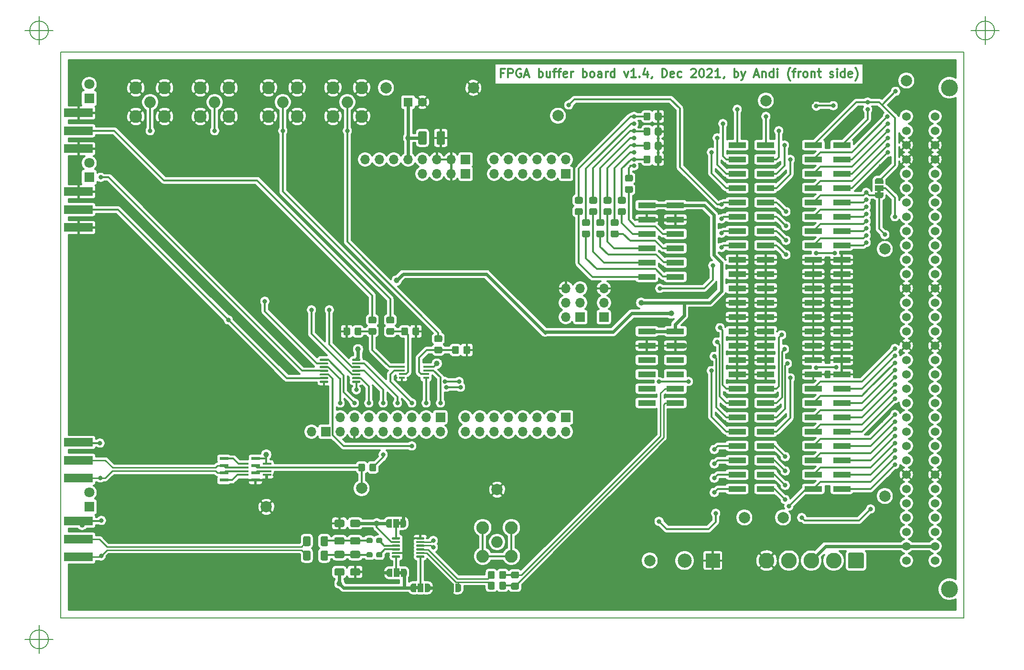
<source format=gtl>
G04 #@! TF.GenerationSoftware,KiCad,Pcbnew,5.1.10-88a1d61d58~88~ubuntu18.04.1*
G04 #@! TF.CreationDate,2022-09-15T09:05:11+02:00*
G04 #@! TF.ProjectId,FPGA_buffer_board,46504741-5f62-4756-9666-65725f626f61,v1.4*
G04 #@! TF.SameCoordinates,Original*
G04 #@! TF.FileFunction,Copper,L1,Top*
G04 #@! TF.FilePolarity,Positive*
%FSLAX46Y46*%
G04 Gerber Fmt 4.6, Leading zero omitted, Abs format (unit mm)*
G04 Created by KiCad (PCBNEW 5.1.10-88a1d61d58~88~ubuntu18.04.1) date 2022-09-15 09:05:11*
%MOMM*%
%LPD*%
G01*
G04 APERTURE LIST*
G04 #@! TA.AperFunction,Profile*
%ADD10C,0.200000*%
G04 #@! TD*
G04 #@! TA.AperFunction,NonConductor*
%ADD11C,0.300000*%
G04 #@! TD*
G04 #@! TA.AperFunction,EtchedComponent*
%ADD12C,0.100000*%
G04 #@! TD*
G04 #@! TA.AperFunction,ComponentPad*
%ADD13O,1.700000X1.700000*%
G04 #@! TD*
G04 #@! TA.AperFunction,ComponentPad*
%ADD14R,1.700000X1.700000*%
G04 #@! TD*
G04 #@! TA.AperFunction,SMDPad,CuDef*
%ADD15C,0.100000*%
G04 #@! TD*
G04 #@! TA.AperFunction,SMDPad,CuDef*
%ADD16R,3.150000X1.000000*%
G04 #@! TD*
G04 #@! TA.AperFunction,ComponentPad*
%ADD17C,2.250000*%
G04 #@! TD*
G04 #@! TA.AperFunction,ComponentPad*
%ADD18C,2.050000*%
G04 #@! TD*
G04 #@! TA.AperFunction,SMDPad,CuDef*
%ADD19R,1.520000X0.600000*%
G04 #@! TD*
G04 #@! TA.AperFunction,SMDPad,CuDef*
%ADD20R,1.524000X0.450000*%
G04 #@! TD*
G04 #@! TA.AperFunction,ComponentPad*
%ADD21C,2.500000*%
G04 #@! TD*
G04 #@! TA.AperFunction,ComponentPad*
%ADD22R,2.500000X2.500000*%
G04 #@! TD*
G04 #@! TA.AperFunction,ComponentPad*
%ADD23C,1.600000*%
G04 #@! TD*
G04 #@! TA.AperFunction,ComponentPad*
%ADD24R,1.600000X1.600000*%
G04 #@! TD*
G04 #@! TA.AperFunction,ComponentPad*
%ADD25C,1.800000*%
G04 #@! TD*
G04 #@! TA.AperFunction,ComponentPad*
%ADD26R,1.800000X1.800000*%
G04 #@! TD*
G04 #@! TA.AperFunction,ComponentPad*
%ADD27C,2.000000*%
G04 #@! TD*
G04 #@! TA.AperFunction,SMDPad,CuDef*
%ADD28R,1.000000X1.500000*%
G04 #@! TD*
G04 #@! TA.AperFunction,ComponentPad*
%ADD29C,2.800000*%
G04 #@! TD*
G04 #@! TA.AperFunction,SMDPad,CuDef*
%ADD30R,5.080000X1.500000*%
G04 #@! TD*
G04 #@! TA.AperFunction,SMDPad,CuDef*
%ADD31R,1.500000X1.000000*%
G04 #@! TD*
G04 #@! TA.AperFunction,ComponentPad*
%ADD32C,1.524000*%
G04 #@! TD*
G04 #@! TA.AperFunction,ComponentPad*
%ADD33C,3.000000*%
G04 #@! TD*
G04 #@! TA.AperFunction,SMDPad,CuDef*
%ADD34R,1.100000X0.400000*%
G04 #@! TD*
G04 #@! TA.AperFunction,ViaPad*
%ADD35C,0.800000*%
G04 #@! TD*
G04 #@! TA.AperFunction,ViaPad*
%ADD36C,1.000000*%
G04 #@! TD*
G04 #@! TA.AperFunction,Conductor*
%ADD37C,0.350000*%
G04 #@! TD*
G04 #@! TA.AperFunction,Conductor*
%ADD38C,0.600000*%
G04 #@! TD*
G04 #@! TA.AperFunction,Conductor*
%ADD39C,0.250000*%
G04 #@! TD*
G04 #@! TA.AperFunction,Conductor*
%ADD40C,0.100000*%
G04 #@! TD*
G04 APERTURE END LIST*
D10*
X86756666Y-153670000D02*
G75*
G03*
X86756666Y-153670000I-1666666J0D01*
G01*
X82590000Y-153670000D02*
X87590000Y-153670000D01*
X85090000Y-151170000D02*
X85090000Y-156170000D01*
X254396666Y-45720000D02*
G75*
G03*
X254396666Y-45720000I-1666666J0D01*
G01*
X250230000Y-45720000D02*
X255230000Y-45720000D01*
X252730000Y-43220000D02*
X252730000Y-48220000D01*
X86756666Y-45720000D02*
G75*
G03*
X86756666Y-45720000I-1666666J0D01*
G01*
X82590000Y-45720000D02*
X87590000Y-45720000D01*
X85090000Y-43220000D02*
X85090000Y-48220000D01*
D11*
X167422142Y-53232857D02*
X166922142Y-53232857D01*
X166922142Y-54018571D02*
X166922142Y-52518571D01*
X167636428Y-52518571D01*
X168207857Y-54018571D02*
X168207857Y-52518571D01*
X168779285Y-52518571D01*
X168922142Y-52590000D01*
X168993571Y-52661428D01*
X169065000Y-52804285D01*
X169065000Y-53018571D01*
X168993571Y-53161428D01*
X168922142Y-53232857D01*
X168779285Y-53304285D01*
X168207857Y-53304285D01*
X170493571Y-52590000D02*
X170350714Y-52518571D01*
X170136428Y-52518571D01*
X169922142Y-52590000D01*
X169779285Y-52732857D01*
X169707857Y-52875714D01*
X169636428Y-53161428D01*
X169636428Y-53375714D01*
X169707857Y-53661428D01*
X169779285Y-53804285D01*
X169922142Y-53947142D01*
X170136428Y-54018571D01*
X170279285Y-54018571D01*
X170493571Y-53947142D01*
X170565000Y-53875714D01*
X170565000Y-53375714D01*
X170279285Y-53375714D01*
X171136428Y-53590000D02*
X171850714Y-53590000D01*
X170993571Y-54018571D02*
X171493571Y-52518571D01*
X171993571Y-54018571D01*
X173636428Y-54018571D02*
X173636428Y-52518571D01*
X173636428Y-53090000D02*
X173779285Y-53018571D01*
X174065000Y-53018571D01*
X174207857Y-53090000D01*
X174279285Y-53161428D01*
X174350714Y-53304285D01*
X174350714Y-53732857D01*
X174279285Y-53875714D01*
X174207857Y-53947142D01*
X174065000Y-54018571D01*
X173779285Y-54018571D01*
X173636428Y-53947142D01*
X175636428Y-53018571D02*
X175636428Y-54018571D01*
X174993571Y-53018571D02*
X174993571Y-53804285D01*
X175065000Y-53947142D01*
X175207857Y-54018571D01*
X175422142Y-54018571D01*
X175565000Y-53947142D01*
X175636428Y-53875714D01*
X176136428Y-53018571D02*
X176707857Y-53018571D01*
X176350714Y-54018571D02*
X176350714Y-52732857D01*
X176422142Y-52590000D01*
X176565000Y-52518571D01*
X176707857Y-52518571D01*
X176993571Y-53018571D02*
X177565000Y-53018571D01*
X177207857Y-54018571D02*
X177207857Y-52732857D01*
X177279285Y-52590000D01*
X177422142Y-52518571D01*
X177565000Y-52518571D01*
X178636428Y-53947142D02*
X178493571Y-54018571D01*
X178207857Y-54018571D01*
X178065000Y-53947142D01*
X177993571Y-53804285D01*
X177993571Y-53232857D01*
X178065000Y-53090000D01*
X178207857Y-53018571D01*
X178493571Y-53018571D01*
X178636428Y-53090000D01*
X178707857Y-53232857D01*
X178707857Y-53375714D01*
X177993571Y-53518571D01*
X179350714Y-54018571D02*
X179350714Y-53018571D01*
X179350714Y-53304285D02*
X179422142Y-53161428D01*
X179493571Y-53090000D01*
X179636428Y-53018571D01*
X179779285Y-53018571D01*
X181422142Y-54018571D02*
X181422142Y-52518571D01*
X181422142Y-53090000D02*
X181565000Y-53018571D01*
X181850714Y-53018571D01*
X181993571Y-53090000D01*
X182065000Y-53161428D01*
X182136428Y-53304285D01*
X182136428Y-53732857D01*
X182065000Y-53875714D01*
X181993571Y-53947142D01*
X181850714Y-54018571D01*
X181565000Y-54018571D01*
X181422142Y-53947142D01*
X182993571Y-54018571D02*
X182850714Y-53947142D01*
X182779285Y-53875714D01*
X182707857Y-53732857D01*
X182707857Y-53304285D01*
X182779285Y-53161428D01*
X182850714Y-53090000D01*
X182993571Y-53018571D01*
X183207857Y-53018571D01*
X183350714Y-53090000D01*
X183422142Y-53161428D01*
X183493571Y-53304285D01*
X183493571Y-53732857D01*
X183422142Y-53875714D01*
X183350714Y-53947142D01*
X183207857Y-54018571D01*
X182993571Y-54018571D01*
X184779285Y-54018571D02*
X184779285Y-53232857D01*
X184707857Y-53090000D01*
X184565000Y-53018571D01*
X184279285Y-53018571D01*
X184136428Y-53090000D01*
X184779285Y-53947142D02*
X184636428Y-54018571D01*
X184279285Y-54018571D01*
X184136428Y-53947142D01*
X184065000Y-53804285D01*
X184065000Y-53661428D01*
X184136428Y-53518571D01*
X184279285Y-53447142D01*
X184636428Y-53447142D01*
X184779285Y-53375714D01*
X185493571Y-54018571D02*
X185493571Y-53018571D01*
X185493571Y-53304285D02*
X185565000Y-53161428D01*
X185636428Y-53090000D01*
X185779285Y-53018571D01*
X185922142Y-53018571D01*
X187065000Y-54018571D02*
X187065000Y-52518571D01*
X187065000Y-53947142D02*
X186922142Y-54018571D01*
X186636428Y-54018571D01*
X186493571Y-53947142D01*
X186422142Y-53875714D01*
X186350714Y-53732857D01*
X186350714Y-53304285D01*
X186422142Y-53161428D01*
X186493571Y-53090000D01*
X186636428Y-53018571D01*
X186922142Y-53018571D01*
X187065000Y-53090000D01*
X188779285Y-53018571D02*
X189136428Y-54018571D01*
X189493571Y-53018571D01*
X190850714Y-54018571D02*
X189993571Y-54018571D01*
X190422142Y-54018571D02*
X190422142Y-52518571D01*
X190279285Y-52732857D01*
X190136428Y-52875714D01*
X189993571Y-52947142D01*
X191493571Y-53875714D02*
X191565000Y-53947142D01*
X191493571Y-54018571D01*
X191422142Y-53947142D01*
X191493571Y-53875714D01*
X191493571Y-54018571D01*
X192850714Y-53018571D02*
X192850714Y-54018571D01*
X192493571Y-52447142D02*
X192136428Y-53518571D01*
X193065000Y-53518571D01*
X193707857Y-53947142D02*
X193707857Y-54018571D01*
X193636428Y-54161428D01*
X193565000Y-54232857D01*
X195493571Y-54018571D02*
X195493571Y-52518571D01*
X195850714Y-52518571D01*
X196065000Y-52590000D01*
X196207857Y-52732857D01*
X196279285Y-52875714D01*
X196350714Y-53161428D01*
X196350714Y-53375714D01*
X196279285Y-53661428D01*
X196207857Y-53804285D01*
X196065000Y-53947142D01*
X195850714Y-54018571D01*
X195493571Y-54018571D01*
X197565000Y-53947142D02*
X197422142Y-54018571D01*
X197136428Y-54018571D01*
X196993571Y-53947142D01*
X196922142Y-53804285D01*
X196922142Y-53232857D01*
X196993571Y-53090000D01*
X197136428Y-53018571D01*
X197422142Y-53018571D01*
X197565000Y-53090000D01*
X197636428Y-53232857D01*
X197636428Y-53375714D01*
X196922142Y-53518571D01*
X198922142Y-53947142D02*
X198779285Y-54018571D01*
X198493571Y-54018571D01*
X198350714Y-53947142D01*
X198279285Y-53875714D01*
X198207857Y-53732857D01*
X198207857Y-53304285D01*
X198279285Y-53161428D01*
X198350714Y-53090000D01*
X198493571Y-53018571D01*
X198779285Y-53018571D01*
X198922142Y-53090000D01*
X200636428Y-52661428D02*
X200707857Y-52590000D01*
X200850714Y-52518571D01*
X201207857Y-52518571D01*
X201350714Y-52590000D01*
X201422142Y-52661428D01*
X201493571Y-52804285D01*
X201493571Y-52947142D01*
X201422142Y-53161428D01*
X200565000Y-54018571D01*
X201493571Y-54018571D01*
X202422142Y-52518571D02*
X202565000Y-52518571D01*
X202707857Y-52590000D01*
X202779285Y-52661428D01*
X202850714Y-52804285D01*
X202922142Y-53090000D01*
X202922142Y-53447142D01*
X202850714Y-53732857D01*
X202779285Y-53875714D01*
X202707857Y-53947142D01*
X202565000Y-54018571D01*
X202422142Y-54018571D01*
X202279285Y-53947142D01*
X202207857Y-53875714D01*
X202136428Y-53732857D01*
X202065000Y-53447142D01*
X202065000Y-53090000D01*
X202136428Y-52804285D01*
X202207857Y-52661428D01*
X202279285Y-52590000D01*
X202422142Y-52518571D01*
X203493571Y-52661428D02*
X203565000Y-52590000D01*
X203707857Y-52518571D01*
X204065000Y-52518571D01*
X204207857Y-52590000D01*
X204279285Y-52661428D01*
X204350714Y-52804285D01*
X204350714Y-52947142D01*
X204279285Y-53161428D01*
X203422142Y-54018571D01*
X204350714Y-54018571D01*
X205779285Y-54018571D02*
X204922142Y-54018571D01*
X205350714Y-54018571D02*
X205350714Y-52518571D01*
X205207857Y-52732857D01*
X205065000Y-52875714D01*
X204922142Y-52947142D01*
X206493571Y-53947142D02*
X206493571Y-54018571D01*
X206422142Y-54161428D01*
X206350714Y-54232857D01*
X208279285Y-54018571D02*
X208279285Y-52518571D01*
X208279285Y-53090000D02*
X208422142Y-53018571D01*
X208707857Y-53018571D01*
X208850714Y-53090000D01*
X208922142Y-53161428D01*
X208993571Y-53304285D01*
X208993571Y-53732857D01*
X208922142Y-53875714D01*
X208850714Y-53947142D01*
X208707857Y-54018571D01*
X208422142Y-54018571D01*
X208279285Y-53947142D01*
X209493571Y-53018571D02*
X209850714Y-54018571D01*
X210207857Y-53018571D02*
X209850714Y-54018571D01*
X209707857Y-54375714D01*
X209636428Y-54447142D01*
X209493571Y-54518571D01*
X211850714Y-53590000D02*
X212565000Y-53590000D01*
X211707857Y-54018571D02*
X212207857Y-52518571D01*
X212707857Y-54018571D01*
X213207857Y-53018571D02*
X213207857Y-54018571D01*
X213207857Y-53161428D02*
X213279285Y-53090000D01*
X213422142Y-53018571D01*
X213636428Y-53018571D01*
X213779285Y-53090000D01*
X213850714Y-53232857D01*
X213850714Y-54018571D01*
X215207857Y-54018571D02*
X215207857Y-52518571D01*
X215207857Y-53947142D02*
X215065000Y-54018571D01*
X214779285Y-54018571D01*
X214636428Y-53947142D01*
X214565000Y-53875714D01*
X214493571Y-53732857D01*
X214493571Y-53304285D01*
X214565000Y-53161428D01*
X214636428Y-53090000D01*
X214779285Y-53018571D01*
X215065000Y-53018571D01*
X215207857Y-53090000D01*
X215922142Y-54018571D02*
X215922142Y-53018571D01*
X215922142Y-52518571D02*
X215850714Y-52590000D01*
X215922142Y-52661428D01*
X215993571Y-52590000D01*
X215922142Y-52518571D01*
X215922142Y-52661428D01*
X218207857Y-54590000D02*
X218136428Y-54518571D01*
X217993571Y-54304285D01*
X217922142Y-54161428D01*
X217850714Y-53947142D01*
X217779285Y-53590000D01*
X217779285Y-53304285D01*
X217850714Y-52947142D01*
X217922142Y-52732857D01*
X217993571Y-52590000D01*
X218136428Y-52375714D01*
X218207857Y-52304285D01*
X218565000Y-53018571D02*
X219136428Y-53018571D01*
X218779285Y-54018571D02*
X218779285Y-52732857D01*
X218850714Y-52590000D01*
X218993571Y-52518571D01*
X219136428Y-52518571D01*
X219636428Y-54018571D02*
X219636428Y-53018571D01*
X219636428Y-53304285D02*
X219707857Y-53161428D01*
X219779285Y-53090000D01*
X219922142Y-53018571D01*
X220065000Y-53018571D01*
X220779285Y-54018571D02*
X220636428Y-53947142D01*
X220565000Y-53875714D01*
X220493571Y-53732857D01*
X220493571Y-53304285D01*
X220565000Y-53161428D01*
X220636428Y-53090000D01*
X220779285Y-53018571D01*
X220993571Y-53018571D01*
X221136428Y-53090000D01*
X221207857Y-53161428D01*
X221279285Y-53304285D01*
X221279285Y-53732857D01*
X221207857Y-53875714D01*
X221136428Y-53947142D01*
X220993571Y-54018571D01*
X220779285Y-54018571D01*
X221922142Y-53018571D02*
X221922142Y-54018571D01*
X221922142Y-53161428D02*
X221993571Y-53090000D01*
X222136428Y-53018571D01*
X222350714Y-53018571D01*
X222493571Y-53090000D01*
X222565000Y-53232857D01*
X222565000Y-54018571D01*
X223065000Y-53018571D02*
X223636428Y-53018571D01*
X223279285Y-52518571D02*
X223279285Y-53804285D01*
X223350714Y-53947142D01*
X223493571Y-54018571D01*
X223636428Y-54018571D01*
X225207857Y-53947142D02*
X225350714Y-54018571D01*
X225636428Y-54018571D01*
X225779285Y-53947142D01*
X225850714Y-53804285D01*
X225850714Y-53732857D01*
X225779285Y-53590000D01*
X225636428Y-53518571D01*
X225422142Y-53518571D01*
X225279285Y-53447142D01*
X225207857Y-53304285D01*
X225207857Y-53232857D01*
X225279285Y-53090000D01*
X225422142Y-53018571D01*
X225636428Y-53018571D01*
X225779285Y-53090000D01*
X226493571Y-54018571D02*
X226493571Y-53018571D01*
X226493571Y-52518571D02*
X226422142Y-52590000D01*
X226493571Y-52661428D01*
X226565000Y-52590000D01*
X226493571Y-52518571D01*
X226493571Y-52661428D01*
X227850714Y-54018571D02*
X227850714Y-52518571D01*
X227850714Y-53947142D02*
X227707857Y-54018571D01*
X227422142Y-54018571D01*
X227279285Y-53947142D01*
X227207857Y-53875714D01*
X227136428Y-53732857D01*
X227136428Y-53304285D01*
X227207857Y-53161428D01*
X227279285Y-53090000D01*
X227422142Y-53018571D01*
X227707857Y-53018571D01*
X227850714Y-53090000D01*
X229136428Y-53947142D02*
X228993571Y-54018571D01*
X228707857Y-54018571D01*
X228565000Y-53947142D01*
X228493571Y-53804285D01*
X228493571Y-53232857D01*
X228565000Y-53090000D01*
X228707857Y-53018571D01*
X228993571Y-53018571D01*
X229136428Y-53090000D01*
X229207857Y-53232857D01*
X229207857Y-53375714D01*
X228493571Y-53518571D01*
X229707857Y-54590000D02*
X229779285Y-54518571D01*
X229922142Y-54304285D01*
X229993571Y-54161428D01*
X230065000Y-53947142D01*
X230136428Y-53590000D01*
X230136428Y-53304285D01*
X230065000Y-52947142D01*
X229993571Y-52732857D01*
X229922142Y-52590000D01*
X229779285Y-52375714D01*
X229707857Y-52304285D01*
D10*
X248920000Y-149860000D02*
X88900000Y-149860000D01*
X248920000Y-49530000D02*
X248920000Y-149860000D01*
X88900000Y-49530000D02*
X248920000Y-49530000D01*
X88900000Y-149860000D02*
X88900000Y-49530000D01*
D12*
G36*
X233634000Y-74560000D02*
G01*
X233634000Y-74060000D01*
X234234000Y-74060000D01*
X234234000Y-74560000D01*
X233634000Y-74560000D01*
G37*
G04 #@! TA.AperFunction,SMDPad,CuDef*
G36*
G01*
X189160999Y-73298000D02*
X190061001Y-73298000D01*
G75*
G02*
X190311000Y-73547999I0J-249999D01*
G01*
X190311000Y-74248001D01*
G75*
G02*
X190061001Y-74498000I-249999J0D01*
G01*
X189160999Y-74498000D01*
G75*
G02*
X188911000Y-74248001I0J249999D01*
G01*
X188911000Y-73547999D01*
G75*
G02*
X189160999Y-73298000I249999J0D01*
G01*
G37*
G04 #@! TD.AperFunction*
G04 #@! TA.AperFunction,SMDPad,CuDef*
G36*
G01*
X189160999Y-71298000D02*
X190061001Y-71298000D01*
G75*
G02*
X190311000Y-71547999I0J-249999D01*
G01*
X190311000Y-72248001D01*
G75*
G02*
X190061001Y-72498000I-249999J0D01*
G01*
X189160999Y-72498000D01*
G75*
G02*
X188911000Y-72248001I0J249999D01*
G01*
X188911000Y-71547999D01*
G75*
G02*
X189160999Y-71298000I249999J0D01*
G01*
G37*
G04 #@! TD.AperFunction*
G04 #@! TA.AperFunction,SMDPad,CuDef*
G36*
G01*
X193402000Y-60509999D02*
X193402000Y-61410001D01*
G75*
G02*
X193152001Y-61660000I-249999J0D01*
G01*
X192451999Y-61660000D01*
G75*
G02*
X192202000Y-61410001I0J249999D01*
G01*
X192202000Y-60509999D01*
G75*
G02*
X192451999Y-60260000I249999J0D01*
G01*
X193152001Y-60260000D01*
G75*
G02*
X193402000Y-60509999I0J-249999D01*
G01*
G37*
G04 #@! TD.AperFunction*
G04 #@! TA.AperFunction,SMDPad,CuDef*
G36*
G01*
X195402000Y-60509999D02*
X195402000Y-61410001D01*
G75*
G02*
X195152001Y-61660000I-249999J0D01*
G01*
X194451999Y-61660000D01*
G75*
G02*
X194202000Y-61410001I0J249999D01*
G01*
X194202000Y-60509999D01*
G75*
G02*
X194451999Y-60260000I249999J0D01*
G01*
X195152001Y-60260000D01*
G75*
G02*
X195402000Y-60509999I0J-249999D01*
G01*
G37*
G04 #@! TD.AperFunction*
G04 #@! TA.AperFunction,SMDPad,CuDef*
G36*
G01*
X193402000Y-63176999D02*
X193402000Y-64077001D01*
G75*
G02*
X193152001Y-64327000I-249999J0D01*
G01*
X192451999Y-64327000D01*
G75*
G02*
X192202000Y-64077001I0J249999D01*
G01*
X192202000Y-63176999D01*
G75*
G02*
X192451999Y-62927000I249999J0D01*
G01*
X193152001Y-62927000D01*
G75*
G02*
X193402000Y-63176999I0J-249999D01*
G01*
G37*
G04 #@! TD.AperFunction*
G04 #@! TA.AperFunction,SMDPad,CuDef*
G36*
G01*
X195402000Y-63176999D02*
X195402000Y-64077001D01*
G75*
G02*
X195152001Y-64327000I-249999J0D01*
G01*
X194451999Y-64327000D01*
G75*
G02*
X194202000Y-64077001I0J249999D01*
G01*
X194202000Y-63176999D01*
G75*
G02*
X194451999Y-62927000I249999J0D01*
G01*
X195152001Y-62927000D01*
G75*
G02*
X195402000Y-63176999I0J-249999D01*
G01*
G37*
G04 #@! TD.AperFunction*
G04 #@! TA.AperFunction,SMDPad,CuDef*
G36*
G01*
X193402000Y-65716999D02*
X193402000Y-66617001D01*
G75*
G02*
X193152001Y-66867000I-249999J0D01*
G01*
X192451999Y-66867000D01*
G75*
G02*
X192202000Y-66617001I0J249999D01*
G01*
X192202000Y-65716999D01*
G75*
G02*
X192451999Y-65467000I249999J0D01*
G01*
X193152001Y-65467000D01*
G75*
G02*
X193402000Y-65716999I0J-249999D01*
G01*
G37*
G04 #@! TD.AperFunction*
G04 #@! TA.AperFunction,SMDPad,CuDef*
G36*
G01*
X195402000Y-65716999D02*
X195402000Y-66617001D01*
G75*
G02*
X195152001Y-66867000I-249999J0D01*
G01*
X194451999Y-66867000D01*
G75*
G02*
X194202000Y-66617001I0J249999D01*
G01*
X194202000Y-65716999D01*
G75*
G02*
X194451999Y-65467000I249999J0D01*
G01*
X195152001Y-65467000D01*
G75*
G02*
X195402000Y-65716999I0J-249999D01*
G01*
G37*
G04 #@! TD.AperFunction*
G04 #@! TA.AperFunction,SMDPad,CuDef*
G36*
G01*
X193402000Y-68129999D02*
X193402000Y-69030001D01*
G75*
G02*
X193152001Y-69280000I-249999J0D01*
G01*
X192451999Y-69280000D01*
G75*
G02*
X192202000Y-69030001I0J249999D01*
G01*
X192202000Y-68129999D01*
G75*
G02*
X192451999Y-67880000I249999J0D01*
G01*
X193152001Y-67880000D01*
G75*
G02*
X193402000Y-68129999I0J-249999D01*
G01*
G37*
G04 #@! TD.AperFunction*
G04 #@! TA.AperFunction,SMDPad,CuDef*
G36*
G01*
X195402000Y-68129999D02*
X195402000Y-69030001D01*
G75*
G02*
X195152001Y-69280000I-249999J0D01*
G01*
X194451999Y-69280000D01*
G75*
G02*
X194202000Y-69030001I0J249999D01*
G01*
X194202000Y-68129999D01*
G75*
G02*
X194451999Y-67880000I249999J0D01*
G01*
X195152001Y-67880000D01*
G75*
G02*
X195402000Y-68129999I0J-249999D01*
G01*
G37*
G04 #@! TD.AperFunction*
G04 #@! TA.AperFunction,SMDPad,CuDef*
G36*
G01*
X180270999Y-77235000D02*
X181171001Y-77235000D01*
G75*
G02*
X181421000Y-77484999I0J-249999D01*
G01*
X181421000Y-78185001D01*
G75*
G02*
X181171001Y-78435000I-249999J0D01*
G01*
X180270999Y-78435000D01*
G75*
G02*
X180021000Y-78185001I0J249999D01*
G01*
X180021000Y-77484999D01*
G75*
G02*
X180270999Y-77235000I249999J0D01*
G01*
G37*
G04 #@! TD.AperFunction*
G04 #@! TA.AperFunction,SMDPad,CuDef*
G36*
G01*
X180270999Y-75235000D02*
X181171001Y-75235000D01*
G75*
G02*
X181421000Y-75484999I0J-249999D01*
G01*
X181421000Y-76185001D01*
G75*
G02*
X181171001Y-76435000I-249999J0D01*
G01*
X180270999Y-76435000D01*
G75*
G02*
X180021000Y-76185001I0J249999D01*
G01*
X180021000Y-75484999D01*
G75*
G02*
X180270999Y-75235000I249999J0D01*
G01*
G37*
G04 #@! TD.AperFunction*
G04 #@! TA.AperFunction,SMDPad,CuDef*
G36*
G01*
X181540999Y-81172000D02*
X182441001Y-81172000D01*
G75*
G02*
X182691000Y-81421999I0J-249999D01*
G01*
X182691000Y-82122001D01*
G75*
G02*
X182441001Y-82372000I-249999J0D01*
G01*
X181540999Y-82372000D01*
G75*
G02*
X181291000Y-82122001I0J249999D01*
G01*
X181291000Y-81421999D01*
G75*
G02*
X181540999Y-81172000I249999J0D01*
G01*
G37*
G04 #@! TD.AperFunction*
G04 #@! TA.AperFunction,SMDPad,CuDef*
G36*
G01*
X181540999Y-79172000D02*
X182441001Y-79172000D01*
G75*
G02*
X182691000Y-79421999I0J-249999D01*
G01*
X182691000Y-80122001D01*
G75*
G02*
X182441001Y-80372000I-249999J0D01*
G01*
X181540999Y-80372000D01*
G75*
G02*
X181291000Y-80122001I0J249999D01*
G01*
X181291000Y-79421999D01*
G75*
G02*
X181540999Y-79172000I249999J0D01*
G01*
G37*
G04 #@! TD.AperFunction*
G04 #@! TA.AperFunction,SMDPad,CuDef*
G36*
G01*
X182810999Y-77235000D02*
X183711001Y-77235000D01*
G75*
G02*
X183961000Y-77484999I0J-249999D01*
G01*
X183961000Y-78185001D01*
G75*
G02*
X183711001Y-78435000I-249999J0D01*
G01*
X182810999Y-78435000D01*
G75*
G02*
X182561000Y-78185001I0J249999D01*
G01*
X182561000Y-77484999D01*
G75*
G02*
X182810999Y-77235000I249999J0D01*
G01*
G37*
G04 #@! TD.AperFunction*
G04 #@! TA.AperFunction,SMDPad,CuDef*
G36*
G01*
X182810999Y-75235000D02*
X183711001Y-75235000D01*
G75*
G02*
X183961000Y-75484999I0J-249999D01*
G01*
X183961000Y-76185001D01*
G75*
G02*
X183711001Y-76435000I-249999J0D01*
G01*
X182810999Y-76435000D01*
G75*
G02*
X182561000Y-76185001I0J249999D01*
G01*
X182561000Y-75484999D01*
G75*
G02*
X182810999Y-75235000I249999J0D01*
G01*
G37*
G04 #@! TD.AperFunction*
G04 #@! TA.AperFunction,SMDPad,CuDef*
G36*
G01*
X184080999Y-81172000D02*
X184981001Y-81172000D01*
G75*
G02*
X185231000Y-81421999I0J-249999D01*
G01*
X185231000Y-82122001D01*
G75*
G02*
X184981001Y-82372000I-249999J0D01*
G01*
X184080999Y-82372000D01*
G75*
G02*
X183831000Y-82122001I0J249999D01*
G01*
X183831000Y-81421999D01*
G75*
G02*
X184080999Y-81172000I249999J0D01*
G01*
G37*
G04 #@! TD.AperFunction*
G04 #@! TA.AperFunction,SMDPad,CuDef*
G36*
G01*
X184080999Y-79172000D02*
X184981001Y-79172000D01*
G75*
G02*
X185231000Y-79421999I0J-249999D01*
G01*
X185231000Y-80122001D01*
G75*
G02*
X184981001Y-80372000I-249999J0D01*
G01*
X184080999Y-80372000D01*
G75*
G02*
X183831000Y-80122001I0J249999D01*
G01*
X183831000Y-79421999D01*
G75*
G02*
X184080999Y-79172000I249999J0D01*
G01*
G37*
G04 #@! TD.AperFunction*
G04 #@! TA.AperFunction,SMDPad,CuDef*
G36*
G01*
X185350999Y-77235000D02*
X186251001Y-77235000D01*
G75*
G02*
X186501000Y-77484999I0J-249999D01*
G01*
X186501000Y-78185001D01*
G75*
G02*
X186251001Y-78435000I-249999J0D01*
G01*
X185350999Y-78435000D01*
G75*
G02*
X185101000Y-78185001I0J249999D01*
G01*
X185101000Y-77484999D01*
G75*
G02*
X185350999Y-77235000I249999J0D01*
G01*
G37*
G04 #@! TD.AperFunction*
G04 #@! TA.AperFunction,SMDPad,CuDef*
G36*
G01*
X185350999Y-75235000D02*
X186251001Y-75235000D01*
G75*
G02*
X186501000Y-75484999I0J-249999D01*
G01*
X186501000Y-76185001D01*
G75*
G02*
X186251001Y-76435000I-249999J0D01*
G01*
X185350999Y-76435000D01*
G75*
G02*
X185101000Y-76185001I0J249999D01*
G01*
X185101000Y-75484999D01*
G75*
G02*
X185350999Y-75235000I249999J0D01*
G01*
G37*
G04 #@! TD.AperFunction*
G04 #@! TA.AperFunction,SMDPad,CuDef*
G36*
G01*
X186620999Y-81172000D02*
X187521001Y-81172000D01*
G75*
G02*
X187771000Y-81421999I0J-249999D01*
G01*
X187771000Y-82122001D01*
G75*
G02*
X187521001Y-82372000I-249999J0D01*
G01*
X186620999Y-82372000D01*
G75*
G02*
X186371000Y-82122001I0J249999D01*
G01*
X186371000Y-81421999D01*
G75*
G02*
X186620999Y-81172000I249999J0D01*
G01*
G37*
G04 #@! TD.AperFunction*
G04 #@! TA.AperFunction,SMDPad,CuDef*
G36*
G01*
X186620999Y-79172000D02*
X187521001Y-79172000D01*
G75*
G02*
X187771000Y-79421999I0J-249999D01*
G01*
X187771000Y-80122001D01*
G75*
G02*
X187521001Y-80372000I-249999J0D01*
G01*
X186620999Y-80372000D01*
G75*
G02*
X186371000Y-80122001I0J249999D01*
G01*
X186371000Y-79421999D01*
G75*
G02*
X186620999Y-79172000I249999J0D01*
G01*
G37*
G04 #@! TD.AperFunction*
G04 #@! TA.AperFunction,SMDPad,CuDef*
G36*
G01*
X187890999Y-77235000D02*
X188791001Y-77235000D01*
G75*
G02*
X189041000Y-77484999I0J-249999D01*
G01*
X189041000Y-78185001D01*
G75*
G02*
X188791001Y-78435000I-249999J0D01*
G01*
X187890999Y-78435000D01*
G75*
G02*
X187641000Y-78185001I0J249999D01*
G01*
X187641000Y-77484999D01*
G75*
G02*
X187890999Y-77235000I249999J0D01*
G01*
G37*
G04 #@! TD.AperFunction*
G04 #@! TA.AperFunction,SMDPad,CuDef*
G36*
G01*
X187890999Y-75235000D02*
X188791001Y-75235000D01*
G75*
G02*
X189041000Y-75484999I0J-249999D01*
G01*
X189041000Y-76185001D01*
G75*
G02*
X188791001Y-76435000I-249999J0D01*
G01*
X187890999Y-76435000D01*
G75*
G02*
X187641000Y-76185001I0J249999D01*
G01*
X187641000Y-75484999D01*
G75*
G02*
X187890999Y-75235000I249999J0D01*
G01*
G37*
G04 #@! TD.AperFunction*
G04 #@! TA.AperFunction,SMDPad,CuDef*
G36*
G01*
X169868001Y-142840000D02*
X168967999Y-142840000D01*
G75*
G02*
X168718000Y-142590001I0J249999D01*
G01*
X168718000Y-141889999D01*
G75*
G02*
X168967999Y-141640000I249999J0D01*
G01*
X169868001Y-141640000D01*
G75*
G02*
X170118000Y-141889999I0J-249999D01*
G01*
X170118000Y-142590001D01*
G75*
G02*
X169868001Y-142840000I-249999J0D01*
G01*
G37*
G04 #@! TD.AperFunction*
G04 #@! TA.AperFunction,SMDPad,CuDef*
G36*
G01*
X169868001Y-144840000D02*
X168967999Y-144840000D01*
G75*
G02*
X168718000Y-144590001I0J249999D01*
G01*
X168718000Y-143889999D01*
G75*
G02*
X168967999Y-143640000I249999J0D01*
G01*
X169868001Y-143640000D01*
G75*
G02*
X170118000Y-143889999I0J-249999D01*
G01*
X170118000Y-144590001D01*
G75*
G02*
X169868001Y-144840000I-249999J0D01*
G01*
G37*
G04 #@! TD.AperFunction*
D13*
X178435000Y-91440000D03*
X180975000Y-91440000D03*
X178435000Y-93980000D03*
X180975000Y-93980000D03*
X178435000Y-96520000D03*
D14*
X180975000Y-96520000D03*
G04 #@! TA.AperFunction,SMDPad,CuDef*
G36*
G01*
X166627000Y-144595001D02*
X166627000Y-143694999D01*
G75*
G02*
X166876999Y-143445000I249999J0D01*
G01*
X167577001Y-143445000D01*
G75*
G02*
X167827000Y-143694999I0J-249999D01*
G01*
X167827000Y-144595001D01*
G75*
G02*
X167577001Y-144845000I-249999J0D01*
G01*
X166876999Y-144845000D01*
G75*
G02*
X166627000Y-144595001I0J249999D01*
G01*
G37*
G04 #@! TD.AperFunction*
G04 #@! TA.AperFunction,SMDPad,CuDef*
G36*
G01*
X164627000Y-144595001D02*
X164627000Y-143694999D01*
G75*
G02*
X164876999Y-143445000I249999J0D01*
G01*
X165577001Y-143445000D01*
G75*
G02*
X165827000Y-143694999I0J-249999D01*
G01*
X165827000Y-144595001D01*
G75*
G02*
X165577001Y-144845000I-249999J0D01*
G01*
X164876999Y-144845000D01*
G75*
G02*
X164627000Y-144595001I0J249999D01*
G01*
G37*
G04 #@! TD.AperFunction*
G04 #@! TA.AperFunction,SMDPad,CuDef*
G36*
G01*
X166627000Y-142690001D02*
X166627000Y-141789999D01*
G75*
G02*
X166876999Y-141540000I249999J0D01*
G01*
X167577001Y-141540000D01*
G75*
G02*
X167827000Y-141789999I0J-249999D01*
G01*
X167827000Y-142690001D01*
G75*
G02*
X167577001Y-142940000I-249999J0D01*
G01*
X166876999Y-142940000D01*
G75*
G02*
X166627000Y-142690001I0J249999D01*
G01*
G37*
G04 #@! TD.AperFunction*
G04 #@! TA.AperFunction,SMDPad,CuDef*
G36*
G01*
X164627000Y-142690001D02*
X164627000Y-141789999D01*
G75*
G02*
X164876999Y-141540000I249999J0D01*
G01*
X165577001Y-141540000D01*
G75*
G02*
X165827000Y-141789999I0J-249999D01*
G01*
X165827000Y-142690001D01*
G75*
G02*
X165577001Y-142940000I-249999J0D01*
G01*
X164876999Y-142940000D01*
G75*
G02*
X164627000Y-142690001I0J249999D01*
G01*
G37*
G04 #@! TD.AperFunction*
G04 #@! TA.AperFunction,SMDPad,CuDef*
D15*
G36*
X158085000Y-145275398D02*
G01*
X158060466Y-145275398D01*
X158011635Y-145270588D01*
X157963510Y-145261016D01*
X157916555Y-145246772D01*
X157871222Y-145227995D01*
X157827949Y-145204864D01*
X157787150Y-145177604D01*
X157749221Y-145146476D01*
X157714524Y-145111779D01*
X157683396Y-145073850D01*
X157656136Y-145033051D01*
X157633005Y-144989778D01*
X157614228Y-144944445D01*
X157599984Y-144897490D01*
X157590412Y-144849365D01*
X157585602Y-144800534D01*
X157585602Y-144776000D01*
X157585000Y-144776000D01*
X157585000Y-144276000D01*
X157585602Y-144276000D01*
X157585602Y-144251466D01*
X157590412Y-144202635D01*
X157599984Y-144154510D01*
X157614228Y-144107555D01*
X157633005Y-144062222D01*
X157656136Y-144018949D01*
X157683396Y-143978150D01*
X157714524Y-143940221D01*
X157749221Y-143905524D01*
X157787150Y-143874396D01*
X157827949Y-143847136D01*
X157871222Y-143824005D01*
X157916555Y-143805228D01*
X157963510Y-143790984D01*
X158011635Y-143781412D01*
X158060466Y-143776602D01*
X158085000Y-143776602D01*
X158085000Y-143776000D01*
X158585000Y-143776000D01*
X158585000Y-145276000D01*
X158085000Y-145276000D01*
X158085000Y-145275398D01*
G37*
G04 #@! TD.AperFunction*
G04 #@! TA.AperFunction,SMDPad,CuDef*
G36*
X158885000Y-143776000D02*
G01*
X159385000Y-143776000D01*
X159385000Y-143776602D01*
X159409534Y-143776602D01*
X159458365Y-143781412D01*
X159506490Y-143790984D01*
X159553445Y-143805228D01*
X159598778Y-143824005D01*
X159642051Y-143847136D01*
X159682850Y-143874396D01*
X159720779Y-143905524D01*
X159755476Y-143940221D01*
X159786604Y-143978150D01*
X159813864Y-144018949D01*
X159836995Y-144062222D01*
X159855772Y-144107555D01*
X159870016Y-144154510D01*
X159879588Y-144202635D01*
X159884398Y-144251466D01*
X159884398Y-144276000D01*
X159885000Y-144276000D01*
X159885000Y-144776000D01*
X159884398Y-144776000D01*
X159884398Y-144800534D01*
X159879588Y-144849365D01*
X159870016Y-144897490D01*
X159855772Y-144944445D01*
X159836995Y-144989778D01*
X159813864Y-145033051D01*
X159786604Y-145073850D01*
X159755476Y-145111779D01*
X159720779Y-145146476D01*
X159682850Y-145177604D01*
X159642051Y-145204864D01*
X159598778Y-145227995D01*
X159553445Y-145246772D01*
X159506490Y-145261016D01*
X159458365Y-145270588D01*
X159409534Y-145275398D01*
X159385000Y-145275398D01*
X159385000Y-145276000D01*
X158885000Y-145276000D01*
X158885000Y-143776000D01*
G37*
G04 #@! TD.AperFunction*
D16*
X192786000Y-99060000D03*
X197836000Y-99060000D03*
X192786000Y-101600000D03*
X197836000Y-101600000D03*
X192786000Y-104140000D03*
X197836000Y-104140000D03*
X192786000Y-106680000D03*
X197836000Y-106680000D03*
X192786000Y-109220000D03*
X197836000Y-109220000D03*
X192786000Y-111760000D03*
X197836000Y-111760000D03*
G04 #@! TA.AperFunction,SMDPad,CuDef*
G36*
G01*
X151911000Y-135863000D02*
X151911000Y-135663000D01*
G75*
G02*
X152011000Y-135563000I100000J0D01*
G01*
X153261000Y-135563000D01*
G75*
G02*
X153361000Y-135663000I0J-100000D01*
G01*
X153361000Y-135863000D01*
G75*
G02*
X153261000Y-135963000I-100000J0D01*
G01*
X152011000Y-135963000D01*
G75*
G02*
X151911000Y-135863000I0J100000D01*
G01*
G37*
G04 #@! TD.AperFunction*
G04 #@! TA.AperFunction,SMDPad,CuDef*
G36*
G01*
X151911000Y-136513000D02*
X151911000Y-136313000D01*
G75*
G02*
X152011000Y-136213000I100000J0D01*
G01*
X153261000Y-136213000D01*
G75*
G02*
X153361000Y-136313000I0J-100000D01*
G01*
X153361000Y-136513000D01*
G75*
G02*
X153261000Y-136613000I-100000J0D01*
G01*
X152011000Y-136613000D01*
G75*
G02*
X151911000Y-136513000I0J100000D01*
G01*
G37*
G04 #@! TD.AperFunction*
G04 #@! TA.AperFunction,SMDPad,CuDef*
G36*
G01*
X151911000Y-137163000D02*
X151911000Y-136963000D01*
G75*
G02*
X152011000Y-136863000I100000J0D01*
G01*
X153261000Y-136863000D01*
G75*
G02*
X153361000Y-136963000I0J-100000D01*
G01*
X153361000Y-137163000D01*
G75*
G02*
X153261000Y-137263000I-100000J0D01*
G01*
X152011000Y-137263000D01*
G75*
G02*
X151911000Y-137163000I0J100000D01*
G01*
G37*
G04 #@! TD.AperFunction*
G04 #@! TA.AperFunction,SMDPad,CuDef*
G36*
G01*
X151911000Y-137813000D02*
X151911000Y-137613000D01*
G75*
G02*
X152011000Y-137513000I100000J0D01*
G01*
X153261000Y-137513000D01*
G75*
G02*
X153361000Y-137613000I0J-100000D01*
G01*
X153361000Y-137813000D01*
G75*
G02*
X153261000Y-137913000I-100000J0D01*
G01*
X152011000Y-137913000D01*
G75*
G02*
X151911000Y-137813000I0J100000D01*
G01*
G37*
G04 #@! TD.AperFunction*
G04 #@! TA.AperFunction,SMDPad,CuDef*
G36*
G01*
X151911000Y-138463000D02*
X151911000Y-138263000D01*
G75*
G02*
X152011000Y-138163000I100000J0D01*
G01*
X153261000Y-138163000D01*
G75*
G02*
X153361000Y-138263000I0J-100000D01*
G01*
X153361000Y-138463000D01*
G75*
G02*
X153261000Y-138563000I-100000J0D01*
G01*
X152011000Y-138563000D01*
G75*
G02*
X151911000Y-138463000I0J100000D01*
G01*
G37*
G04 #@! TD.AperFunction*
G04 #@! TA.AperFunction,SMDPad,CuDef*
G36*
G01*
X151911000Y-139113000D02*
X151911000Y-138913000D01*
G75*
G02*
X152011000Y-138813000I100000J0D01*
G01*
X153261000Y-138813000D01*
G75*
G02*
X153361000Y-138913000I0J-100000D01*
G01*
X153361000Y-139113000D01*
G75*
G02*
X153261000Y-139213000I-100000J0D01*
G01*
X152011000Y-139213000D01*
G75*
G02*
X151911000Y-139113000I0J100000D01*
G01*
G37*
G04 #@! TD.AperFunction*
G04 #@! TA.AperFunction,SMDPad,CuDef*
G36*
G01*
X147611000Y-139113000D02*
X147611000Y-138913000D01*
G75*
G02*
X147711000Y-138813000I100000J0D01*
G01*
X148961000Y-138813000D01*
G75*
G02*
X149061000Y-138913000I0J-100000D01*
G01*
X149061000Y-139113000D01*
G75*
G02*
X148961000Y-139213000I-100000J0D01*
G01*
X147711000Y-139213000D01*
G75*
G02*
X147611000Y-139113000I0J100000D01*
G01*
G37*
G04 #@! TD.AperFunction*
G04 #@! TA.AperFunction,SMDPad,CuDef*
G36*
G01*
X147611000Y-138463000D02*
X147611000Y-138263000D01*
G75*
G02*
X147711000Y-138163000I100000J0D01*
G01*
X148961000Y-138163000D01*
G75*
G02*
X149061000Y-138263000I0J-100000D01*
G01*
X149061000Y-138463000D01*
G75*
G02*
X148961000Y-138563000I-100000J0D01*
G01*
X147711000Y-138563000D01*
G75*
G02*
X147611000Y-138463000I0J100000D01*
G01*
G37*
G04 #@! TD.AperFunction*
G04 #@! TA.AperFunction,SMDPad,CuDef*
G36*
G01*
X147611000Y-137813000D02*
X147611000Y-137613000D01*
G75*
G02*
X147711000Y-137513000I100000J0D01*
G01*
X148961000Y-137513000D01*
G75*
G02*
X149061000Y-137613000I0J-100000D01*
G01*
X149061000Y-137813000D01*
G75*
G02*
X148961000Y-137913000I-100000J0D01*
G01*
X147711000Y-137913000D01*
G75*
G02*
X147611000Y-137813000I0J100000D01*
G01*
G37*
G04 #@! TD.AperFunction*
G04 #@! TA.AperFunction,SMDPad,CuDef*
G36*
G01*
X147611000Y-137163000D02*
X147611000Y-136963000D01*
G75*
G02*
X147711000Y-136863000I100000J0D01*
G01*
X148961000Y-136863000D01*
G75*
G02*
X149061000Y-136963000I0J-100000D01*
G01*
X149061000Y-137163000D01*
G75*
G02*
X148961000Y-137263000I-100000J0D01*
G01*
X147711000Y-137263000D01*
G75*
G02*
X147611000Y-137163000I0J100000D01*
G01*
G37*
G04 #@! TD.AperFunction*
G04 #@! TA.AperFunction,SMDPad,CuDef*
G36*
G01*
X147611000Y-136513000D02*
X147611000Y-136313000D01*
G75*
G02*
X147711000Y-136213000I100000J0D01*
G01*
X148961000Y-136213000D01*
G75*
G02*
X149061000Y-136313000I0J-100000D01*
G01*
X149061000Y-136513000D01*
G75*
G02*
X148961000Y-136613000I-100000J0D01*
G01*
X147711000Y-136613000D01*
G75*
G02*
X147611000Y-136513000I0J100000D01*
G01*
G37*
G04 #@! TD.AperFunction*
G04 #@! TA.AperFunction,SMDPad,CuDef*
G36*
G01*
X147611000Y-135863000D02*
X147611000Y-135663000D01*
G75*
G02*
X147711000Y-135563000I100000J0D01*
G01*
X148961000Y-135563000D01*
G75*
G02*
X149061000Y-135663000I0J-100000D01*
G01*
X149061000Y-135863000D01*
G75*
G02*
X148961000Y-135963000I-100000J0D01*
G01*
X147711000Y-135963000D01*
G75*
G02*
X147611000Y-135863000I0J100000D01*
G01*
G37*
G04 #@! TD.AperFunction*
G04 #@! TA.AperFunction,SMDPad,CuDef*
G36*
G01*
X144174500Y-138446500D02*
X144174500Y-138921500D01*
G75*
G02*
X143937000Y-139159000I-237500J0D01*
G01*
X143337000Y-139159000D01*
G75*
G02*
X143099500Y-138921500I0J237500D01*
G01*
X143099500Y-138446500D01*
G75*
G02*
X143337000Y-138209000I237500J0D01*
G01*
X143937000Y-138209000D01*
G75*
G02*
X144174500Y-138446500I0J-237500D01*
G01*
G37*
G04 #@! TD.AperFunction*
G04 #@! TA.AperFunction,SMDPad,CuDef*
G36*
G01*
X145899500Y-138446500D02*
X145899500Y-138921500D01*
G75*
G02*
X145662000Y-139159000I-237500J0D01*
G01*
X145062000Y-139159000D01*
G75*
G02*
X144824500Y-138921500I0J237500D01*
G01*
X144824500Y-138446500D01*
G75*
G02*
X145062000Y-138209000I237500J0D01*
G01*
X145662000Y-138209000D01*
G75*
G02*
X145899500Y-138446500I0J-237500D01*
G01*
G37*
G04 #@! TD.AperFunction*
D17*
X163703000Y-138938000D03*
X163703000Y-133858000D03*
X168783000Y-133858000D03*
X168783000Y-138938000D03*
D18*
X166243000Y-136398000D03*
D19*
X123444000Y-121625000D03*
X123444000Y-122895000D03*
X123444000Y-124165000D03*
X123444000Y-125435000D03*
X117856000Y-125435000D03*
X117856000Y-124165000D03*
X117856000Y-121625000D03*
X117856000Y-122895000D03*
D20*
X125476000Y-124505000D03*
X125476000Y-123855000D03*
X125476000Y-123205000D03*
X125476000Y-122555000D03*
X121412000Y-123855000D03*
X121412000Y-123205000D03*
X121412000Y-124505000D03*
X121412000Y-122555000D03*
D21*
X199470000Y-139700000D03*
D22*
X204470000Y-139700000D03*
D23*
X152995000Y-58420000D03*
D24*
X150495000Y-58420000D03*
D25*
X93980000Y-127635000D03*
D26*
X93980000Y-130175000D03*
D25*
X93980000Y-69215000D03*
D26*
X93980000Y-71755000D03*
D25*
X93980000Y-55245000D03*
D26*
X93980000Y-57785000D03*
D27*
X210058000Y-132080000D03*
X213868000Y-58166000D03*
X177038000Y-60833000D03*
X146558000Y-55880000D03*
D13*
X165735000Y-68580000D03*
X165735000Y-71120000D03*
X168275000Y-68580000D03*
X168275000Y-71120000D03*
X170815000Y-68580000D03*
X170815000Y-71120000D03*
X173355000Y-68580000D03*
X173355000Y-71120000D03*
X175895000Y-68580000D03*
X175895000Y-71120000D03*
X178435000Y-68580000D03*
D14*
X178435000Y-71120000D03*
D16*
X197836000Y-89408000D03*
X192786000Y-89408000D03*
X197836000Y-86868000D03*
X192786000Y-86868000D03*
X197836000Y-84328000D03*
X192786000Y-84328000D03*
X197836000Y-81788000D03*
X192786000Y-81788000D03*
X197836000Y-79248000D03*
X192786000Y-79248000D03*
X197836000Y-76708000D03*
X192786000Y-76708000D03*
G04 #@! TA.AperFunction,SMDPad,CuDef*
D15*
G36*
X149086000Y-133396000D02*
G01*
X148736000Y-133396000D01*
X148736000Y-132796000D01*
X149086000Y-132796000D01*
X149086000Y-132346000D01*
X149636000Y-132346000D01*
X149636000Y-132346602D01*
X149660534Y-132346602D01*
X149709365Y-132351412D01*
X149757490Y-132360984D01*
X149804445Y-132375228D01*
X149849778Y-132394005D01*
X149893051Y-132417136D01*
X149933850Y-132444396D01*
X149971779Y-132475524D01*
X150006476Y-132510221D01*
X150037604Y-132548150D01*
X150064864Y-132588949D01*
X150087995Y-132632222D01*
X150106772Y-132677555D01*
X150121016Y-132724510D01*
X150130588Y-132772635D01*
X150135398Y-132821466D01*
X150135398Y-132846000D01*
X150136000Y-132846000D01*
X150136000Y-133346000D01*
X150135398Y-133346000D01*
X150135398Y-133370534D01*
X150130588Y-133419365D01*
X150121016Y-133467490D01*
X150106772Y-133514445D01*
X150087995Y-133559778D01*
X150064864Y-133603051D01*
X150037604Y-133643850D01*
X150006476Y-133681779D01*
X149971779Y-133716476D01*
X149933850Y-133747604D01*
X149893051Y-133774864D01*
X149849778Y-133797995D01*
X149804445Y-133816772D01*
X149757490Y-133831016D01*
X149709365Y-133840588D01*
X149660534Y-133845398D01*
X149636000Y-133845398D01*
X149636000Y-133846000D01*
X149086000Y-133846000D01*
X149086000Y-133396000D01*
G37*
G04 #@! TD.AperFunction*
G04 #@! TA.AperFunction,SMDPad,CuDef*
G36*
X147036000Y-133845398D02*
G01*
X147011466Y-133845398D01*
X146962635Y-133840588D01*
X146914510Y-133831016D01*
X146867555Y-133816772D01*
X146822222Y-133797995D01*
X146778949Y-133774864D01*
X146738150Y-133747604D01*
X146700221Y-133716476D01*
X146665524Y-133681779D01*
X146634396Y-133643850D01*
X146607136Y-133603051D01*
X146584005Y-133559778D01*
X146565228Y-133514445D01*
X146550984Y-133467490D01*
X146541412Y-133419365D01*
X146536602Y-133370534D01*
X146536602Y-133346000D01*
X146536000Y-133346000D01*
X146536000Y-132846000D01*
X146536602Y-132846000D01*
X146536602Y-132821466D01*
X146541412Y-132772635D01*
X146550984Y-132724510D01*
X146565228Y-132677555D01*
X146584005Y-132632222D01*
X146607136Y-132588949D01*
X146634396Y-132548150D01*
X146665524Y-132510221D01*
X146700221Y-132475524D01*
X146738150Y-132444396D01*
X146778949Y-132417136D01*
X146822222Y-132394005D01*
X146867555Y-132375228D01*
X146914510Y-132360984D01*
X146962635Y-132351412D01*
X147011466Y-132346602D01*
X147036000Y-132346602D01*
X147036000Y-132346000D01*
X147586000Y-132346000D01*
X147586000Y-133846000D01*
X147036000Y-133846000D01*
X147036000Y-133845398D01*
G37*
G04 #@! TD.AperFunction*
D28*
X148336000Y-133096000D03*
X148463000Y-141859000D03*
G04 #@! TA.AperFunction,SMDPad,CuDef*
D15*
G36*
X147163000Y-142608398D02*
G01*
X147138466Y-142608398D01*
X147089635Y-142603588D01*
X147041510Y-142594016D01*
X146994555Y-142579772D01*
X146949222Y-142560995D01*
X146905949Y-142537864D01*
X146865150Y-142510604D01*
X146827221Y-142479476D01*
X146792524Y-142444779D01*
X146761396Y-142406850D01*
X146734136Y-142366051D01*
X146711005Y-142322778D01*
X146692228Y-142277445D01*
X146677984Y-142230490D01*
X146668412Y-142182365D01*
X146663602Y-142133534D01*
X146663602Y-142109000D01*
X146663000Y-142109000D01*
X146663000Y-141609000D01*
X146663602Y-141609000D01*
X146663602Y-141584466D01*
X146668412Y-141535635D01*
X146677984Y-141487510D01*
X146692228Y-141440555D01*
X146711005Y-141395222D01*
X146734136Y-141351949D01*
X146761396Y-141311150D01*
X146792524Y-141273221D01*
X146827221Y-141238524D01*
X146865150Y-141207396D01*
X146905949Y-141180136D01*
X146949222Y-141157005D01*
X146994555Y-141138228D01*
X147041510Y-141123984D01*
X147089635Y-141114412D01*
X147138466Y-141109602D01*
X147163000Y-141109602D01*
X147163000Y-141109000D01*
X147713000Y-141109000D01*
X147713000Y-142609000D01*
X147163000Y-142609000D01*
X147163000Y-142608398D01*
G37*
G04 #@! TD.AperFunction*
G04 #@! TA.AperFunction,SMDPad,CuDef*
G36*
X149213000Y-142159000D02*
G01*
X148863000Y-142159000D01*
X148863000Y-141559000D01*
X149213000Y-141559000D01*
X149213000Y-141109000D01*
X149763000Y-141109000D01*
X149763000Y-141109602D01*
X149787534Y-141109602D01*
X149836365Y-141114412D01*
X149884490Y-141123984D01*
X149931445Y-141138228D01*
X149976778Y-141157005D01*
X150020051Y-141180136D01*
X150060850Y-141207396D01*
X150098779Y-141238524D01*
X150133476Y-141273221D01*
X150164604Y-141311150D01*
X150191864Y-141351949D01*
X150214995Y-141395222D01*
X150233772Y-141440555D01*
X150248016Y-141487510D01*
X150257588Y-141535635D01*
X150262398Y-141584466D01*
X150262398Y-141609000D01*
X150263000Y-141609000D01*
X150263000Y-142109000D01*
X150262398Y-142109000D01*
X150262398Y-142133534D01*
X150257588Y-142182365D01*
X150248016Y-142230490D01*
X150233772Y-142277445D01*
X150214995Y-142322778D01*
X150191864Y-142366051D01*
X150164604Y-142406850D01*
X150133476Y-142444779D01*
X150098779Y-142479476D01*
X150060850Y-142510604D01*
X150020051Y-142537864D01*
X149976778Y-142560995D01*
X149931445Y-142579772D01*
X149884490Y-142594016D01*
X149836365Y-142603588D01*
X149787534Y-142608398D01*
X149763000Y-142608398D01*
X149763000Y-142609000D01*
X149213000Y-142609000D01*
X149213000Y-142159000D01*
G37*
G04 #@! TD.AperFunction*
G04 #@! TA.AperFunction,SMDPad,CuDef*
G36*
X151904000Y-144226000D02*
G01*
X152254000Y-144226000D01*
X152254000Y-144826000D01*
X151904000Y-144826000D01*
X151904000Y-145276000D01*
X151354000Y-145276000D01*
X151354000Y-145275398D01*
X151329466Y-145275398D01*
X151280635Y-145270588D01*
X151232510Y-145261016D01*
X151185555Y-145246772D01*
X151140222Y-145227995D01*
X151096949Y-145204864D01*
X151056150Y-145177604D01*
X151018221Y-145146476D01*
X150983524Y-145111779D01*
X150952396Y-145073850D01*
X150925136Y-145033051D01*
X150902005Y-144989778D01*
X150883228Y-144944445D01*
X150868984Y-144897490D01*
X150859412Y-144849365D01*
X150854602Y-144800534D01*
X150854602Y-144776000D01*
X150854000Y-144776000D01*
X150854000Y-144276000D01*
X150854602Y-144276000D01*
X150854602Y-144251466D01*
X150859412Y-144202635D01*
X150868984Y-144154510D01*
X150883228Y-144107555D01*
X150902005Y-144062222D01*
X150925136Y-144018949D01*
X150952396Y-143978150D01*
X150983524Y-143940221D01*
X151018221Y-143905524D01*
X151056150Y-143874396D01*
X151096949Y-143847136D01*
X151140222Y-143824005D01*
X151185555Y-143805228D01*
X151232510Y-143790984D01*
X151280635Y-143781412D01*
X151329466Y-143776602D01*
X151354000Y-143776602D01*
X151354000Y-143776000D01*
X151904000Y-143776000D01*
X151904000Y-144226000D01*
G37*
G04 #@! TD.AperFunction*
G04 #@! TA.AperFunction,SMDPad,CuDef*
G36*
X153954000Y-143776602D02*
G01*
X153978534Y-143776602D01*
X154027365Y-143781412D01*
X154075490Y-143790984D01*
X154122445Y-143805228D01*
X154167778Y-143824005D01*
X154211051Y-143847136D01*
X154251850Y-143874396D01*
X154289779Y-143905524D01*
X154324476Y-143940221D01*
X154355604Y-143978150D01*
X154382864Y-144018949D01*
X154405995Y-144062222D01*
X154424772Y-144107555D01*
X154439016Y-144154510D01*
X154448588Y-144202635D01*
X154453398Y-144251466D01*
X154453398Y-144276000D01*
X154454000Y-144276000D01*
X154454000Y-144776000D01*
X154453398Y-144776000D01*
X154453398Y-144800534D01*
X154448588Y-144849365D01*
X154439016Y-144897490D01*
X154424772Y-144944445D01*
X154405995Y-144989778D01*
X154382864Y-145033051D01*
X154355604Y-145073850D01*
X154324476Y-145111779D01*
X154289779Y-145146476D01*
X154251850Y-145177604D01*
X154211051Y-145204864D01*
X154167778Y-145227995D01*
X154122445Y-145246772D01*
X154075490Y-145261016D01*
X154027365Y-145270588D01*
X153978534Y-145275398D01*
X153954000Y-145275398D01*
X153954000Y-145276000D01*
X153404000Y-145276000D01*
X153404000Y-143776000D01*
X153954000Y-143776000D01*
X153954000Y-143776602D01*
G37*
G04 #@! TD.AperFunction*
D28*
X152654000Y-144526000D03*
D14*
X185166000Y-96520000D03*
D13*
X185166000Y-93980000D03*
X185166000Y-91440000D03*
G04 #@! TA.AperFunction,SMDPad,CuDef*
G36*
G01*
X152285000Y-65695000D02*
X152285000Y-63845000D01*
G75*
G02*
X152535000Y-63595000I250000J0D01*
G01*
X153535000Y-63595000D01*
G75*
G02*
X153785000Y-63845000I0J-250000D01*
G01*
X153785000Y-65695000D01*
G75*
G02*
X153535000Y-65945000I-250000J0D01*
G01*
X152535000Y-65945000D01*
G75*
G02*
X152285000Y-65695000I0J250000D01*
G01*
G37*
G04 #@! TD.AperFunction*
G04 #@! TA.AperFunction,SMDPad,CuDef*
G36*
G01*
X155535000Y-65695000D02*
X155535000Y-63845000D01*
G75*
G02*
X155785000Y-63595000I250000J0D01*
G01*
X156785000Y-63595000D01*
G75*
G02*
X157035000Y-63845000I0J-250000D01*
G01*
X157035000Y-65695000D01*
G75*
G02*
X156785000Y-65945000I-250000J0D01*
G01*
X155785000Y-65945000D01*
G75*
G02*
X155535000Y-65695000I0J250000D01*
G01*
G37*
G04 #@! TD.AperFunction*
G04 #@! TA.AperFunction,ComponentPad*
G36*
G01*
X231235000Y-138560400D02*
X231235000Y-140839600D01*
G75*
G02*
X230974600Y-141100000I-260400J0D01*
G01*
X228695400Y-141100000D01*
G75*
G02*
X228435000Y-140839600I0J260400D01*
G01*
X228435000Y-138560400D01*
G75*
G02*
X228695400Y-138300000I260400J0D01*
G01*
X230974600Y-138300000D01*
G75*
G02*
X231235000Y-138560400I0J-260400D01*
G01*
G37*
G04 #@! TD.AperFunction*
D29*
X225875000Y-139700000D03*
X221915000Y-139700000D03*
X217955000Y-139700000D03*
X213995000Y-139700000D03*
D30*
X92075000Y-132715000D03*
X92075000Y-139065000D03*
X92075000Y-135890000D03*
X92075000Y-121920000D03*
X92075000Y-125095000D03*
X92075000Y-118745000D03*
G04 #@! TA.AperFunction,SMDPad,CuDef*
D15*
G36*
X233184602Y-72360000D02*
G01*
X233184602Y-72335466D01*
X233189412Y-72286635D01*
X233198984Y-72238510D01*
X233213228Y-72191555D01*
X233232005Y-72146222D01*
X233255136Y-72102949D01*
X233282396Y-72062150D01*
X233313524Y-72024221D01*
X233348221Y-71989524D01*
X233386150Y-71958396D01*
X233426949Y-71931136D01*
X233470222Y-71908005D01*
X233515555Y-71889228D01*
X233562510Y-71874984D01*
X233610635Y-71865412D01*
X233659466Y-71860602D01*
X233684000Y-71860602D01*
X233684000Y-71860000D01*
X234184000Y-71860000D01*
X234184000Y-71860602D01*
X234208534Y-71860602D01*
X234257365Y-71865412D01*
X234305490Y-71874984D01*
X234352445Y-71889228D01*
X234397778Y-71908005D01*
X234441051Y-71931136D01*
X234481850Y-71958396D01*
X234519779Y-71989524D01*
X234554476Y-72024221D01*
X234585604Y-72062150D01*
X234612864Y-72102949D01*
X234635995Y-72146222D01*
X234654772Y-72191555D01*
X234669016Y-72238510D01*
X234678588Y-72286635D01*
X234683398Y-72335466D01*
X234683398Y-72360000D01*
X234684000Y-72360000D01*
X234684000Y-72910000D01*
X233184000Y-72910000D01*
X233184000Y-72360000D01*
X233184602Y-72360000D01*
G37*
G04 #@! TD.AperFunction*
D31*
X233934000Y-73660000D03*
G04 #@! TA.AperFunction,SMDPad,CuDef*
D15*
G36*
X234684000Y-74410000D02*
G01*
X234684000Y-74960000D01*
X234683398Y-74960000D01*
X234683398Y-74984534D01*
X234678588Y-75033365D01*
X234669016Y-75081490D01*
X234654772Y-75128445D01*
X234635995Y-75173778D01*
X234612864Y-75217051D01*
X234585604Y-75257850D01*
X234554476Y-75295779D01*
X234519779Y-75330476D01*
X234481850Y-75361604D01*
X234441051Y-75388864D01*
X234397778Y-75411995D01*
X234352445Y-75430772D01*
X234305490Y-75445016D01*
X234257365Y-75454588D01*
X234208534Y-75459398D01*
X234184000Y-75459398D01*
X234184000Y-75460000D01*
X233684000Y-75460000D01*
X233684000Y-75459398D01*
X233659466Y-75459398D01*
X233610635Y-75454588D01*
X233562510Y-75445016D01*
X233515555Y-75430772D01*
X233470222Y-75411995D01*
X233426949Y-75388864D01*
X233386150Y-75361604D01*
X233348221Y-75330476D01*
X233313524Y-75295779D01*
X233282396Y-75257850D01*
X233255136Y-75217051D01*
X233232005Y-75173778D01*
X233213228Y-75128445D01*
X233198984Y-75081490D01*
X233189412Y-75033365D01*
X233184602Y-74984534D01*
X233184602Y-74960000D01*
X233184000Y-74960000D01*
X233184000Y-74410000D01*
X234684000Y-74410000D01*
G37*
G04 #@! TD.AperFunction*
G04 #@! TA.AperFunction,SMDPad,CuDef*
G36*
G01*
X145899500Y-135906500D02*
X145899500Y-136381500D01*
G75*
G02*
X145662000Y-136619000I-237500J0D01*
G01*
X145062000Y-136619000D01*
G75*
G02*
X144824500Y-136381500I0J237500D01*
G01*
X144824500Y-135906500D01*
G75*
G02*
X145062000Y-135669000I237500J0D01*
G01*
X145662000Y-135669000D01*
G75*
G02*
X145899500Y-135906500I0J-237500D01*
G01*
G37*
G04 #@! TD.AperFunction*
G04 #@! TA.AperFunction,SMDPad,CuDef*
G36*
G01*
X144174500Y-135906500D02*
X144174500Y-136381500D01*
G75*
G02*
X143937000Y-136619000I-237500J0D01*
G01*
X143337000Y-136619000D01*
G75*
G02*
X143099500Y-136381500I0J237500D01*
G01*
X143099500Y-135906500D01*
G75*
G02*
X143337000Y-135669000I237500J0D01*
G01*
X143937000Y-135669000D01*
G75*
G02*
X144174500Y-135906500I0J-237500D01*
G01*
G37*
G04 #@! TD.AperFunction*
D16*
X227330000Y-127000000D03*
X222280000Y-127000000D03*
X227330000Y-124460000D03*
X222280000Y-124460000D03*
X227330000Y-121920000D03*
X222280000Y-121920000D03*
X227330000Y-119380000D03*
X222280000Y-119380000D03*
X227330000Y-116840000D03*
X222280000Y-116840000D03*
X227330000Y-114300000D03*
X222280000Y-114300000D03*
X227330000Y-111760000D03*
X222280000Y-111760000D03*
X227330000Y-109220000D03*
X222280000Y-109220000D03*
X227330000Y-106680000D03*
X222280000Y-106680000D03*
X227330000Y-104140000D03*
X222280000Y-104140000D03*
X227330000Y-101600000D03*
X222280000Y-101600000D03*
X227330000Y-99060000D03*
X222280000Y-99060000D03*
X227330000Y-96520000D03*
X222280000Y-96520000D03*
X227330000Y-93980000D03*
X222280000Y-93980000D03*
X227330000Y-91440000D03*
X222280000Y-91440000D03*
X227330000Y-88900000D03*
X222280000Y-88900000D03*
X227330000Y-86360000D03*
X222280000Y-86360000D03*
X227330000Y-83820000D03*
X222280000Y-83820000D03*
X227330000Y-81280000D03*
X222280000Y-81280000D03*
X227330000Y-78740000D03*
X222280000Y-78740000D03*
X227330000Y-76200000D03*
X222280000Y-76200000D03*
X227330000Y-73660000D03*
X222280000Y-73660000D03*
X227330000Y-71120000D03*
X222280000Y-71120000D03*
X227330000Y-68580000D03*
X222280000Y-68580000D03*
X227330000Y-66040000D03*
X222280000Y-66040000D03*
X213838000Y-127000000D03*
X208788000Y-127000000D03*
X213838000Y-124460000D03*
X208788000Y-124460000D03*
X213838000Y-121920000D03*
X208788000Y-121920000D03*
X213838000Y-119380000D03*
X208788000Y-119380000D03*
X213838000Y-116840000D03*
X208788000Y-116840000D03*
X213838000Y-114300000D03*
X208788000Y-114300000D03*
X213838000Y-111760000D03*
X208788000Y-111760000D03*
X213838000Y-109220000D03*
X208788000Y-109220000D03*
X213838000Y-106680000D03*
X208788000Y-106680000D03*
X213838000Y-104140000D03*
X208788000Y-104140000D03*
X213838000Y-101600000D03*
X208788000Y-101600000D03*
X213838000Y-99060000D03*
X208788000Y-99060000D03*
X213838000Y-96520000D03*
X208788000Y-96520000D03*
X213838000Y-93980000D03*
X208788000Y-93980000D03*
X213838000Y-91440000D03*
X208788000Y-91440000D03*
X213838000Y-88900000D03*
X208788000Y-88900000D03*
X213838000Y-86360000D03*
X208788000Y-86360000D03*
X213838000Y-83820000D03*
X208788000Y-83820000D03*
X213838000Y-81280000D03*
X208788000Y-81280000D03*
X213838000Y-78740000D03*
X208788000Y-78740000D03*
X213838000Y-76200000D03*
X208788000Y-76200000D03*
X213838000Y-73660000D03*
X208788000Y-73660000D03*
X213838000Y-71120000D03*
X208788000Y-71120000D03*
X213838000Y-68580000D03*
X208788000Y-68580000D03*
X213838000Y-66040000D03*
X208788000Y-66040000D03*
D32*
X238760000Y-60960000D03*
X238760000Y-63500000D03*
X238760000Y-66040000D03*
X238760000Y-68580000D03*
X238760000Y-71120000D03*
X238760000Y-73660000D03*
X238760000Y-76200000D03*
X238760000Y-78740000D03*
X238760000Y-81280000D03*
X238760000Y-83820000D03*
X238760000Y-86360000D03*
X238760000Y-88900000D03*
X238760000Y-91440000D03*
X238760000Y-93980000D03*
X238760000Y-96520000D03*
X238760000Y-99060000D03*
X238760000Y-101600000D03*
X238760000Y-104140000D03*
X238760000Y-106680000D03*
X238760000Y-109220000D03*
X238760000Y-111760000D03*
X238760000Y-114300000D03*
X238760000Y-116840000D03*
X238760000Y-119380000D03*
X238760000Y-121920000D03*
X238760000Y-124460000D03*
X238760000Y-127000000D03*
X238760000Y-129540000D03*
X238760000Y-132080000D03*
X238760000Y-134620000D03*
X238760000Y-137160000D03*
X238760000Y-139700000D03*
X243840000Y-139700000D03*
X243840000Y-137160000D03*
X243840000Y-134620000D03*
X243840000Y-132080000D03*
X243840000Y-129540000D03*
X243840000Y-127000000D03*
X243840000Y-124460000D03*
X243840000Y-121920000D03*
X243840000Y-119380000D03*
X243840000Y-116840000D03*
X243840000Y-114300000D03*
X243840000Y-111760000D03*
X243840000Y-109220000D03*
X243840000Y-106680000D03*
X243840000Y-104140000D03*
X243840000Y-101600000D03*
X243840000Y-99060000D03*
X243840000Y-96520000D03*
X243840000Y-93980000D03*
X243840000Y-91440000D03*
X243840000Y-88900000D03*
X243840000Y-86360000D03*
X243840000Y-83820000D03*
X243840000Y-81280000D03*
X243840000Y-78740000D03*
X243840000Y-76200000D03*
X243840000Y-73660000D03*
X243840000Y-71120000D03*
X243840000Y-68580000D03*
X243840000Y-66040000D03*
X243840000Y-63500000D03*
X243840000Y-60960000D03*
D33*
X246380000Y-144780000D03*
X246380000Y-55880000D03*
G04 #@! TA.AperFunction,SMDPad,CuDef*
G36*
G01*
X131886000Y-136896001D02*
X131886000Y-135645999D01*
G75*
G02*
X132135999Y-135396000I249999J0D01*
G01*
X132936001Y-135396000D01*
G75*
G02*
X133186000Y-135645999I0J-249999D01*
G01*
X133186000Y-136896001D01*
G75*
G02*
X132936001Y-137146000I-249999J0D01*
G01*
X132135999Y-137146000D01*
G75*
G02*
X131886000Y-136896001I0J249999D01*
G01*
G37*
G04 #@! TD.AperFunction*
G04 #@! TA.AperFunction,SMDPad,CuDef*
G36*
G01*
X134986000Y-136896001D02*
X134986000Y-135645999D01*
G75*
G02*
X135235999Y-135396000I249999J0D01*
G01*
X136036001Y-135396000D01*
G75*
G02*
X136286000Y-135645999I0J-249999D01*
G01*
X136286000Y-136896001D01*
G75*
G02*
X136036001Y-137146000I-249999J0D01*
G01*
X135235999Y-137146000D01*
G75*
G02*
X134986000Y-136896001I0J249999D01*
G01*
G37*
G04 #@! TD.AperFunction*
G04 #@! TA.AperFunction,SMDPad,CuDef*
G36*
G01*
X134986000Y-139436001D02*
X134986000Y-138185999D01*
G75*
G02*
X135235999Y-137936000I249999J0D01*
G01*
X136036001Y-137936000D01*
G75*
G02*
X136286000Y-138185999I0J-249999D01*
G01*
X136286000Y-139436001D01*
G75*
G02*
X136036001Y-139686000I-249999J0D01*
G01*
X135235999Y-139686000D01*
G75*
G02*
X134986000Y-139436001I0J249999D01*
G01*
G37*
G04 #@! TD.AperFunction*
G04 #@! TA.AperFunction,SMDPad,CuDef*
G36*
G01*
X131886000Y-139436001D02*
X131886000Y-138185999D01*
G75*
G02*
X132135999Y-137936000I249999J0D01*
G01*
X132936001Y-137936000D01*
G75*
G02*
X133186000Y-138185999I0J-249999D01*
G01*
X133186000Y-139436001D01*
G75*
G02*
X132936001Y-139686000I-249999J0D01*
G01*
X132135999Y-139686000D01*
G75*
G02*
X131886000Y-139436001I0J249999D01*
G01*
G37*
G04 #@! TD.AperFunction*
G04 #@! TA.AperFunction,SMDPad,CuDef*
G36*
G01*
X138928001Y-142371500D02*
X137677999Y-142371500D01*
G75*
G02*
X137428000Y-142121501I0J249999D01*
G01*
X137428000Y-141321499D01*
G75*
G02*
X137677999Y-141071500I249999J0D01*
G01*
X138928001Y-141071500D01*
G75*
G02*
X139178000Y-141321499I0J-249999D01*
G01*
X139178000Y-142121501D01*
G75*
G02*
X138928001Y-142371500I-249999J0D01*
G01*
G37*
G04 #@! TD.AperFunction*
G04 #@! TA.AperFunction,SMDPad,CuDef*
G36*
G01*
X138928001Y-139271500D02*
X137677999Y-139271500D01*
G75*
G02*
X137428000Y-139021501I0J249999D01*
G01*
X137428000Y-138221499D01*
G75*
G02*
X137677999Y-137971500I249999J0D01*
G01*
X138928001Y-137971500D01*
G75*
G02*
X139178000Y-138221499I0J-249999D01*
G01*
X139178000Y-139021501D01*
G75*
G02*
X138928001Y-139271500I-249999J0D01*
G01*
G37*
G04 #@! TD.AperFunction*
G04 #@! TA.AperFunction,SMDPad,CuDef*
G36*
G01*
X141722001Y-142371500D02*
X140471999Y-142371500D01*
G75*
G02*
X140222000Y-142121501I0J249999D01*
G01*
X140222000Y-141321499D01*
G75*
G02*
X140471999Y-141071500I249999J0D01*
G01*
X141722001Y-141071500D01*
G75*
G02*
X141972000Y-141321499I0J-249999D01*
G01*
X141972000Y-142121501D01*
G75*
G02*
X141722001Y-142371500I-249999J0D01*
G01*
G37*
G04 #@! TD.AperFunction*
G04 #@! TA.AperFunction,SMDPad,CuDef*
G36*
G01*
X141722001Y-139271500D02*
X140471999Y-139271500D01*
G75*
G02*
X140222000Y-139021501I0J249999D01*
G01*
X140222000Y-138221499D01*
G75*
G02*
X140471999Y-137971500I249999J0D01*
G01*
X141722001Y-137971500D01*
G75*
G02*
X141972000Y-138221499I0J-249999D01*
G01*
X141972000Y-139021501D01*
G75*
G02*
X141722001Y-139271500I-249999J0D01*
G01*
G37*
G04 #@! TD.AperFunction*
G04 #@! TA.AperFunction,SMDPad,CuDef*
G36*
G01*
X140471999Y-135556500D02*
X141722001Y-135556500D01*
G75*
G02*
X141972000Y-135806499I0J-249999D01*
G01*
X141972000Y-136606501D01*
G75*
G02*
X141722001Y-136856500I-249999J0D01*
G01*
X140471999Y-136856500D01*
G75*
G02*
X140222000Y-136606501I0J249999D01*
G01*
X140222000Y-135806499D01*
G75*
G02*
X140471999Y-135556500I249999J0D01*
G01*
G37*
G04 #@! TD.AperFunction*
G04 #@! TA.AperFunction,SMDPad,CuDef*
G36*
G01*
X140471999Y-132456500D02*
X141722001Y-132456500D01*
G75*
G02*
X141972000Y-132706499I0J-249999D01*
G01*
X141972000Y-133506501D01*
G75*
G02*
X141722001Y-133756500I-249999J0D01*
G01*
X140471999Y-133756500D01*
G75*
G02*
X140222000Y-133506501I0J249999D01*
G01*
X140222000Y-132706499D01*
G75*
G02*
X140471999Y-132456500I249999J0D01*
G01*
G37*
G04 #@! TD.AperFunction*
G04 #@! TA.AperFunction,SMDPad,CuDef*
G36*
G01*
X137677999Y-135556500D02*
X138928001Y-135556500D01*
G75*
G02*
X139178000Y-135806499I0J-249999D01*
G01*
X139178000Y-136606501D01*
G75*
G02*
X138928001Y-136856500I-249999J0D01*
G01*
X137677999Y-136856500D01*
G75*
G02*
X137428000Y-136606501I0J249999D01*
G01*
X137428000Y-135806499D01*
G75*
G02*
X137677999Y-135556500I249999J0D01*
G01*
G37*
G04 #@! TD.AperFunction*
G04 #@! TA.AperFunction,SMDPad,CuDef*
G36*
G01*
X137677999Y-132456500D02*
X138928001Y-132456500D01*
G75*
G02*
X139178000Y-132706499I0J-249999D01*
G01*
X139178000Y-133506501D01*
G75*
G02*
X138928001Y-133756500I-249999J0D01*
G01*
X137677999Y-133756500D01*
G75*
G02*
X137428000Y-133506501I0J249999D01*
G01*
X137428000Y-132706499D01*
G75*
G02*
X137677999Y-132456500I249999J0D01*
G01*
G37*
G04 #@! TD.AperFunction*
G04 #@! TA.AperFunction,SMDPad,CuDef*
G36*
G01*
X143640000Y-123640001D02*
X143640000Y-122739999D01*
G75*
G02*
X143889999Y-122490000I249999J0D01*
G01*
X144590001Y-122490000D01*
G75*
G02*
X144840000Y-122739999I0J-249999D01*
G01*
X144840000Y-123640001D01*
G75*
G02*
X144590001Y-123890000I-249999J0D01*
G01*
X143889999Y-123890000D01*
G75*
G02*
X143640000Y-123640001I0J249999D01*
G01*
G37*
G04 #@! TD.AperFunction*
G04 #@! TA.AperFunction,SMDPad,CuDef*
G36*
G01*
X141640000Y-123640001D02*
X141640000Y-122739999D01*
G75*
G02*
X141889999Y-122490000I249999J0D01*
G01*
X142590001Y-122490000D01*
G75*
G02*
X142840000Y-122739999I0J-249999D01*
G01*
X142840000Y-123640001D01*
G75*
G02*
X142590001Y-123890000I-249999J0D01*
G01*
X141889999Y-123890000D01*
G75*
G02*
X141640000Y-123640001I0J249999D01*
G01*
G37*
G04 #@! TD.AperFunction*
D30*
X92075000Y-60325000D03*
X92075000Y-66675000D03*
X92075000Y-63500000D03*
D18*
X104775000Y-58420000D03*
D17*
X107315000Y-60960000D03*
X107315000Y-55880000D03*
X102235000Y-55880000D03*
X102235000Y-60960000D03*
D18*
X116205000Y-58420000D03*
D17*
X118745000Y-60960000D03*
X118745000Y-55880000D03*
X113665000Y-55880000D03*
X113665000Y-60960000D03*
G04 #@! TA.AperFunction,SMDPad,CuDef*
G36*
G01*
X144595001Y-97660000D02*
X143694999Y-97660000D01*
G75*
G02*
X143445000Y-97410001I0J249999D01*
G01*
X143445000Y-96709999D01*
G75*
G02*
X143694999Y-96460000I249999J0D01*
G01*
X144595001Y-96460000D01*
G75*
G02*
X144845000Y-96709999I0J-249999D01*
G01*
X144845000Y-97410001D01*
G75*
G02*
X144595001Y-97660000I-249999J0D01*
G01*
G37*
G04 #@! TD.AperFunction*
G04 #@! TA.AperFunction,SMDPad,CuDef*
G36*
G01*
X144595001Y-99660000D02*
X143694999Y-99660000D01*
G75*
G02*
X143445000Y-99410001I0J249999D01*
G01*
X143445000Y-98709999D01*
G75*
G02*
X143694999Y-98460000I249999J0D01*
G01*
X144595001Y-98460000D01*
G75*
G02*
X144845000Y-98709999I0J-249999D01*
G01*
X144845000Y-99410001D01*
G75*
G02*
X144595001Y-99660000I-249999J0D01*
G01*
G37*
G04 #@! TD.AperFunction*
G04 #@! TA.AperFunction,SMDPad,CuDef*
G36*
G01*
X156279001Y-102962000D02*
X155378999Y-102962000D01*
G75*
G02*
X155129000Y-102712001I0J249999D01*
G01*
X155129000Y-102011999D01*
G75*
G02*
X155378999Y-101762000I249999J0D01*
G01*
X156279001Y-101762000D01*
G75*
G02*
X156529000Y-102011999I0J-249999D01*
G01*
X156529000Y-102712001D01*
G75*
G02*
X156279001Y-102962000I-249999J0D01*
G01*
G37*
G04 #@! TD.AperFunction*
G04 #@! TA.AperFunction,SMDPad,CuDef*
G36*
G01*
X156279001Y-100962000D02*
X155378999Y-100962000D01*
G75*
G02*
X155129000Y-100712001I0J249999D01*
G01*
X155129000Y-100011999D01*
G75*
G02*
X155378999Y-99762000I249999J0D01*
G01*
X156279001Y-99762000D01*
G75*
G02*
X156529000Y-100011999I0J-249999D01*
G01*
X156529000Y-100712001D01*
G75*
G02*
X156279001Y-100962000I-249999J0D01*
G01*
G37*
G04 #@! TD.AperFunction*
G04 #@! TA.AperFunction,SMDPad,CuDef*
G36*
G01*
X147770001Y-99660000D02*
X146869999Y-99660000D01*
G75*
G02*
X146620000Y-99410001I0J249999D01*
G01*
X146620000Y-98709999D01*
G75*
G02*
X146869999Y-98460000I249999J0D01*
G01*
X147770001Y-98460000D01*
G75*
G02*
X148020000Y-98709999I0J-249999D01*
G01*
X148020000Y-99410001D01*
G75*
G02*
X147770001Y-99660000I-249999J0D01*
G01*
G37*
G04 #@! TD.AperFunction*
G04 #@! TA.AperFunction,SMDPad,CuDef*
G36*
G01*
X147770001Y-97660000D02*
X146869999Y-97660000D01*
G75*
G02*
X146620000Y-97410001I0J249999D01*
G01*
X146620000Y-96709999D01*
G75*
G02*
X146869999Y-96460000I249999J0D01*
G01*
X147770001Y-96460000D01*
G75*
G02*
X148020000Y-96709999I0J-249999D01*
G01*
X148020000Y-97410001D01*
G75*
G02*
X147770001Y-97660000I-249999J0D01*
G01*
G37*
G04 #@! TD.AperFunction*
G04 #@! TA.AperFunction,SMDPad,CuDef*
G36*
G01*
X141005000Y-99510001D02*
X141005000Y-98609999D01*
G75*
G02*
X141254999Y-98360000I249999J0D01*
G01*
X141955001Y-98360000D01*
G75*
G02*
X142205000Y-98609999I0J-249999D01*
G01*
X142205000Y-99510001D01*
G75*
G02*
X141955001Y-99760000I-249999J0D01*
G01*
X141254999Y-99760000D01*
G75*
G02*
X141005000Y-99510001I0J249999D01*
G01*
G37*
G04 #@! TD.AperFunction*
G04 #@! TA.AperFunction,SMDPad,CuDef*
G36*
G01*
X139005000Y-99510001D02*
X139005000Y-98609999D01*
G75*
G02*
X139254999Y-98360000I249999J0D01*
G01*
X139955001Y-98360000D01*
G75*
G02*
X140205000Y-98609999I0J-249999D01*
G01*
X140205000Y-99510001D01*
G75*
G02*
X139955001Y-99760000I-249999J0D01*
G01*
X139254999Y-99760000D01*
G75*
G02*
X139005000Y-99510001I0J249999D01*
G01*
G37*
G04 #@! TD.AperFunction*
G04 #@! TA.AperFunction,SMDPad,CuDef*
G36*
G01*
X161477000Y-101911999D02*
X161477000Y-102812001D01*
G75*
G02*
X161227001Y-103062000I-249999J0D01*
G01*
X160526999Y-103062000D01*
G75*
G02*
X160277000Y-102812001I0J249999D01*
G01*
X160277000Y-101911999D01*
G75*
G02*
X160526999Y-101662000I249999J0D01*
G01*
X161227001Y-101662000D01*
G75*
G02*
X161477000Y-101911999I0J-249999D01*
G01*
G37*
G04 #@! TD.AperFunction*
G04 #@! TA.AperFunction,SMDPad,CuDef*
G36*
G01*
X159477000Y-101911999D02*
X159477000Y-102812001D01*
G75*
G02*
X159227001Y-103062000I-249999J0D01*
G01*
X158526999Y-103062000D01*
G75*
G02*
X158277000Y-102812001I0J249999D01*
G01*
X158277000Y-101911999D01*
G75*
G02*
X158526999Y-101662000I249999J0D01*
G01*
X159227001Y-101662000D01*
G75*
G02*
X159477000Y-101911999I0J-249999D01*
G01*
G37*
G04 #@! TD.AperFunction*
G04 #@! TA.AperFunction,SMDPad,CuDef*
G36*
G01*
X150460000Y-98609999D02*
X150460000Y-99510001D01*
G75*
G02*
X150210001Y-99760000I-249999J0D01*
G01*
X149509999Y-99760000D01*
G75*
G02*
X149260000Y-99510001I0J249999D01*
G01*
X149260000Y-98609999D01*
G75*
G02*
X149509999Y-98360000I249999J0D01*
G01*
X150210001Y-98360000D01*
G75*
G02*
X150460000Y-98609999I0J-249999D01*
G01*
G37*
G04 #@! TD.AperFunction*
G04 #@! TA.AperFunction,SMDPad,CuDef*
G36*
G01*
X152460000Y-98609999D02*
X152460000Y-99510001D01*
G75*
G02*
X152210001Y-99760000I-249999J0D01*
G01*
X151509999Y-99760000D01*
G75*
G02*
X151260000Y-99510001I0J249999D01*
G01*
X151260000Y-98609999D01*
G75*
G02*
X151509999Y-98360000I249999J0D01*
G01*
X152210001Y-98360000D01*
G75*
G02*
X152460000Y-98609999I0J-249999D01*
G01*
G37*
G04 #@! TD.AperFunction*
D18*
X139700000Y-58420000D03*
D17*
X142240000Y-60960000D03*
X142240000Y-55880000D03*
X137160000Y-55880000D03*
X137160000Y-60960000D03*
X125730000Y-60960000D03*
X125730000Y-55880000D03*
X130810000Y-55880000D03*
X130810000Y-60960000D03*
D18*
X128270000Y-58420000D03*
D30*
X92075000Y-74295000D03*
X92075000Y-80645000D03*
X92075000Y-77470000D03*
G04 #@! TA.AperFunction,SMDPad,CuDef*
G36*
G01*
X134830000Y-104195000D02*
X134830000Y-103995000D01*
G75*
G02*
X134930000Y-103895000I100000J0D01*
G01*
X136205000Y-103895000D01*
G75*
G02*
X136305000Y-103995000I0J-100000D01*
G01*
X136305000Y-104195000D01*
G75*
G02*
X136205000Y-104295000I-100000J0D01*
G01*
X134930000Y-104295000D01*
G75*
G02*
X134830000Y-104195000I0J100000D01*
G01*
G37*
G04 #@! TD.AperFunction*
G04 #@! TA.AperFunction,SMDPad,CuDef*
G36*
G01*
X134830000Y-104845000D02*
X134830000Y-104645000D01*
G75*
G02*
X134930000Y-104545000I100000J0D01*
G01*
X136205000Y-104545000D01*
G75*
G02*
X136305000Y-104645000I0J-100000D01*
G01*
X136305000Y-104845000D01*
G75*
G02*
X136205000Y-104945000I-100000J0D01*
G01*
X134930000Y-104945000D01*
G75*
G02*
X134830000Y-104845000I0J100000D01*
G01*
G37*
G04 #@! TD.AperFunction*
G04 #@! TA.AperFunction,SMDPad,CuDef*
G36*
G01*
X134830000Y-105495000D02*
X134830000Y-105295000D01*
G75*
G02*
X134930000Y-105195000I100000J0D01*
G01*
X136205000Y-105195000D01*
G75*
G02*
X136305000Y-105295000I0J-100000D01*
G01*
X136305000Y-105495000D01*
G75*
G02*
X136205000Y-105595000I-100000J0D01*
G01*
X134930000Y-105595000D01*
G75*
G02*
X134830000Y-105495000I0J100000D01*
G01*
G37*
G04 #@! TD.AperFunction*
G04 #@! TA.AperFunction,SMDPad,CuDef*
G36*
G01*
X134830000Y-106145000D02*
X134830000Y-105945000D01*
G75*
G02*
X134930000Y-105845000I100000J0D01*
G01*
X136205000Y-105845000D01*
G75*
G02*
X136305000Y-105945000I0J-100000D01*
G01*
X136305000Y-106145000D01*
G75*
G02*
X136205000Y-106245000I-100000J0D01*
G01*
X134930000Y-106245000D01*
G75*
G02*
X134830000Y-106145000I0J100000D01*
G01*
G37*
G04 #@! TD.AperFunction*
G04 #@! TA.AperFunction,SMDPad,CuDef*
G36*
G01*
X134830000Y-106795000D02*
X134830000Y-106595000D01*
G75*
G02*
X134930000Y-106495000I100000J0D01*
G01*
X136205000Y-106495000D01*
G75*
G02*
X136305000Y-106595000I0J-100000D01*
G01*
X136305000Y-106795000D01*
G75*
G02*
X136205000Y-106895000I-100000J0D01*
G01*
X134930000Y-106895000D01*
G75*
G02*
X134830000Y-106795000I0J100000D01*
G01*
G37*
G04 #@! TD.AperFunction*
G04 #@! TA.AperFunction,SMDPad,CuDef*
G36*
G01*
X134830000Y-107445000D02*
X134830000Y-107245000D01*
G75*
G02*
X134930000Y-107145000I100000J0D01*
G01*
X136205000Y-107145000D01*
G75*
G02*
X136305000Y-107245000I0J-100000D01*
G01*
X136305000Y-107445000D01*
G75*
G02*
X136205000Y-107545000I-100000J0D01*
G01*
X134930000Y-107545000D01*
G75*
G02*
X134830000Y-107445000I0J100000D01*
G01*
G37*
G04 #@! TD.AperFunction*
G04 #@! TA.AperFunction,SMDPad,CuDef*
G36*
G01*
X134830000Y-108095000D02*
X134830000Y-107895000D01*
G75*
G02*
X134930000Y-107795000I100000J0D01*
G01*
X136205000Y-107795000D01*
G75*
G02*
X136305000Y-107895000I0J-100000D01*
G01*
X136305000Y-108095000D01*
G75*
G02*
X136205000Y-108195000I-100000J0D01*
G01*
X134930000Y-108195000D01*
G75*
G02*
X134830000Y-108095000I0J100000D01*
G01*
G37*
G04 #@! TD.AperFunction*
G04 #@! TA.AperFunction,SMDPad,CuDef*
G36*
G01*
X140555000Y-108095000D02*
X140555000Y-107895000D01*
G75*
G02*
X140655000Y-107795000I100000J0D01*
G01*
X141930000Y-107795000D01*
G75*
G02*
X142030000Y-107895000I0J-100000D01*
G01*
X142030000Y-108095000D01*
G75*
G02*
X141930000Y-108195000I-100000J0D01*
G01*
X140655000Y-108195000D01*
G75*
G02*
X140555000Y-108095000I0J100000D01*
G01*
G37*
G04 #@! TD.AperFunction*
G04 #@! TA.AperFunction,SMDPad,CuDef*
G36*
G01*
X140555000Y-107445000D02*
X140555000Y-107245000D01*
G75*
G02*
X140655000Y-107145000I100000J0D01*
G01*
X141930000Y-107145000D01*
G75*
G02*
X142030000Y-107245000I0J-100000D01*
G01*
X142030000Y-107445000D01*
G75*
G02*
X141930000Y-107545000I-100000J0D01*
G01*
X140655000Y-107545000D01*
G75*
G02*
X140555000Y-107445000I0J100000D01*
G01*
G37*
G04 #@! TD.AperFunction*
G04 #@! TA.AperFunction,SMDPad,CuDef*
G36*
G01*
X140555000Y-106795000D02*
X140555000Y-106595000D01*
G75*
G02*
X140655000Y-106495000I100000J0D01*
G01*
X141930000Y-106495000D01*
G75*
G02*
X142030000Y-106595000I0J-100000D01*
G01*
X142030000Y-106795000D01*
G75*
G02*
X141930000Y-106895000I-100000J0D01*
G01*
X140655000Y-106895000D01*
G75*
G02*
X140555000Y-106795000I0J100000D01*
G01*
G37*
G04 #@! TD.AperFunction*
G04 #@! TA.AperFunction,SMDPad,CuDef*
G36*
G01*
X140555000Y-106145000D02*
X140555000Y-105945000D01*
G75*
G02*
X140655000Y-105845000I100000J0D01*
G01*
X141930000Y-105845000D01*
G75*
G02*
X142030000Y-105945000I0J-100000D01*
G01*
X142030000Y-106145000D01*
G75*
G02*
X141930000Y-106245000I-100000J0D01*
G01*
X140655000Y-106245000D01*
G75*
G02*
X140555000Y-106145000I0J100000D01*
G01*
G37*
G04 #@! TD.AperFunction*
G04 #@! TA.AperFunction,SMDPad,CuDef*
G36*
G01*
X140555000Y-105495000D02*
X140555000Y-105295000D01*
G75*
G02*
X140655000Y-105195000I100000J0D01*
G01*
X141930000Y-105195000D01*
G75*
G02*
X142030000Y-105295000I0J-100000D01*
G01*
X142030000Y-105495000D01*
G75*
G02*
X141930000Y-105595000I-100000J0D01*
G01*
X140655000Y-105595000D01*
G75*
G02*
X140555000Y-105495000I0J100000D01*
G01*
G37*
G04 #@! TD.AperFunction*
G04 #@! TA.AperFunction,SMDPad,CuDef*
G36*
G01*
X140555000Y-104845000D02*
X140555000Y-104645000D01*
G75*
G02*
X140655000Y-104545000I100000J0D01*
G01*
X141930000Y-104545000D01*
G75*
G02*
X142030000Y-104645000I0J-100000D01*
G01*
X142030000Y-104845000D01*
G75*
G02*
X141930000Y-104945000I-100000J0D01*
G01*
X140655000Y-104945000D01*
G75*
G02*
X140555000Y-104845000I0J100000D01*
G01*
G37*
G04 #@! TD.AperFunction*
G04 #@! TA.AperFunction,SMDPad,CuDef*
G36*
G01*
X140555000Y-104195000D02*
X140555000Y-103995000D01*
G75*
G02*
X140655000Y-103895000I100000J0D01*
G01*
X141930000Y-103895000D01*
G75*
G02*
X142030000Y-103995000I0J-100000D01*
G01*
X142030000Y-104195000D01*
G75*
G02*
X141930000Y-104295000I-100000J0D01*
G01*
X140655000Y-104295000D01*
G75*
G02*
X140555000Y-104195000I0J100000D01*
G01*
G37*
G04 #@! TD.AperFunction*
D14*
X135890000Y-116840000D03*
D13*
X133350000Y-116840000D03*
D14*
X160655000Y-68580000D03*
D13*
X158115000Y-68580000D03*
X155575000Y-68580000D03*
X153035000Y-68580000D03*
X150495000Y-68580000D03*
X147955000Y-68580000D03*
X145415000Y-68580000D03*
X142875000Y-68580000D03*
D14*
X160655000Y-71120000D03*
D13*
X158115000Y-71120000D03*
X155575000Y-71120000D03*
X153035000Y-71120000D03*
X138430000Y-116840000D03*
X138430000Y-114300000D03*
X140970000Y-116840000D03*
X140970000Y-114300000D03*
X143510000Y-116840000D03*
X143510000Y-114300000D03*
X146050000Y-116840000D03*
X146050000Y-114300000D03*
X148590000Y-116840000D03*
X148590000Y-114300000D03*
X151130000Y-116840000D03*
X151130000Y-114300000D03*
X153670000Y-116840000D03*
X153670000Y-114300000D03*
X156210000Y-116840000D03*
D14*
X156210000Y-114300000D03*
X178435000Y-114300000D03*
D13*
X178435000Y-116840000D03*
X175895000Y-114300000D03*
X175895000Y-116840000D03*
X173355000Y-114300000D03*
X173355000Y-116840000D03*
X170815000Y-114300000D03*
X170815000Y-116840000D03*
X168275000Y-114300000D03*
X168275000Y-116840000D03*
X165735000Y-114300000D03*
X165735000Y-116840000D03*
X163195000Y-114300000D03*
X163195000Y-116840000D03*
X160655000Y-114300000D03*
X160655000Y-116840000D03*
D34*
X149361000Y-105324000D03*
X149361000Y-105974000D03*
X149361000Y-106624000D03*
X149361000Y-107274000D03*
X153661000Y-107274000D03*
X153661000Y-106624000D03*
X153661000Y-105974000D03*
X153661000Y-105324000D03*
D27*
X193294000Y-139700000D03*
X166243000Y-127127000D03*
X238760000Y-54610000D03*
X234950000Y-84455000D03*
X234950000Y-128270000D03*
X216916000Y-132080000D03*
X142240000Y-126873000D03*
X125349000Y-130175000D03*
X162052000Y-55880000D03*
D35*
X195961000Y-97155000D03*
D36*
X200406000Y-89408000D03*
X183388000Y-64770000D03*
X192786000Y-73152000D03*
X227330000Y-96520000D03*
X133350000Y-108458000D03*
X218186000Y-96520000D03*
X218186000Y-87630000D03*
X203454000Y-72898000D03*
X219456000Y-115570000D03*
X158115000Y-64770000D03*
X145288000Y-141859000D03*
X149606000Y-131191000D03*
X114300000Y-146050000D03*
X95885000Y-60325000D03*
X95885000Y-66675000D03*
X95885000Y-74295000D03*
X156210000Y-144526000D03*
X92075000Y-142240000D03*
X130810000Y-133350000D03*
X149606000Y-146050000D03*
X114300000Y-133350000D03*
X165100000Y-146050000D03*
X139827000Y-131191000D03*
X163322000Y-125730000D03*
X151765000Y-125730000D03*
X101600000Y-146050000D03*
X130810000Y-146050000D03*
X138049000Y-145923000D03*
X114300000Y-120650000D03*
X101600000Y-133350000D03*
X109220000Y-130175000D03*
X190500000Y-133350000D03*
X177800000Y-146050000D03*
X190500000Y-146050000D03*
X203200000Y-146050000D03*
X215900000Y-146050000D03*
X228600000Y-146050000D03*
X241300000Y-146050000D03*
X245745000Y-133350000D03*
X245745000Y-82550000D03*
X245745000Y-69850000D03*
X245745000Y-62230000D03*
X101600000Y-95250000D03*
X101600000Y-125730000D03*
X92075000Y-52705000D03*
X146685000Y-58420000D03*
X133985000Y-58420000D03*
X158115000Y-58420000D03*
X217424000Y-57150000D03*
X231140000Y-56896000D03*
X241300000Y-57150000D03*
X236855000Y-82550000D03*
X218186000Y-92710000D03*
X241300000Y-133350000D03*
X234950000Y-132842000D03*
X122555000Y-58420000D03*
X152400000Y-82550000D03*
D35*
X241300000Y-71120000D03*
X241300000Y-73660000D03*
X241300000Y-76200000D03*
X241300000Y-135890000D03*
X241300000Y-138430000D03*
X241046000Y-119380000D03*
X241046000Y-116840000D03*
X241046000Y-114300000D03*
X241046000Y-111760000D03*
X241046000Y-109220000D03*
X241046000Y-106680000D03*
X241046000Y-104140000D03*
X226822000Y-128778000D03*
D36*
X234315000Y-69850000D03*
X218694000Y-73660000D03*
X241300000Y-67310000D03*
X241300000Y-124460000D03*
X234950000Y-95250000D03*
X200279000Y-114554000D03*
X199390000Y-101600000D03*
X198882000Y-125730000D03*
X186182000Y-136398000D03*
X219964000Y-133858000D03*
X241300000Y-95250000D03*
X241300000Y-82550000D03*
X245872000Y-95250000D03*
X200025000Y-64770000D03*
X203200000Y-57150000D03*
X196850000Y-73152000D03*
X177800000Y-57150000D03*
X168275000Y-64770000D03*
X191770000Y-91440000D03*
X205740000Y-96520000D03*
X138430000Y-69850000D03*
X190500000Y-120015000D03*
X187833000Y-110490000D03*
X133223000Y-120523000D03*
X168275000Y-55880000D03*
X101600000Y-107950000D03*
X101600000Y-120650000D03*
X114300000Y-107950000D03*
X127000000Y-107950000D03*
X114300000Y-95250000D03*
X92075000Y-114300000D03*
X92075000Y-101600000D03*
X115824000Y-82550000D03*
X101600000Y-82550000D03*
X127000000Y-82550000D03*
X127000000Y-69850000D03*
X114300000Y-69850000D03*
X103124000Y-69850000D03*
X110490000Y-58420000D03*
X165100000Y-82550000D03*
X165100000Y-95250000D03*
X163195000Y-102235000D03*
X151765000Y-109220000D03*
X181610000Y-115570000D03*
X189865000Y-98425000D03*
X209550000Y-139700000D03*
X234950000Y-141224000D03*
X234950000Y-138430000D03*
D35*
X234315000Y-114935000D03*
D36*
X140970000Y-120650000D03*
X156210000Y-120650000D03*
X158115000Y-73660000D03*
X196977000Y-67818000D03*
X128270000Y-52705000D03*
X116205000Y-52705000D03*
X234950000Y-52705000D03*
X245745000Y-120650000D03*
X245745000Y-107950000D03*
D35*
X221996000Y-58420000D03*
X223774000Y-61976000D03*
X223266000Y-131318000D03*
X196088000Y-125730000D03*
X196088000Y-92710000D03*
D36*
X226314000Y-134874000D03*
X205740000Y-134112000D03*
X234950000Y-135890000D03*
X104775000Y-52705000D03*
X152400000Y-52705000D03*
X92075000Y-88900000D03*
X152400000Y-73660000D03*
X95885000Y-80645000D03*
D35*
X198882000Y-79248000D03*
D36*
X125349000Y-125984000D03*
X150495000Y-137414000D03*
X169545000Y-102235000D03*
X160147000Y-110998000D03*
X183134000Y-92583000D03*
X173355000Y-136398000D03*
X138430000Y-82550000D03*
D35*
X178689000Y-73914000D03*
X180086000Y-69596000D03*
X176149000Y-73914000D03*
X173609000Y-73914000D03*
X171069000Y-73914000D03*
X168529000Y-73914000D03*
X180213000Y-67310000D03*
X178308000Y-119253000D03*
X175768000Y-119253000D03*
X173228000Y-119253000D03*
X170688000Y-119253000D03*
X168148000Y-119253000D03*
X165608000Y-119253000D03*
X163068000Y-119253000D03*
X178689000Y-111506000D03*
X176149000Y-111506000D03*
X173609000Y-111506000D03*
X171069000Y-111506000D03*
X168529000Y-111506000D03*
X165989000Y-111506000D03*
X163449000Y-111506000D03*
X225806000Y-60325000D03*
X233807000Y-59690000D03*
X225806000Y-64262000D03*
X211328000Y-117983000D03*
X211328000Y-108331000D03*
X211328000Y-130048000D03*
D36*
X194818000Y-59182000D03*
X148459999Y-90039999D03*
X197104000Y-95885000D03*
X150495000Y-64770000D03*
X125349000Y-120904000D03*
X141605000Y-102235000D03*
X155575000Y-104775000D03*
X138303000Y-143764000D03*
X144917500Y-133106500D03*
X191770000Y-93980000D03*
D35*
X146050000Y-120904000D03*
X157226000Y-108966000D03*
X159766000Y-108950003D03*
X159512000Y-107950000D03*
X156985000Y-107950000D03*
X95948500Y-125031500D03*
X95885000Y-118872000D03*
D36*
X92710000Y-133350000D03*
D35*
X96139000Y-132588000D03*
X96075501Y-138874501D03*
X138430000Y-111760000D03*
X140970000Y-111760000D03*
X232410000Y-130556000D03*
X220218000Y-132080000D03*
X226314000Y-105410000D03*
X222821001Y-105473999D03*
X226060000Y-85209998D03*
X222821001Y-85153001D03*
X225806000Y-59055000D03*
X222821001Y-59118001D03*
X204470000Y-87406837D03*
X195072000Y-91440000D03*
X204978000Y-131318000D03*
X194926001Y-132733999D03*
X200152000Y-107950000D03*
X194926001Y-107968999D03*
X218186000Y-107315000D03*
X217297000Y-128905000D03*
X204216000Y-106045000D03*
X217678000Y-104775000D03*
X204724000Y-103505000D03*
X217170000Y-102235000D03*
X205232000Y-100965000D03*
X216662000Y-99695000D03*
X205740000Y-98425000D03*
X204724000Y-127635000D03*
X217297000Y-126365000D03*
X204724000Y-125095000D03*
X217297000Y-123825000D03*
X204724000Y-122555000D03*
X217297000Y-121285000D03*
X204724000Y-120015000D03*
X231648000Y-75692000D03*
X231648000Y-78232000D03*
X231648000Y-80772000D03*
X231648000Y-83312000D03*
X236728000Y-103378000D03*
X236728000Y-105918000D03*
X236728000Y-108458000D03*
X236728000Y-110998000D03*
X236728000Y-115062000D03*
X236728000Y-117602000D03*
X236728000Y-120142000D03*
X236728000Y-122682000D03*
X236728000Y-121412000D03*
X217932000Y-130048000D03*
X236728000Y-118872000D03*
X236728000Y-116332000D03*
X236728000Y-113792000D03*
X236728000Y-109728000D03*
X236728000Y-107188000D03*
X236728000Y-104648000D03*
X236728000Y-102108000D03*
X231648000Y-82042000D03*
X231648000Y-79502000D03*
X231648000Y-76962000D03*
X231648000Y-74422000D03*
X234950000Y-81915000D03*
X217424000Y-85471000D03*
X205994000Y-84201000D03*
X217424000Y-82931000D03*
X205994000Y-81661000D03*
X217424000Y-80391000D03*
X205994000Y-79121000D03*
X217424000Y-77851000D03*
X205994000Y-76581000D03*
X178943000Y-58928000D03*
X208788000Y-59690000D03*
X156210000Y-111760000D03*
X153670000Y-111760000D03*
X151130000Y-111760000D03*
X218186000Y-68580000D03*
X204216000Y-67310000D03*
X217170000Y-66040000D03*
X205232000Y-64770000D03*
X216154000Y-63500000D03*
X206248000Y-62230000D03*
X213868000Y-60960000D03*
X235458000Y-67310000D03*
X235458000Y-66040000D03*
X235458000Y-64770000D03*
X235458000Y-63500000D03*
X235458000Y-62230000D03*
X235417992Y-61000008D03*
X231902000Y-59690000D03*
X231902000Y-58420000D03*
X236855000Y-56515000D03*
X143510000Y-111760000D03*
X151130000Y-119380000D03*
X148590000Y-111760000D03*
X146050000Y-111760000D03*
X139700000Y-63500000D03*
X118618000Y-97028000D03*
X133350000Y-95250000D03*
X104775000Y-63500000D03*
X128270000Y-63500000D03*
X116205000Y-63500000D03*
X136525000Y-95250000D03*
X236728000Y-78740000D03*
X125095000Y-93726000D03*
X96012000Y-71755000D03*
X141292500Y-109405500D03*
X154940000Y-136144000D03*
X154940000Y-137313000D03*
X190500000Y-60960000D03*
X190500000Y-68580000D03*
X190500000Y-69723000D03*
X190500000Y-62230000D03*
X190500000Y-63500000D03*
X190500000Y-67310000D03*
X190500000Y-66040000D03*
X190500000Y-64770000D03*
D37*
X150498000Y-137099000D02*
X150498000Y-137414000D01*
D38*
X145288000Y-141859000D02*
X147163000Y-141859000D01*
D39*
X125476000Y-125857000D02*
X125349000Y-125984000D01*
D37*
X125349000Y-124632000D02*
X125476000Y-124505000D01*
X125308000Y-125435000D02*
X125349000Y-125476000D01*
X123444000Y-125435000D02*
X125308000Y-125435000D01*
X125349000Y-125984000D02*
X125349000Y-125476000D01*
X125349000Y-125476000D02*
X125349000Y-124632000D01*
D38*
X156083000Y-144526000D02*
X153954000Y-144526000D01*
X149636000Y-131221000D02*
X149606000Y-131191000D01*
X149636000Y-133096000D02*
X149636000Y-131221000D01*
X156083000Y-144526000D02*
X158085000Y-144526000D01*
D37*
X151438894Y-135763000D02*
X152636000Y-135763000D01*
X150495000Y-136706894D02*
X151438894Y-135763000D01*
X150495000Y-137414000D02*
X150495000Y-136706894D01*
X150495000Y-137414000D02*
X150495000Y-138049000D01*
X150181000Y-138363000D02*
X148336000Y-138363000D01*
X150495000Y-138049000D02*
X150181000Y-138363000D01*
D38*
X192786000Y-79248000D02*
X197836000Y-79248000D01*
X164338000Y-88900000D02*
X149599998Y-88900000D01*
X174879000Y-99187000D02*
X174752000Y-99314000D01*
X174752000Y-99314000D02*
X164338000Y-88900000D01*
X186817000Y-99187000D02*
X174879000Y-99187000D01*
X149599998Y-88900000D02*
X148459999Y-90039999D01*
X190119000Y-95885000D02*
X186817000Y-99187000D01*
X192405000Y-95885000D02*
X197104000Y-95885000D01*
X192405000Y-95885000D02*
X190119000Y-95885000D01*
X196850000Y-95885000D02*
X192405000Y-95885000D01*
X224455000Y-137160000D02*
X221915000Y-139700000D01*
X243840000Y-137160000D02*
X224455000Y-137160000D01*
X150495000Y-64770000D02*
X153035000Y-64770000D01*
X198374000Y-93980000D02*
X199136000Y-93980000D01*
X204672001Y-85546001D02*
X205994000Y-86868000D01*
X203962000Y-93980000D02*
X201422000Y-93980000D01*
X205994000Y-91948000D02*
X203962000Y-93980000D01*
X204672001Y-78446999D02*
X204672001Y-85546001D01*
X205994000Y-86868000D02*
X205994000Y-91948000D01*
X141605000Y-103682490D02*
X141292500Y-103994990D01*
X141605000Y-102235000D02*
X141605000Y-103682490D01*
X191770000Y-93980000D02*
X198374000Y-93980000D01*
X150495000Y-64770000D02*
X150495000Y-68580000D01*
X150495000Y-64770000D02*
X150495000Y-58420000D01*
D37*
X155026000Y-105324000D02*
X155575000Y-104775000D01*
X153661000Y-105324000D02*
X155026000Y-105324000D01*
D38*
X192786000Y-76708000D02*
X197836000Y-76708000D01*
X202933002Y-76708000D02*
X203701501Y-77476499D01*
X197836000Y-76708000D02*
X202933002Y-76708000D01*
X203701501Y-77476499D02*
X204672001Y-78446999D01*
X192786000Y-99060000D02*
X197836000Y-99060000D01*
X201422000Y-93980000D02*
X199390000Y-93980000D01*
X199390000Y-93980000D02*
X198374000Y-93980000D01*
X197836000Y-97820000D02*
X199390000Y-96266000D01*
X197836000Y-99060000D02*
X197836000Y-97820000D01*
X199390000Y-96266000D02*
X199390000Y-93980000D01*
D39*
X125476000Y-121031000D02*
X125349000Y-120904000D01*
D37*
X125349000Y-122428000D02*
X125476000Y-122555000D01*
X125308000Y-121625000D02*
X125349000Y-121666000D01*
X123444000Y-121625000D02*
X125308000Y-121625000D01*
X125349000Y-120904000D02*
X125349000Y-121666000D01*
X125349000Y-121666000D02*
X125349000Y-122428000D01*
D38*
X138303000Y-143764000D02*
X138303000Y-141721500D01*
X147025500Y-133106500D02*
X147036000Y-133096000D01*
X144917500Y-133106500D02*
X147025500Y-133106500D01*
X141097000Y-133106500D02*
X144917500Y-133106500D01*
X139065000Y-144526000D02*
X138303000Y-143764000D01*
X149763000Y-141859000D02*
X149763000Y-144496000D01*
X149763000Y-144496000D02*
X149733000Y-144526000D01*
X151354000Y-144526000D02*
X149733000Y-144526000D01*
X149733000Y-144526000D02*
X139065000Y-144526000D01*
D37*
X144917500Y-133811980D02*
X144917500Y-133106500D01*
X147518520Y-136413000D02*
X144917500Y-133811980D01*
X148336000Y-136413000D02*
X147518520Y-136413000D01*
X146050000Y-121380000D02*
X144240000Y-123190000D01*
X146050000Y-120904000D02*
X146050000Y-121380000D01*
X159496003Y-108966000D02*
X159512000Y-108950003D01*
X157241997Y-108950003D02*
X157226000Y-108966000D01*
X159766000Y-108950003D02*
X157241997Y-108950003D01*
X159512000Y-107950000D02*
X156985000Y-107950000D01*
X148336000Y-133096000D02*
X148336000Y-135763000D01*
X118166000Y-123205000D02*
X117856000Y-122895000D01*
X121412000Y-123205000D02*
X118166000Y-123205000D01*
D39*
X116715999Y-122895000D02*
X116380999Y-123230000D01*
X117856000Y-122895000D02*
X116715999Y-122895000D01*
X96821000Y-121920000D02*
X98131000Y-123230000D01*
X92075000Y-121920000D02*
X96821000Y-121920000D01*
X116380999Y-123230000D02*
X98131000Y-123230000D01*
X95885001Y-125095000D02*
X92075000Y-125095000D01*
X95948500Y-125031500D02*
X95885001Y-125095000D01*
D37*
X92202000Y-118872000D02*
X92075000Y-118745000D01*
X95885000Y-118872000D02*
X92202000Y-118872000D01*
X118166000Y-123855000D02*
X117856000Y-124165000D01*
X121412000Y-123855000D02*
X118166000Y-123855000D01*
D39*
X116715999Y-124165000D02*
X117856000Y-124165000D01*
X116380999Y-123830000D02*
X116715999Y-124165000D01*
X116380999Y-123830000D02*
X98082266Y-123830000D01*
X94650000Y-125095000D02*
X92075000Y-125095000D01*
X98082266Y-123830000D02*
X96817266Y-125095000D01*
X96817266Y-125095000D02*
X94650000Y-125095000D01*
X92075000Y-139065000D02*
X95885001Y-139065000D01*
D37*
X92075000Y-132715000D02*
X96012000Y-132715000D01*
X96012000Y-132715000D02*
X96139000Y-132588000D01*
D39*
X95885001Y-139065000D02*
X96075501Y-138874501D01*
X97109002Y-137841000D02*
X96075501Y-138874501D01*
X131566000Y-137841000D02*
X97109002Y-137841000D01*
X132536000Y-138811000D02*
X131566000Y-137841000D01*
X132536000Y-136271000D02*
X131566000Y-137241000D01*
X95758000Y-135890000D02*
X92075000Y-135890000D01*
X97109000Y-137241000D02*
X95758000Y-135890000D01*
X131566000Y-137241000D02*
X97109000Y-137241000D01*
D37*
X138430000Y-111760000D02*
X138430000Y-109855000D01*
X138430000Y-107498232D02*
X138430000Y-107950000D01*
X138430000Y-107494669D02*
X138430000Y-107950000D01*
X136326768Y-105395000D02*
X138430000Y-107498232D01*
X135567500Y-105395000D02*
X136326768Y-105395000D01*
X138430000Y-107950000D02*
X138430000Y-109855000D01*
X139065000Y-109855000D02*
X139065000Y-106829669D01*
X140970000Y-111760000D02*
X139065000Y-109855000D01*
X136330331Y-104095000D02*
X135567500Y-104095000D01*
X139065000Y-106829669D02*
X136330331Y-104095000D01*
X181991000Y-86106000D02*
X181991000Y-81772000D01*
X183896000Y-88011000D02*
X181991000Y-86106000D01*
X195623998Y-89324998D02*
X194310000Y-88011000D01*
X194310000Y-88011000D02*
X183896000Y-88011000D01*
X197752998Y-89324998D02*
X195623998Y-89324998D01*
X197836000Y-89408000D02*
X197752998Y-89324998D01*
X180721000Y-84582000D02*
X180721000Y-77835000D01*
X180721000Y-86995000D02*
X180721000Y-84582000D01*
X183134000Y-89408000D02*
X180721000Y-86995000D01*
X192786000Y-89408000D02*
X183134000Y-89408000D01*
X184531000Y-84074000D02*
X184531000Y-81772000D01*
X185928000Y-85471000D02*
X184531000Y-84074000D01*
X195750998Y-86784998D02*
X194437000Y-85471000D01*
X194437000Y-85471000D02*
X185928000Y-85471000D01*
X197752998Y-86784998D02*
X195750998Y-86784998D01*
X197836000Y-86868000D02*
X197752998Y-86784998D01*
X185166000Y-86868000D02*
X187198000Y-86868000D01*
X187198000Y-86868000D02*
X192786000Y-86868000D01*
X183261000Y-84963000D02*
X185166000Y-86868000D01*
X183261000Y-77835000D02*
X183261000Y-84963000D01*
X195580000Y-84328000D02*
X197836000Y-84328000D01*
X194246500Y-82994500D02*
X195580000Y-84328000D01*
X187071000Y-81772000D02*
X188579000Y-81772000D01*
X188579000Y-81772000D02*
X189801500Y-82994500D01*
X189801500Y-82994500D02*
X194246500Y-82994500D01*
X189103000Y-84328000D02*
X192786000Y-84328000D01*
X185801000Y-83185000D02*
X186944000Y-84328000D01*
X186944000Y-84328000D02*
X189103000Y-84328000D01*
X185801000Y-77835000D02*
X185801000Y-83185000D01*
X189611000Y-79294002D02*
X189611000Y-78740000D01*
X190730999Y-80414001D02*
X189611000Y-79294002D01*
X189611000Y-78740000D02*
X189611000Y-73898000D01*
X194206001Y-80414001D02*
X190730999Y-80414001D01*
X195580000Y-81788000D02*
X194206001Y-80414001D01*
X197836000Y-81788000D02*
X195580000Y-81788000D01*
X190246000Y-81788000D02*
X192786000Y-81788000D01*
X188341000Y-79883000D02*
X190246000Y-81788000D01*
X188341000Y-77835000D02*
X188341000Y-79883000D01*
X230378000Y-132588000D02*
X230632000Y-132334000D01*
X230632000Y-132334000D02*
X232410000Y-130556000D01*
X220218000Y-132080000D02*
X220726000Y-132588000D01*
X220726000Y-132588000D02*
X223266000Y-132588000D01*
X223012000Y-132588000D02*
X223266000Y-132588000D01*
X223266000Y-132588000D02*
X230378000Y-132588000D01*
X222885000Y-105410000D02*
X222821001Y-105473999D01*
X226314000Y-105410000D02*
X222885000Y-105410000D01*
X222877998Y-85209998D02*
X222821001Y-85153001D01*
X226060000Y-85209998D02*
X222877998Y-85209998D01*
X225806000Y-59055000D02*
X222884002Y-59055000D01*
X222884002Y-59055000D02*
X222821001Y-59118001D01*
X204470000Y-89916000D02*
X204470000Y-87406837D01*
X195072000Y-91440000D02*
X202946000Y-91440000D01*
X202946000Y-91440000D02*
X204470000Y-89916000D01*
X203708000Y-134112000D02*
X204978000Y-132842000D01*
X204978000Y-132842000D02*
X204978000Y-131318000D01*
X194926001Y-132733999D02*
X196304002Y-134112000D01*
X196304002Y-134112000D02*
X203708000Y-134112000D01*
X194945000Y-107950000D02*
X194926001Y-107968999D01*
X200152000Y-107950000D02*
X194945000Y-107950000D01*
X215763000Y-116840000D02*
X213838000Y-116840000D01*
X218186000Y-114417000D02*
X217609500Y-114993500D01*
X217609500Y-114993500D02*
X215763000Y-116840000D01*
X218186000Y-107315000D02*
X218186000Y-114417000D01*
X215392000Y-127000000D02*
X217297000Y-128905000D01*
X213838000Y-127000000D02*
X215392000Y-127000000D01*
X206863000Y-116840000D02*
X208788000Y-116840000D01*
X204216000Y-114193000D02*
X206863000Y-116840000D01*
X204216000Y-106045000D02*
X204216000Y-114193000D01*
X215763000Y-114300000D02*
X213838000Y-114300000D01*
X217278001Y-105174999D02*
X217278001Y-112784999D01*
X217278001Y-112784999D02*
X215763000Y-114300000D01*
X217678000Y-104775000D02*
X217278001Y-105174999D01*
X206863000Y-114300000D02*
X208788000Y-114300000D01*
X205123999Y-112560999D02*
X206863000Y-114300000D01*
X204724000Y-103505000D02*
X205123999Y-103904999D01*
X205123999Y-103904999D02*
X205123999Y-112560999D01*
X216727991Y-110795009D02*
X215763000Y-111760000D01*
X216727991Y-102677009D02*
X216727991Y-110795009D01*
X215763000Y-111760000D02*
X213838000Y-111760000D01*
X217170000Y-102235000D02*
X216727991Y-102677009D01*
X205232000Y-100965000D02*
X205674009Y-101407009D01*
X206863000Y-111760000D02*
X208788000Y-111760000D01*
X205674009Y-110571009D02*
X206863000Y-111760000D01*
X205674009Y-101407009D02*
X205674009Y-110571009D01*
X216177981Y-108805019D02*
X216177981Y-100179019D01*
X215763000Y-109220000D02*
X216177981Y-108805019D01*
X216177981Y-100179019D02*
X216662000Y-99695000D01*
X213838000Y-109220000D02*
X215763000Y-109220000D01*
X206224019Y-98909019D02*
X205740000Y-98425000D01*
X206224019Y-108581019D02*
X206224019Y-98909019D01*
X206863000Y-109220000D02*
X206224019Y-108581019D01*
X208788000Y-109220000D02*
X206863000Y-109220000D01*
X205359000Y-127000000D02*
X204724000Y-127635000D01*
X208788000Y-127000000D02*
X205359000Y-127000000D01*
X215392000Y-124460000D02*
X217297000Y-126365000D01*
X213838000Y-124460000D02*
X215392000Y-124460000D01*
X205359000Y-124460000D02*
X204724000Y-125095000D01*
X208788000Y-124460000D02*
X205359000Y-124460000D01*
X215392000Y-121920000D02*
X217297000Y-123825000D01*
X213838000Y-121920000D02*
X215392000Y-121920000D01*
X205359000Y-121920000D02*
X204724000Y-122555000D01*
X208788000Y-121920000D02*
X205359000Y-121920000D01*
X215392000Y-119380000D02*
X217297000Y-121285000D01*
X213838000Y-119380000D02*
X215392000Y-119380000D01*
X205359000Y-119380000D02*
X204724000Y-120015000D01*
X208788000Y-119380000D02*
X205359000Y-119380000D01*
X231140000Y-76200000D02*
X231648000Y-75692000D01*
X227330000Y-76200000D02*
X231140000Y-76200000D01*
X231140000Y-78740000D02*
X231648000Y-78232000D01*
X227330000Y-78740000D02*
X231140000Y-78740000D01*
X231140000Y-81280000D02*
X231648000Y-80772000D01*
X227330000Y-81280000D02*
X231140000Y-81280000D01*
X231140000Y-83820000D02*
X231648000Y-83312000D01*
X227330000Y-83820000D02*
X231140000Y-83820000D01*
X230886000Y-109220000D02*
X227330000Y-109220000D01*
X236728000Y-103378000D02*
X230886000Y-109220000D01*
X232664000Y-109982000D02*
X236728000Y-105918000D01*
X230886000Y-111760000D02*
X232664000Y-109982000D01*
X227330000Y-111760000D02*
X230886000Y-111760000D01*
X230886000Y-114300000D02*
X227330000Y-114300000D01*
X236728000Y-108458000D02*
X230886000Y-114300000D01*
X230886000Y-116840000D02*
X227330000Y-116840000D01*
X236728000Y-110998000D02*
X230886000Y-116840000D01*
X232410000Y-119380000D02*
X227330000Y-119380000D01*
X236728000Y-115062000D02*
X232410000Y-119380000D01*
X232410000Y-121920000D02*
X227330000Y-121920000D01*
X236728000Y-117602000D02*
X232410000Y-121920000D01*
X232410000Y-124460000D02*
X227330000Y-124460000D01*
X236728000Y-120142000D02*
X232410000Y-124460000D01*
X232410000Y-127000000D02*
X227330000Y-127000000D01*
X236728000Y-122682000D02*
X232410000Y-127000000D01*
X236728000Y-121412000D02*
X232410000Y-125730000D01*
X223550000Y-125730000D02*
X222280000Y-127000000D01*
X232410000Y-125730000D02*
X223550000Y-125730000D01*
X220980000Y-127000000D02*
X217932000Y-130048000D01*
X222280000Y-127000000D02*
X220980000Y-127000000D01*
X236728000Y-118872000D02*
X232410000Y-123190000D01*
X223550000Y-123190000D02*
X222280000Y-124460000D01*
X232410000Y-123190000D02*
X223550000Y-123190000D01*
X236728000Y-116332000D02*
X232410000Y-120650000D01*
X223550000Y-120650000D02*
X222280000Y-121920000D01*
X232410000Y-120650000D02*
X223550000Y-120650000D01*
X236728000Y-113792000D02*
X232410000Y-118110000D01*
X223550000Y-118110000D02*
X222280000Y-119380000D01*
X232410000Y-118110000D02*
X223550000Y-118110000D01*
X236601000Y-109855000D02*
X236728000Y-109728000D01*
X223550000Y-115570000D02*
X222280000Y-116840000D01*
X230886000Y-115570000D02*
X223550000Y-115570000D01*
X236728000Y-109728000D02*
X230886000Y-115570000D01*
X223550000Y-113030000D02*
X222280000Y-114300000D01*
X230886000Y-113030000D02*
X223550000Y-113030000D01*
X236728000Y-107188000D02*
X230886000Y-113030000D01*
X230886000Y-110490000D02*
X232029000Y-109347000D01*
X232029000Y-109347000D02*
X236728000Y-104648000D01*
X223550000Y-110490000D02*
X230886000Y-110490000D01*
X222280000Y-111760000D02*
X223550000Y-110490000D01*
X236728000Y-102108000D02*
X230886000Y-107950000D01*
X223550000Y-107950000D02*
X222280000Y-109220000D01*
X230886000Y-107950000D02*
X223550000Y-107950000D01*
X231648000Y-82042000D02*
X231140000Y-82550000D01*
X223550000Y-82550000D02*
X222280000Y-83820000D01*
X231140000Y-82550000D02*
X223550000Y-82550000D01*
X231648000Y-79502000D02*
X231140000Y-80010000D01*
X223550000Y-80010000D02*
X222280000Y-81280000D01*
X231140000Y-80010000D02*
X223550000Y-80010000D01*
X222280000Y-78740000D02*
X223550000Y-77470000D01*
X231140000Y-77470000D02*
X231648000Y-76962000D01*
X223550000Y-77470000D02*
X231140000Y-77470000D01*
X232186000Y-74960000D02*
X233934000Y-74960000D01*
X231648000Y-74422000D02*
X232186000Y-74960000D01*
X231648000Y-74422000D02*
X231140000Y-74930000D01*
X223550000Y-74930000D02*
X223027000Y-75453000D01*
X231140000Y-74930000D02*
X223550000Y-74930000D01*
X223027000Y-75453000D02*
X222280000Y-76200000D01*
X233934000Y-74960000D02*
X233934000Y-80899000D01*
X233934000Y-80899000D02*
X234950000Y-81915000D01*
X215773000Y-83820000D02*
X217424000Y-85471000D01*
X213838000Y-83820000D02*
X215773000Y-83820000D01*
X206375000Y-83820000D02*
X205994000Y-84201000D01*
X208788000Y-83820000D02*
X206375000Y-83820000D01*
X215773000Y-81280000D02*
X217424000Y-82931000D01*
X213838000Y-81280000D02*
X215773000Y-81280000D01*
X206375000Y-81280000D02*
X205994000Y-81661000D01*
X208788000Y-81280000D02*
X206375000Y-81280000D01*
X215773000Y-78740000D02*
X217424000Y-80391000D01*
X213838000Y-78740000D02*
X215773000Y-78740000D01*
X206375000Y-78740000D02*
X205994000Y-79121000D01*
X208788000Y-78740000D02*
X206375000Y-78740000D01*
X215773000Y-76200000D02*
X217424000Y-77851000D01*
X213838000Y-76200000D02*
X215773000Y-76200000D01*
X206375000Y-76200000D02*
X205994000Y-76581000D01*
X208788000Y-76200000D02*
X206375000Y-76200000D01*
X198628000Y-59563000D02*
X196977000Y-57912000D01*
X196977000Y-57912000D02*
X179959000Y-57912000D01*
X198628000Y-69949002D02*
X198628000Y-59563000D01*
X179959000Y-57912000D02*
X178943000Y-58928000D01*
X205259998Y-76581000D02*
X198628000Y-69949002D01*
X205994000Y-76581000D02*
X205259998Y-76581000D01*
X208788000Y-59690000D02*
X208788000Y-64770000D01*
X208788000Y-64770000D02*
X208788000Y-66040000D01*
X156210000Y-111760000D02*
X156210000Y-107239998D01*
X154944002Y-105974000D02*
X153661000Y-105974000D01*
X156210000Y-107239998D02*
X154944002Y-105974000D01*
X153670000Y-111760000D02*
X153670000Y-107265000D01*
X151033000Y-111663000D02*
X151130000Y-111760000D01*
X151059000Y-111689000D02*
X151130000Y-111760000D01*
X147320000Y-106680000D02*
X147320000Y-107950000D01*
X149225000Y-109855000D02*
X151130000Y-111760000D01*
X149361000Y-105974000D02*
X148026000Y-105974000D01*
X147320000Y-107950000D02*
X149225000Y-109855000D01*
X148026000Y-105974000D02*
X147320000Y-106680000D01*
X215763000Y-73660000D02*
X213838000Y-73660000D01*
X218186000Y-71237000D02*
X215763000Y-73660000D01*
X218186000Y-68580000D02*
X218186000Y-71237000D01*
X206863000Y-73660000D02*
X208788000Y-73660000D01*
X204216000Y-71013000D02*
X206863000Y-73660000D01*
X204216000Y-67310000D02*
X204216000Y-71013000D01*
X215763000Y-71120000D02*
X213838000Y-71120000D01*
X217170000Y-69713000D02*
X215763000Y-71120000D01*
X217170000Y-66040000D02*
X217170000Y-69713000D01*
X206863000Y-71120000D02*
X208788000Y-71120000D01*
X205232000Y-69489000D02*
X206863000Y-71120000D01*
X205232000Y-64770000D02*
X205232000Y-69489000D01*
X215763000Y-68580000D02*
X213838000Y-68580000D01*
X216154000Y-68189000D02*
X215763000Y-68580000D01*
X216154000Y-63500000D02*
X216154000Y-68189000D01*
X206863000Y-68580000D02*
X208788000Y-68580000D01*
X206248000Y-67965000D02*
X206863000Y-68580000D01*
X206248000Y-62230000D02*
X206248000Y-67965000D01*
X213868000Y-66010000D02*
X213838000Y-66040000D01*
X213868000Y-64008000D02*
X213868000Y-66010000D01*
X213868000Y-64008000D02*
X213868000Y-64740000D01*
X213868000Y-60960000D02*
X213868000Y-64008000D01*
X229108000Y-73660000D02*
X227330000Y-73660000D01*
X235458000Y-67310000D02*
X229108000Y-73660000D01*
X223550000Y-72390000D02*
X222280000Y-73660000D01*
X229108000Y-72390000D02*
X223550000Y-72390000D01*
X235458000Y-66040000D02*
X229108000Y-72390000D01*
X229108000Y-71120000D02*
X227330000Y-71120000D01*
X235458000Y-64770000D02*
X229108000Y-71120000D01*
X235458000Y-63500000D02*
X229108000Y-69850000D01*
X223550000Y-69850000D02*
X222280000Y-71120000D01*
X229108000Y-69850000D02*
X223550000Y-69850000D01*
X229108000Y-68580000D02*
X227330000Y-68580000D01*
X235458000Y-62230000D02*
X229108000Y-68580000D01*
X235417992Y-61000008D02*
X229108000Y-67310000D01*
X223550000Y-67310000D02*
X222280000Y-68580000D01*
X229108000Y-67310000D02*
X223550000Y-67310000D01*
X231902000Y-61468000D02*
X227330000Y-66040000D01*
X231902000Y-59690000D02*
X231902000Y-61468000D01*
X236728000Y-69566000D02*
X236728000Y-61214000D01*
X233934000Y-72360000D02*
X236728000Y-69566000D01*
X229900000Y-58420000D02*
X222280000Y-66040000D01*
X231902000Y-58420000D02*
X229900000Y-58420000D01*
X231902000Y-58420000D02*
X233934000Y-58420000D01*
X236855000Y-56515000D02*
X234442000Y-58928000D01*
X236728000Y-61214000D02*
X234442000Y-58928000D01*
X234442000Y-58928000D02*
X233934000Y-58420000D01*
X143510000Y-108803232D02*
X143510000Y-111760000D01*
X142051768Y-107345000D02*
X143510000Y-108803232D01*
X141292500Y-107345000D02*
X142051768Y-107345000D01*
X151130000Y-119380000D02*
X139067000Y-119380000D01*
X139067000Y-119380000D02*
X137115001Y-117428001D01*
X135567500Y-106695000D02*
X136330331Y-106695000D01*
X136330331Y-106695000D02*
X137115001Y-107479670D01*
X137115001Y-117428001D02*
X137115001Y-111715001D01*
X137115001Y-107479670D02*
X137115001Y-111715001D01*
X148590000Y-110648232D02*
X148590000Y-111760000D01*
X142686768Y-104745000D02*
X141292500Y-104745000D01*
X148590000Y-110648232D02*
X142686768Y-104745000D01*
X146050000Y-109408232D02*
X146050000Y-111760000D01*
X142686768Y-106045000D02*
X146050000Y-109408232D01*
X141927500Y-106045000D02*
X142686768Y-106045000D01*
X97889002Y-63500000D02*
X97155000Y-63500000D01*
X97155000Y-63500000D02*
X95885000Y-63500000D01*
X95885000Y-63500000D02*
X92075000Y-63500000D01*
X144145000Y-92710000D02*
X144145000Y-97060000D01*
X123725998Y-72290998D02*
X144145000Y-92710000D01*
X111859002Y-72290998D02*
X123725998Y-72290998D01*
X111859002Y-72290998D02*
X107215998Y-72290998D01*
X98425000Y-63500000D02*
X92075000Y-63500000D01*
X107215998Y-72290998D02*
X98425000Y-63500000D01*
X139700000Y-63500000D02*
X139700000Y-58420000D01*
X139700000Y-78740000D02*
X139700000Y-83185000D01*
X155829000Y-99314000D02*
X155829000Y-100362000D01*
X139700000Y-83185000D02*
X155829000Y-99314000D01*
X139700000Y-78740000D02*
X139700000Y-63500000D01*
X99060000Y-77470000D02*
X118618000Y-97028000D01*
X92075000Y-77470000D02*
X99060000Y-77470000D01*
X118618000Y-97028000D02*
X128959990Y-107369990D01*
X135542510Y-107369990D02*
X135567500Y-107345000D01*
X128959990Y-107369990D02*
X135542510Y-107369990D01*
X133350000Y-99511768D02*
X133350000Y-95250000D01*
X141292500Y-106695000D02*
X140533232Y-106695000D01*
X140533232Y-106695000D02*
X133350000Y-99511768D01*
X104775000Y-58420000D02*
X104775000Y-63500000D01*
X128270000Y-63500000D02*
X128270000Y-58420000D01*
X128270000Y-73025000D02*
X128270000Y-63500000D01*
X128270000Y-74295000D02*
X128270000Y-73025000D01*
X147320000Y-93345000D02*
X128270000Y-74295000D01*
X147320000Y-97060000D02*
X147320000Y-93345000D01*
X116205000Y-58420000D02*
X116205000Y-63500000D01*
X136525000Y-101386768D02*
X136525000Y-95250000D01*
X141292500Y-105395000D02*
X140533232Y-105395000D01*
X140533232Y-105395000D02*
X136525000Y-101386768D01*
X236728000Y-75354000D02*
X236728000Y-78740000D01*
X233934000Y-73660000D02*
X235034000Y-73660000D01*
X235034000Y-73660000D02*
X236728000Y-75354000D01*
X125095000Y-95504000D02*
X134336000Y-104745000D01*
X134336000Y-104745000D02*
X135567500Y-104745000D01*
X125095000Y-93726000D02*
X125095000Y-95504000D01*
X97409000Y-71755000D02*
X96012000Y-71755000D01*
X135567500Y-106045000D02*
X131699000Y-106045000D01*
X131699000Y-106045000D02*
X97409000Y-71755000D01*
X141292500Y-109659500D02*
X141292500Y-107995000D01*
X141292500Y-109405500D02*
X141292500Y-109659500D01*
D39*
X164574500Y-142892500D02*
X165227000Y-142240000D01*
X152661000Y-137738000D02*
X154037266Y-137738000D01*
X152636000Y-137713000D02*
X152661000Y-137738000D01*
X159191766Y-142892500D02*
X164574500Y-142892500D01*
X154037266Y-137738000D02*
X159191766Y-142892500D01*
X164574500Y-143492500D02*
X165227000Y-144145000D01*
X152636000Y-138363000D02*
X152661000Y-138338000D01*
X152661000Y-138338000D02*
X153788734Y-138338000D01*
X153788734Y-138338000D02*
X158943234Y-143492500D01*
X159385000Y-144526000D02*
X159385000Y-143637000D01*
X159385000Y-143637000D02*
X159240500Y-143492500D01*
X158943234Y-143492500D02*
X159240500Y-143492500D01*
X159240500Y-143492500D02*
X164574500Y-143492500D01*
D37*
X167227000Y-142240000D02*
X169418000Y-142240000D01*
D39*
X170569471Y-142240000D02*
X169418000Y-142240000D01*
X195199000Y-117610468D02*
X170569471Y-142240000D01*
X195199000Y-110032000D02*
X195199000Y-117610468D01*
X196011000Y-109220000D02*
X195199000Y-110032000D01*
X197836000Y-109220000D02*
X196011000Y-109220000D01*
D37*
X169323000Y-144145000D02*
X169418000Y-144240000D01*
X167227000Y-144145000D02*
X169323000Y-144145000D01*
D39*
X195373500Y-118284500D02*
X169418000Y-144240000D01*
X195754500Y-112016500D02*
X195754500Y-117903500D01*
X196011000Y-111760000D02*
X195754500Y-112016500D01*
X197836000Y-111760000D02*
X196011000Y-111760000D01*
X195754500Y-117903500D02*
X195373500Y-118284500D01*
D37*
X146281000Y-137063000D02*
X145362000Y-136144000D01*
X148336000Y-137063000D02*
X146281000Y-137063000D01*
X135763000Y-136144000D02*
X135636000Y-136271000D01*
X143637000Y-136144000D02*
X135763000Y-136144000D01*
X135763000Y-138684000D02*
X135636000Y-138811000D01*
X143637000Y-138684000D02*
X135763000Y-138684000D01*
X146333000Y-137713000D02*
X145362000Y-138684000D01*
X148336000Y-137713000D02*
X146333000Y-137713000D01*
D39*
X169715265Y-133433735D02*
X169291000Y-133858000D01*
D37*
X163703000Y-133858000D02*
X163703000Y-138938000D01*
X163703000Y-138938000D02*
X168783000Y-138938000D01*
D39*
X169207265Y-133433735D02*
X168783000Y-133858000D01*
D37*
X168783000Y-133858000D02*
X168783000Y-137795000D01*
X148393000Y-141789000D02*
X148463000Y-141859000D01*
X148393000Y-139039000D02*
X148393000Y-141789000D01*
X152654000Y-144526000D02*
X152654000Y-139031000D01*
X144145000Y-99060000D02*
X141605000Y-99060000D01*
X144145000Y-102334002D02*
X144145000Y-99060000D01*
X147134998Y-105324000D02*
X144145000Y-102334002D01*
X149361000Y-105324000D02*
X147134998Y-105324000D01*
X156154000Y-102687000D02*
X155829000Y-102362000D01*
X155829000Y-102362000D02*
X158877000Y-102362000D01*
X152400000Y-103759000D02*
X153797000Y-102362000D01*
X153797000Y-102362000D02*
X155829000Y-102362000D01*
X152400000Y-106263000D02*
X152400000Y-103759000D01*
X152761000Y-106624000D02*
X152400000Y-106263000D01*
X153661000Y-106624000D02*
X152761000Y-106624000D01*
X147320000Y-99060000D02*
X149860000Y-99060000D01*
X150136002Y-106624000D02*
X150495000Y-106265002D01*
X149361000Y-106624000D02*
X150136002Y-106624000D01*
X150495000Y-106265002D02*
X150495000Y-99695000D01*
X150495000Y-99695000D02*
X149860000Y-99060000D01*
X123754000Y-123855000D02*
X123444000Y-124165000D01*
X125476000Y-123855000D02*
X123754000Y-123855000D01*
X121412000Y-124505000D02*
X120224000Y-124505000D01*
X119294000Y-125435000D02*
X118786000Y-125435000D01*
X120224000Y-124505000D02*
X119294000Y-125435000D01*
X118786000Y-125435000D02*
X117856000Y-125435000D01*
X120396000Y-122555000D02*
X119466000Y-121625000D01*
X121412000Y-122555000D02*
X120396000Y-122555000D01*
X119466000Y-121625000D02*
X117856000Y-121625000D01*
X152651000Y-136398000D02*
X152636000Y-136413000D01*
D39*
X154940000Y-136144000D02*
X154411000Y-136438000D01*
X152661000Y-136438000D02*
X152636000Y-136413000D01*
X154411000Y-136438000D02*
X152661000Y-136438000D01*
X154940000Y-137313000D02*
X154411000Y-137038000D01*
X154411000Y-137038000D02*
X152661000Y-137038000D01*
X152661000Y-137038000D02*
X152636000Y-137063000D01*
D37*
X192802000Y-60960000D02*
X190500000Y-60960000D01*
X189934315Y-60960000D02*
X190500000Y-60960000D01*
X180721000Y-70173316D02*
X181263658Y-69630658D01*
X180721000Y-75835000D02*
X180721000Y-70173316D01*
X181263658Y-69630658D02*
X189934315Y-60960000D01*
X192802000Y-68580000D02*
X190500000Y-68580000D01*
X190500000Y-68580000D02*
X189992000Y-68580000D01*
X189992000Y-68580000D02*
X188341000Y-70231000D01*
X188341000Y-70231000D02*
X188341000Y-71120000D01*
X188341000Y-75835000D02*
X188341000Y-71120000D01*
X190500000Y-69723000D02*
X189865000Y-69723000D01*
X189865000Y-69723000D02*
X189865000Y-69850000D01*
X189611000Y-70104000D02*
X189611000Y-71898000D01*
X189865000Y-69850000D02*
X189611000Y-70104000D01*
X189992000Y-62230000D02*
X190500000Y-62230000D01*
X181991000Y-79772000D02*
X181991000Y-70231000D01*
X181991000Y-70231000D02*
X189992000Y-62230000D01*
X189849169Y-63500000D02*
X190500000Y-63500000D01*
X184078584Y-69270584D02*
X189849169Y-63500000D01*
X190627000Y-63627000D02*
X190500000Y-63500000D01*
X192802000Y-63627000D02*
X190627000Y-63627000D01*
X183261000Y-70088168D02*
X184078584Y-69270584D01*
X183261000Y-75835000D02*
X183261000Y-70088168D01*
X189865000Y-67310000D02*
X190500000Y-67310000D01*
X187071000Y-70104000D02*
X189865000Y-67310000D01*
X187071000Y-79772000D02*
X187071000Y-70104000D01*
X190627000Y-66167000D02*
X190500000Y-66040000D01*
X192802000Y-66167000D02*
X190627000Y-66167000D01*
X189865000Y-66040000D02*
X190500000Y-66040000D01*
X185801000Y-70104000D02*
X189865000Y-66040000D01*
X185801000Y-75835000D02*
X185801000Y-70104000D01*
X189865000Y-64770000D02*
X190500000Y-64770000D01*
X184531000Y-70104000D02*
X189865000Y-64770000D01*
X184531000Y-79772000D02*
X184531000Y-70104000D01*
X126350000Y-123205000D02*
X125476000Y-123205000D01*
X126365000Y-123190000D02*
X126350000Y-123205000D01*
X123754000Y-123205000D02*
X123444000Y-122895000D01*
X125476000Y-123205000D02*
X123754000Y-123205000D01*
X125491000Y-123190000D02*
X125476000Y-123205000D01*
X142240000Y-123190000D02*
X125491000Y-123190000D01*
X142240000Y-126873000D02*
X142240000Y-123190000D01*
X247475000Y-54116074D02*
X247362881Y-54041159D01*
X246985255Y-53884741D01*
X246584370Y-53805000D01*
X246175630Y-53805000D01*
X245774745Y-53884741D01*
X245397119Y-54041159D01*
X245057265Y-54268242D01*
X244768242Y-54557265D01*
X244541159Y-54897119D01*
X244384741Y-55274745D01*
X244305000Y-55675630D01*
X244305000Y-56084370D01*
X244384741Y-56485255D01*
X244541159Y-56862881D01*
X244768242Y-57202735D01*
X245057265Y-57491758D01*
X245397119Y-57718841D01*
X245774745Y-57875259D01*
X246175630Y-57955000D01*
X246584370Y-57955000D01*
X246985255Y-57875259D01*
X247362881Y-57718841D01*
X247475000Y-57643926D01*
X247475000Y-143016074D01*
X247362881Y-142941159D01*
X246985255Y-142784741D01*
X246584370Y-142705000D01*
X246175630Y-142705000D01*
X245774745Y-142784741D01*
X245397119Y-142941159D01*
X245057265Y-143168242D01*
X244768242Y-143457265D01*
X244541159Y-143797119D01*
X244384741Y-144174745D01*
X244305000Y-144575630D01*
X244305000Y-144984370D01*
X244384741Y-145385255D01*
X244541159Y-145762881D01*
X244768242Y-146102735D01*
X245057265Y-146391758D01*
X245397119Y-146618841D01*
X245774745Y-146775259D01*
X246175630Y-146855000D01*
X246584370Y-146855000D01*
X246985255Y-146775259D01*
X247362881Y-146618841D01*
X247475000Y-146543926D01*
X247475000Y-148415000D01*
X90345000Y-148415000D01*
X90345000Y-140392782D01*
X94615000Y-140392782D01*
X94727720Y-140381680D01*
X94836108Y-140348801D01*
X94935998Y-140295408D01*
X95023554Y-140223554D01*
X95095408Y-140135998D01*
X95148801Y-140036108D01*
X95181680Y-139927720D01*
X95192782Y-139815000D01*
X95192782Y-139765000D01*
X95677557Y-139765000D01*
X95791104Y-139812033D01*
X95979472Y-139849501D01*
X96171530Y-139849501D01*
X96359898Y-139812033D01*
X96537337Y-139738535D01*
X96697028Y-139631833D01*
X96832833Y-139496028D01*
X96939535Y-139336337D01*
X97013033Y-139158898D01*
X97050501Y-138970530D01*
X97050501Y-138889450D01*
X97398952Y-138541000D01*
X131276051Y-138541000D01*
X131308218Y-138573167D01*
X131308218Y-139436001D01*
X131324124Y-139597493D01*
X131371229Y-139752779D01*
X131447724Y-139895891D01*
X131550669Y-140021331D01*
X131676109Y-140124276D01*
X131819221Y-140200771D01*
X131974507Y-140247876D01*
X132135999Y-140263782D01*
X132936001Y-140263782D01*
X133097493Y-140247876D01*
X133252779Y-140200771D01*
X133395891Y-140124276D01*
X133521331Y-140021331D01*
X133624276Y-139895891D01*
X133700771Y-139752779D01*
X133747876Y-139597493D01*
X133763782Y-139436001D01*
X133763782Y-138185999D01*
X133747876Y-138024507D01*
X133700771Y-137869221D01*
X133624276Y-137726109D01*
X133521331Y-137600669D01*
X133448623Y-137541000D01*
X133521331Y-137481331D01*
X133624276Y-137355891D01*
X133700771Y-137212779D01*
X133747876Y-137057493D01*
X133763782Y-136896001D01*
X133763782Y-135645999D01*
X134408218Y-135645999D01*
X134408218Y-136896001D01*
X134424124Y-137057493D01*
X134471229Y-137212779D01*
X134547724Y-137355891D01*
X134650669Y-137481331D01*
X134723377Y-137541000D01*
X134650669Y-137600669D01*
X134547724Y-137726109D01*
X134471229Y-137869221D01*
X134424124Y-138024507D01*
X134408218Y-138185999D01*
X134408218Y-139436001D01*
X134424124Y-139597493D01*
X134471229Y-139752779D01*
X134547724Y-139895891D01*
X134650669Y-140021331D01*
X134776109Y-140124276D01*
X134919221Y-140200771D01*
X135074507Y-140247876D01*
X135235999Y-140263782D01*
X136036001Y-140263782D01*
X136197493Y-140247876D01*
X136352779Y-140200771D01*
X136495891Y-140124276D01*
X136621331Y-140021331D01*
X136724276Y-139895891D01*
X136800771Y-139752779D01*
X136847876Y-139597493D01*
X136863782Y-139436001D01*
X136863782Y-139434000D01*
X136964393Y-139434000D01*
X136989724Y-139481391D01*
X137092669Y-139606831D01*
X137218109Y-139709776D01*
X137361221Y-139786271D01*
X137516507Y-139833376D01*
X137677999Y-139849282D01*
X138928001Y-139849282D01*
X139089493Y-139833376D01*
X139244779Y-139786271D01*
X139387891Y-139709776D01*
X139513331Y-139606831D01*
X139616276Y-139481391D01*
X139641607Y-139434000D01*
X139758393Y-139434000D01*
X139783724Y-139481391D01*
X139886669Y-139606831D01*
X140012109Y-139709776D01*
X140155221Y-139786271D01*
X140310507Y-139833376D01*
X140471999Y-139849282D01*
X141722001Y-139849282D01*
X141883493Y-139833376D01*
X142038779Y-139786271D01*
X142181891Y-139709776D01*
X142307331Y-139606831D01*
X142410276Y-139481391D01*
X142435607Y-139434000D01*
X142707993Y-139434000D01*
X142760509Y-139497991D01*
X142884054Y-139599382D01*
X143025005Y-139674722D01*
X143177946Y-139721117D01*
X143337000Y-139736782D01*
X143937000Y-139736782D01*
X144096054Y-139721117D01*
X144248995Y-139674722D01*
X144389946Y-139599382D01*
X144499500Y-139509473D01*
X144609054Y-139599382D01*
X144750005Y-139674722D01*
X144902946Y-139721117D01*
X145062000Y-139736782D01*
X145662000Y-139736782D01*
X145821054Y-139721117D01*
X145973995Y-139674722D01*
X146114946Y-139599382D01*
X146238491Y-139497991D01*
X146339882Y-139374446D01*
X146415222Y-139233495D01*
X146461617Y-139080554D01*
X146477282Y-138921500D01*
X146477282Y-138629378D01*
X146643661Y-138463000D01*
X147104750Y-138463000D01*
X147036000Y-138531750D01*
X147033218Y-138563000D01*
X147044320Y-138675720D01*
X147061214Y-138731412D01*
X147046241Y-138780771D01*
X147033218Y-138913000D01*
X147033218Y-139113000D01*
X147046241Y-139245229D01*
X147084811Y-139372376D01*
X147147445Y-139489556D01*
X147231736Y-139592264D01*
X147334444Y-139676555D01*
X147451624Y-139739189D01*
X147578771Y-139777759D01*
X147643000Y-139784085D01*
X147643001Y-140531218D01*
X147163000Y-140531218D01*
X147138551Y-140533626D01*
X147113991Y-140533626D01*
X147001272Y-140544728D01*
X146905139Y-140563850D01*
X146796753Y-140596728D01*
X146706197Y-140634237D01*
X146606303Y-140687631D01*
X146524804Y-140742087D01*
X146437249Y-140813941D01*
X146367941Y-140883249D01*
X146296087Y-140970804D01*
X146241631Y-141052303D01*
X146188237Y-141152197D01*
X146150728Y-141242753D01*
X146117850Y-141351139D01*
X146098728Y-141447272D01*
X146087626Y-141559991D01*
X146087626Y-141584551D01*
X146085218Y-141609000D01*
X146085218Y-142109000D01*
X146087626Y-142133449D01*
X146087626Y-142158009D01*
X146098728Y-142270728D01*
X146117850Y-142366861D01*
X146150728Y-142475247D01*
X146188237Y-142565803D01*
X146241631Y-142665697D01*
X146296087Y-142747196D01*
X146367941Y-142834751D01*
X146437249Y-142904059D01*
X146524804Y-142975913D01*
X146606303Y-143030369D01*
X146706197Y-143083763D01*
X146796753Y-143121272D01*
X146905139Y-143154150D01*
X147001272Y-143173272D01*
X147113991Y-143184374D01*
X147138551Y-143184374D01*
X147163000Y-143186782D01*
X147713000Y-143186782D01*
X147825720Y-143175680D01*
X147838000Y-143171955D01*
X147850280Y-143175680D01*
X147963000Y-143186782D01*
X148888001Y-143186782D01*
X148888001Y-143651000D01*
X139427437Y-143651000D01*
X139363956Y-143587520D01*
X139336688Y-143450434D01*
X139255652Y-143254797D01*
X139178000Y-143138582D01*
X139178000Y-142906528D01*
X139244779Y-142886271D01*
X139387891Y-142809776D01*
X139513331Y-142706831D01*
X139616276Y-142581391D01*
X139659989Y-142499610D01*
X139688199Y-142592608D01*
X139741592Y-142692498D01*
X139813446Y-142780054D01*
X139901002Y-142851908D01*
X140000892Y-142905301D01*
X140109280Y-142938180D01*
X140222000Y-142949282D01*
X140928250Y-142946500D01*
X141072000Y-142802750D01*
X141072000Y-141746500D01*
X141122000Y-141746500D01*
X141122000Y-142802750D01*
X141265750Y-142946500D01*
X141972000Y-142949282D01*
X142084720Y-142938180D01*
X142193108Y-142905301D01*
X142292998Y-142851908D01*
X142380554Y-142780054D01*
X142452408Y-142692498D01*
X142505801Y-142592608D01*
X142538680Y-142484220D01*
X142549782Y-142371500D01*
X142547000Y-141890250D01*
X142403250Y-141746500D01*
X141122000Y-141746500D01*
X141072000Y-141746500D01*
X141052000Y-141746500D01*
X141052000Y-141696500D01*
X141072000Y-141696500D01*
X141072000Y-140640250D01*
X141122000Y-140640250D01*
X141122000Y-141696500D01*
X142403250Y-141696500D01*
X142547000Y-141552750D01*
X142549782Y-141071500D01*
X142538680Y-140958780D01*
X142505801Y-140850392D01*
X142452408Y-140750502D01*
X142380554Y-140662946D01*
X142292998Y-140591092D01*
X142193108Y-140537699D01*
X142084720Y-140504820D01*
X141972000Y-140493718D01*
X141265750Y-140496500D01*
X141122000Y-140640250D01*
X141072000Y-140640250D01*
X140928250Y-140496500D01*
X140222000Y-140493718D01*
X140109280Y-140504820D01*
X140000892Y-140537699D01*
X139901002Y-140591092D01*
X139813446Y-140662946D01*
X139741592Y-140750502D01*
X139688199Y-140850392D01*
X139659989Y-140943390D01*
X139616276Y-140861609D01*
X139513331Y-140736169D01*
X139387891Y-140633224D01*
X139244779Y-140556729D01*
X139089493Y-140509624D01*
X138928001Y-140493718D01*
X137677999Y-140493718D01*
X137516507Y-140509624D01*
X137361221Y-140556729D01*
X137218109Y-140633224D01*
X137092669Y-140736169D01*
X136989724Y-140861609D01*
X136913229Y-141004721D01*
X136866124Y-141160007D01*
X136850218Y-141321499D01*
X136850218Y-142121501D01*
X136866124Y-142282993D01*
X136913229Y-142438279D01*
X136989724Y-142581391D01*
X137092669Y-142706831D01*
X137218109Y-142809776D01*
X137361221Y-142886271D01*
X137428000Y-142906528D01*
X137428000Y-143138582D01*
X137350348Y-143254797D01*
X137269312Y-143450434D01*
X137228000Y-143658122D01*
X137228000Y-143869878D01*
X137269312Y-144077566D01*
X137350348Y-144273203D01*
X137467993Y-144449272D01*
X137617728Y-144599007D01*
X137793797Y-144716652D01*
X137989434Y-144797688D01*
X138126520Y-144824956D01*
X138415888Y-145114325D01*
X138443288Y-145147712D01*
X138576524Y-145257056D01*
X138718040Y-145332697D01*
X138728532Y-145338305D01*
X138893470Y-145388339D01*
X139065000Y-145405233D01*
X139107979Y-145401000D01*
X149690021Y-145401000D01*
X149733000Y-145405233D01*
X149775979Y-145401000D01*
X150478270Y-145401000D01*
X150487087Y-145414196D01*
X150558941Y-145501751D01*
X150628249Y-145571059D01*
X150715804Y-145642913D01*
X150797303Y-145697369D01*
X150897197Y-145750763D01*
X150987753Y-145788272D01*
X151096139Y-145821150D01*
X151192272Y-145840272D01*
X151304991Y-145851374D01*
X151329551Y-145851374D01*
X151354000Y-145853782D01*
X151904000Y-145853782D01*
X152016720Y-145842680D01*
X152029000Y-145838955D01*
X152041280Y-145842680D01*
X152154000Y-145853782D01*
X153154000Y-145853782D01*
X153266720Y-145842680D01*
X153279000Y-145838955D01*
X153291280Y-145842680D01*
X153404000Y-145853782D01*
X153954000Y-145853782D01*
X153978449Y-145851374D01*
X154003009Y-145851374D01*
X154115728Y-145840272D01*
X154211861Y-145821150D01*
X154320247Y-145788272D01*
X154410803Y-145750763D01*
X154510697Y-145697369D01*
X154592196Y-145642913D01*
X154679751Y-145571059D01*
X154749059Y-145501751D01*
X154820913Y-145414196D01*
X154875369Y-145332697D01*
X154928763Y-145232803D01*
X154966272Y-145142247D01*
X154999150Y-145033861D01*
X155018272Y-144937728D01*
X155029374Y-144825009D01*
X155029374Y-144800449D01*
X155031782Y-144776000D01*
X155031782Y-144276000D01*
X155029374Y-144251551D01*
X155029374Y-144226991D01*
X155018272Y-144114272D01*
X154999150Y-144018139D01*
X154966272Y-143909753D01*
X154928763Y-143819197D01*
X154875369Y-143719303D01*
X154820913Y-143637804D01*
X154749059Y-143550249D01*
X154679751Y-143480941D01*
X154592196Y-143409087D01*
X154510697Y-143354631D01*
X154410803Y-143301237D01*
X154320247Y-143263728D01*
X154211861Y-143230850D01*
X154115728Y-143211728D01*
X154003009Y-143200626D01*
X153978449Y-143200626D01*
X153954000Y-143198218D01*
X153404000Y-143198218D01*
X153404000Y-139774492D01*
X153520376Y-139739189D01*
X153637556Y-139676555D01*
X153740264Y-139592264D01*
X153824555Y-139489556D01*
X153868370Y-139407585D01*
X158307218Y-143846434D01*
X158307218Y-145276000D01*
X158318320Y-145388720D01*
X158351199Y-145497108D01*
X158404592Y-145596998D01*
X158476446Y-145684554D01*
X158564002Y-145756408D01*
X158663892Y-145809801D01*
X158772280Y-145842680D01*
X158885000Y-145853782D01*
X159385000Y-145853782D01*
X159409449Y-145851374D01*
X159434009Y-145851374D01*
X159546728Y-145840272D01*
X159642861Y-145821150D01*
X159751247Y-145788272D01*
X159841803Y-145750763D01*
X159941697Y-145697369D01*
X160023196Y-145642913D01*
X160110751Y-145571059D01*
X160180059Y-145501751D01*
X160251913Y-145414196D01*
X160306369Y-145332697D01*
X160359763Y-145232803D01*
X160397272Y-145142247D01*
X160430150Y-145033861D01*
X160449272Y-144937728D01*
X160460374Y-144825009D01*
X160460374Y-144800449D01*
X160462782Y-144776000D01*
X160462782Y-144276000D01*
X160460374Y-144251551D01*
X160460374Y-144226991D01*
X160456977Y-144192500D01*
X164049218Y-144192500D01*
X164049218Y-144595001D01*
X164065124Y-144756493D01*
X164112229Y-144911779D01*
X164188724Y-145054891D01*
X164291669Y-145180331D01*
X164417109Y-145283276D01*
X164560221Y-145359771D01*
X164715507Y-145406876D01*
X164876999Y-145422782D01*
X165577001Y-145422782D01*
X165738493Y-145406876D01*
X165893779Y-145359771D01*
X166036891Y-145283276D01*
X166162331Y-145180331D01*
X166227000Y-145101531D01*
X166291669Y-145180331D01*
X166417109Y-145283276D01*
X166560221Y-145359771D01*
X166715507Y-145406876D01*
X166876999Y-145422782D01*
X167577001Y-145422782D01*
X167738493Y-145406876D01*
X167893779Y-145359771D01*
X168036891Y-145283276D01*
X168162331Y-145180331D01*
X168265276Y-145054891D01*
X168273836Y-145038876D01*
X168279724Y-145049891D01*
X168382669Y-145175331D01*
X168508109Y-145278276D01*
X168651221Y-145354771D01*
X168806507Y-145401876D01*
X168967999Y-145417782D01*
X169868001Y-145417782D01*
X170029493Y-145401876D01*
X170184779Y-145354771D01*
X170327891Y-145278276D01*
X170453331Y-145175331D01*
X170556276Y-145049891D01*
X170632771Y-144906779D01*
X170679876Y-144751493D01*
X170695782Y-144590001D01*
X170695782Y-143952167D01*
X175103073Y-139544876D01*
X191719000Y-139544876D01*
X191719000Y-139855124D01*
X191779526Y-140159411D01*
X191898253Y-140446042D01*
X192070617Y-140704004D01*
X192289996Y-140923383D01*
X192547958Y-141095747D01*
X192834589Y-141214474D01*
X193138876Y-141275000D01*
X193449124Y-141275000D01*
X193753411Y-141214474D01*
X194040042Y-141095747D01*
X194298004Y-140923383D01*
X194517383Y-140704004D01*
X194689747Y-140446042D01*
X194808474Y-140159411D01*
X194869000Y-139855124D01*
X194869000Y-139544876D01*
X194864103Y-139520253D01*
X197645000Y-139520253D01*
X197645000Y-139879747D01*
X197715134Y-140232333D01*
X197852706Y-140564461D01*
X198052430Y-140863369D01*
X198306631Y-141117570D01*
X198605539Y-141317294D01*
X198937667Y-141454866D01*
X199290253Y-141525000D01*
X199649747Y-141525000D01*
X200002333Y-141454866D01*
X200334461Y-141317294D01*
X200633369Y-141117570D01*
X200800939Y-140950000D01*
X202642218Y-140950000D01*
X202653320Y-141062720D01*
X202686199Y-141171108D01*
X202739592Y-141270998D01*
X202811446Y-141358554D01*
X202899002Y-141430408D01*
X202998892Y-141483801D01*
X203107280Y-141516680D01*
X203220000Y-141527782D01*
X204301250Y-141525000D01*
X204445000Y-141381250D01*
X204445000Y-139725000D01*
X204495000Y-139725000D01*
X204495000Y-141381250D01*
X204638750Y-141525000D01*
X205720000Y-141527782D01*
X205832720Y-141516680D01*
X205941108Y-141483801D01*
X206040998Y-141430408D01*
X206128554Y-141358554D01*
X206200408Y-141270998D01*
X206253801Y-141171108D01*
X206286680Y-141062720D01*
X206290965Y-141019204D01*
X212711151Y-141019204D01*
X212848825Y-141320108D01*
X213186916Y-141512586D01*
X213556061Y-141635406D01*
X213942074Y-141683851D01*
X214330121Y-141656057D01*
X214705290Y-141553094D01*
X215053163Y-141378916D01*
X215141175Y-141320108D01*
X215278849Y-141019204D01*
X213995000Y-139735355D01*
X212711151Y-141019204D01*
X206290965Y-141019204D01*
X206297782Y-140950000D01*
X206295000Y-139868750D01*
X206151250Y-139725000D01*
X204495000Y-139725000D01*
X204445000Y-139725000D01*
X202788750Y-139725000D01*
X202645000Y-139868750D01*
X202642218Y-140950000D01*
X200800939Y-140950000D01*
X200887570Y-140863369D01*
X201087294Y-140564461D01*
X201224866Y-140232333D01*
X201295000Y-139879747D01*
X201295000Y-139520253D01*
X201224866Y-139167667D01*
X201087294Y-138835539D01*
X200887570Y-138536631D01*
X200800939Y-138450000D01*
X202642218Y-138450000D01*
X202645000Y-139531250D01*
X202788750Y-139675000D01*
X204445000Y-139675000D01*
X204445000Y-138018750D01*
X204495000Y-138018750D01*
X204495000Y-139675000D01*
X206151250Y-139675000D01*
X206179176Y-139647074D01*
X212011149Y-139647074D01*
X212038943Y-140035121D01*
X212141906Y-140410290D01*
X212316084Y-140758163D01*
X212374892Y-140846175D01*
X212675796Y-140983849D01*
X213959645Y-139700000D01*
X214030355Y-139700000D01*
X215314204Y-140983849D01*
X215615108Y-140846175D01*
X215807586Y-140508084D01*
X215930406Y-140138939D01*
X215978851Y-139752926D01*
X215961128Y-139505479D01*
X215980000Y-139505479D01*
X215980000Y-139894521D01*
X216055898Y-140276086D01*
X216204778Y-140635513D01*
X216420917Y-140958989D01*
X216696011Y-141234083D01*
X217019487Y-141450222D01*
X217378914Y-141599102D01*
X217760479Y-141675000D01*
X218149521Y-141675000D01*
X218531086Y-141599102D01*
X218890513Y-141450222D01*
X219213989Y-141234083D01*
X219489083Y-140958989D01*
X219705222Y-140635513D01*
X219854102Y-140276086D01*
X219930000Y-139894521D01*
X219930000Y-139505479D01*
X219940000Y-139505479D01*
X219940000Y-139894521D01*
X220015898Y-140276086D01*
X220164778Y-140635513D01*
X220380917Y-140958989D01*
X220656011Y-141234083D01*
X220979487Y-141450222D01*
X221338914Y-141599102D01*
X221720479Y-141675000D01*
X222109521Y-141675000D01*
X222491086Y-141599102D01*
X222850513Y-141450222D01*
X223173989Y-141234083D01*
X223449083Y-140958989D01*
X223665222Y-140635513D01*
X223814102Y-140276086D01*
X223890000Y-139894521D01*
X223890000Y-139505479D01*
X223814102Y-139123914D01*
X223789036Y-139063400D01*
X224198937Y-138653499D01*
X224124778Y-138764487D01*
X223975898Y-139123914D01*
X223900000Y-139505479D01*
X223900000Y-139894521D01*
X223975898Y-140276086D01*
X224124778Y-140635513D01*
X224340917Y-140958989D01*
X224616011Y-141234083D01*
X224939487Y-141450222D01*
X225298914Y-141599102D01*
X225680479Y-141675000D01*
X226069521Y-141675000D01*
X226451086Y-141599102D01*
X226810513Y-141450222D01*
X227133989Y-141234083D01*
X227409083Y-140958989D01*
X227625222Y-140635513D01*
X227774102Y-140276086D01*
X227850000Y-139894521D01*
X227850000Y-139505479D01*
X227774102Y-139123914D01*
X227625222Y-138764487D01*
X227409083Y-138441011D01*
X227133989Y-138165917D01*
X226938057Y-138035000D01*
X228047497Y-138035000D01*
X227998477Y-138094731D01*
X227921021Y-138239642D01*
X227873323Y-138396879D01*
X227857218Y-138560400D01*
X227857218Y-140839600D01*
X227873323Y-141003121D01*
X227921021Y-141160358D01*
X227998477Y-141305269D01*
X228102716Y-141432284D01*
X228229731Y-141536523D01*
X228374642Y-141613979D01*
X228531879Y-141661677D01*
X228695400Y-141677782D01*
X230974600Y-141677782D01*
X231138121Y-141661677D01*
X231295358Y-141613979D01*
X231440269Y-141536523D01*
X231567284Y-141432284D01*
X231671523Y-141305269D01*
X231748979Y-141160358D01*
X231796677Y-141003121D01*
X231812782Y-140839600D01*
X231812782Y-138560400D01*
X231796677Y-138396879D01*
X231748979Y-138239642D01*
X231671523Y-138094731D01*
X231622503Y-138035000D01*
X237744196Y-138035000D01*
X237907712Y-138198516D01*
X238126693Y-138344834D01*
X238332302Y-138430000D01*
X238126693Y-138515166D01*
X237907712Y-138661484D01*
X237721484Y-138847712D01*
X237575166Y-139066693D01*
X237474380Y-139310012D01*
X237423000Y-139568317D01*
X237423000Y-139831683D01*
X237474380Y-140089988D01*
X237575166Y-140333307D01*
X237721484Y-140552288D01*
X237907712Y-140738516D01*
X238126693Y-140884834D01*
X238370012Y-140985620D01*
X238628317Y-141037000D01*
X238891683Y-141037000D01*
X239149988Y-140985620D01*
X239393307Y-140884834D01*
X239612288Y-140738516D01*
X239798516Y-140552288D01*
X239944834Y-140333307D01*
X240045620Y-140089988D01*
X240097000Y-139831683D01*
X240097000Y-139568317D01*
X240045620Y-139310012D01*
X239944834Y-139066693D01*
X239798516Y-138847712D01*
X239612288Y-138661484D01*
X239393307Y-138515166D01*
X239187698Y-138430000D01*
X239393307Y-138344834D01*
X239612288Y-138198516D01*
X239775804Y-138035000D01*
X242824196Y-138035000D01*
X242987712Y-138198516D01*
X243206693Y-138344834D01*
X243412302Y-138430000D01*
X243206693Y-138515166D01*
X242987712Y-138661484D01*
X242801484Y-138847712D01*
X242655166Y-139066693D01*
X242554380Y-139310012D01*
X242503000Y-139568317D01*
X242503000Y-139831683D01*
X242554380Y-140089988D01*
X242655166Y-140333307D01*
X242801484Y-140552288D01*
X242987712Y-140738516D01*
X243206693Y-140884834D01*
X243450012Y-140985620D01*
X243708317Y-141037000D01*
X243971683Y-141037000D01*
X244229988Y-140985620D01*
X244473307Y-140884834D01*
X244692288Y-140738516D01*
X244878516Y-140552288D01*
X245024834Y-140333307D01*
X245125620Y-140089988D01*
X245177000Y-139831683D01*
X245177000Y-139568317D01*
X245125620Y-139310012D01*
X245024834Y-139066693D01*
X244878516Y-138847712D01*
X244692288Y-138661484D01*
X244473307Y-138515166D01*
X244267698Y-138430000D01*
X244473307Y-138344834D01*
X244692288Y-138198516D01*
X244878516Y-138012288D01*
X245024834Y-137793307D01*
X245125620Y-137549988D01*
X245177000Y-137291683D01*
X245177000Y-137028317D01*
X245125620Y-136770012D01*
X245024834Y-136526693D01*
X244878516Y-136307712D01*
X244692288Y-136121484D01*
X244473307Y-135975166D01*
X244267698Y-135890000D01*
X244473307Y-135804834D01*
X244692288Y-135658516D01*
X244878516Y-135472288D01*
X245024834Y-135253307D01*
X245125620Y-135009988D01*
X245177000Y-134751683D01*
X245177000Y-134488317D01*
X245125620Y-134230012D01*
X245024834Y-133986693D01*
X244878516Y-133767712D01*
X244692288Y-133581484D01*
X244473307Y-133435166D01*
X244267698Y-133350000D01*
X244473307Y-133264834D01*
X244692288Y-133118516D01*
X244878516Y-132932288D01*
X245024834Y-132713307D01*
X245125620Y-132469988D01*
X245177000Y-132211683D01*
X245177000Y-131948317D01*
X245125620Y-131690012D01*
X245024834Y-131446693D01*
X244878516Y-131227712D01*
X244692288Y-131041484D01*
X244473307Y-130895166D01*
X244267698Y-130810000D01*
X244473307Y-130724834D01*
X244692288Y-130578516D01*
X244878516Y-130392288D01*
X245024834Y-130173307D01*
X245125620Y-129929988D01*
X245177000Y-129671683D01*
X245177000Y-129408317D01*
X245125620Y-129150012D01*
X245024834Y-128906693D01*
X244878516Y-128687712D01*
X244692288Y-128501484D01*
X244473307Y-128355166D01*
X244267698Y-128270000D01*
X244473307Y-128184834D01*
X244692288Y-128038516D01*
X244878516Y-127852288D01*
X245024834Y-127633307D01*
X245125620Y-127389988D01*
X245177000Y-127131683D01*
X245177000Y-126868317D01*
X245125620Y-126610012D01*
X245024834Y-126366693D01*
X244878516Y-126147712D01*
X244692288Y-125961484D01*
X244473307Y-125815166D01*
X244265691Y-125729169D01*
X244328372Y-125711560D01*
X244563155Y-125592235D01*
X244609309Y-125561396D01*
X244670467Y-125325823D01*
X243840000Y-124495355D01*
X243009533Y-125325823D01*
X243070691Y-125561396D01*
X243300345Y-125690318D01*
X243416595Y-125728222D01*
X243206693Y-125815166D01*
X242987712Y-125961484D01*
X242801484Y-126147712D01*
X242655166Y-126366693D01*
X242554380Y-126610012D01*
X242503000Y-126868317D01*
X242503000Y-127131683D01*
X242554380Y-127389988D01*
X242655166Y-127633307D01*
X242801484Y-127852288D01*
X242987712Y-128038516D01*
X243206693Y-128184834D01*
X243412302Y-128270000D01*
X243206693Y-128355166D01*
X242987712Y-128501484D01*
X242801484Y-128687712D01*
X242655166Y-128906693D01*
X242554380Y-129150012D01*
X242503000Y-129408317D01*
X242503000Y-129671683D01*
X242554380Y-129929988D01*
X242655166Y-130173307D01*
X242801484Y-130392288D01*
X242987712Y-130578516D01*
X243206693Y-130724834D01*
X243412302Y-130810000D01*
X243206693Y-130895166D01*
X242987712Y-131041484D01*
X242801484Y-131227712D01*
X242655166Y-131446693D01*
X242554380Y-131690012D01*
X242503000Y-131948317D01*
X242503000Y-132211683D01*
X242554380Y-132469988D01*
X242655166Y-132713307D01*
X242801484Y-132932288D01*
X242987712Y-133118516D01*
X243206693Y-133264834D01*
X243412302Y-133350000D01*
X243206693Y-133435166D01*
X242987712Y-133581484D01*
X242801484Y-133767712D01*
X242655166Y-133986693D01*
X242554380Y-134230012D01*
X242503000Y-134488317D01*
X242503000Y-134751683D01*
X242554380Y-135009988D01*
X242655166Y-135253307D01*
X242801484Y-135472288D01*
X242987712Y-135658516D01*
X243206693Y-135804834D01*
X243412302Y-135890000D01*
X243206693Y-135975166D01*
X242987712Y-136121484D01*
X242824196Y-136285000D01*
X239775804Y-136285000D01*
X239612288Y-136121484D01*
X239393307Y-135975166D01*
X239187698Y-135890000D01*
X239393307Y-135804834D01*
X239612288Y-135658516D01*
X239798516Y-135472288D01*
X239944834Y-135253307D01*
X240045620Y-135009988D01*
X240097000Y-134751683D01*
X240097000Y-134488317D01*
X240045620Y-134230012D01*
X239944834Y-133986693D01*
X239798516Y-133767712D01*
X239612288Y-133581484D01*
X239393307Y-133435166D01*
X239187698Y-133350000D01*
X239393307Y-133264834D01*
X239612288Y-133118516D01*
X239798516Y-132932288D01*
X239944834Y-132713307D01*
X240045620Y-132469988D01*
X240097000Y-132211683D01*
X240097000Y-131948317D01*
X240045620Y-131690012D01*
X239944834Y-131446693D01*
X239798516Y-131227712D01*
X239612288Y-131041484D01*
X239393307Y-130895166D01*
X239187698Y-130810000D01*
X239393307Y-130724834D01*
X239612288Y-130578516D01*
X239798516Y-130392288D01*
X239944834Y-130173307D01*
X240045620Y-129929988D01*
X240097000Y-129671683D01*
X240097000Y-129408317D01*
X240045620Y-129150012D01*
X239944834Y-128906693D01*
X239798516Y-128687712D01*
X239612288Y-128501484D01*
X239393307Y-128355166D01*
X239187698Y-128270000D01*
X239393307Y-128184834D01*
X239612288Y-128038516D01*
X239798516Y-127852288D01*
X239944834Y-127633307D01*
X240045620Y-127389988D01*
X240097000Y-127131683D01*
X240097000Y-126868317D01*
X240045620Y-126610012D01*
X239944834Y-126366693D01*
X239798516Y-126147712D01*
X239612288Y-125961484D01*
X239393307Y-125815166D01*
X239185691Y-125729169D01*
X239248372Y-125711560D01*
X239483155Y-125592235D01*
X239529309Y-125561396D01*
X239590467Y-125325823D01*
X238760000Y-124495355D01*
X237929533Y-125325823D01*
X237990691Y-125561396D01*
X238220345Y-125690318D01*
X238336595Y-125728222D01*
X238126693Y-125815166D01*
X237907712Y-125961484D01*
X237721484Y-126147712D01*
X237575166Y-126366693D01*
X237474380Y-126610012D01*
X237423000Y-126868317D01*
X237423000Y-127131683D01*
X237474380Y-127389988D01*
X237575166Y-127633307D01*
X237721484Y-127852288D01*
X237907712Y-128038516D01*
X238126693Y-128184834D01*
X238332302Y-128270000D01*
X238126693Y-128355166D01*
X237907712Y-128501484D01*
X237721484Y-128687712D01*
X237575166Y-128906693D01*
X237474380Y-129150012D01*
X237423000Y-129408317D01*
X237423000Y-129671683D01*
X237474380Y-129929988D01*
X237575166Y-130173307D01*
X237721484Y-130392288D01*
X237907712Y-130578516D01*
X238126693Y-130724834D01*
X238332302Y-130810000D01*
X238126693Y-130895166D01*
X237907712Y-131041484D01*
X237721484Y-131227712D01*
X237575166Y-131446693D01*
X237474380Y-131690012D01*
X237423000Y-131948317D01*
X237423000Y-132211683D01*
X237474380Y-132469988D01*
X237575166Y-132713307D01*
X237721484Y-132932288D01*
X237907712Y-133118516D01*
X238126693Y-133264834D01*
X238332302Y-133350000D01*
X238126693Y-133435166D01*
X237907712Y-133581484D01*
X237721484Y-133767712D01*
X237575166Y-133986693D01*
X237474380Y-134230012D01*
X237423000Y-134488317D01*
X237423000Y-134751683D01*
X237474380Y-135009988D01*
X237575166Y-135253307D01*
X237721484Y-135472288D01*
X237907712Y-135658516D01*
X238126693Y-135804834D01*
X238332302Y-135890000D01*
X238126693Y-135975166D01*
X237907712Y-136121484D01*
X237744196Y-136285000D01*
X224497978Y-136285000D01*
X224454999Y-136280767D01*
X224283469Y-136297661D01*
X224273201Y-136300776D01*
X224118532Y-136347695D01*
X223966524Y-136428944D01*
X223833288Y-136538288D01*
X223805888Y-136571675D01*
X222551600Y-137825964D01*
X222491086Y-137800898D01*
X222109521Y-137725000D01*
X221720479Y-137725000D01*
X221338914Y-137800898D01*
X220979487Y-137949778D01*
X220656011Y-138165917D01*
X220380917Y-138441011D01*
X220164778Y-138764487D01*
X220015898Y-139123914D01*
X219940000Y-139505479D01*
X219930000Y-139505479D01*
X219854102Y-139123914D01*
X219705222Y-138764487D01*
X219489083Y-138441011D01*
X219213989Y-138165917D01*
X218890513Y-137949778D01*
X218531086Y-137800898D01*
X218149521Y-137725000D01*
X217760479Y-137725000D01*
X217378914Y-137800898D01*
X217019487Y-137949778D01*
X216696011Y-138165917D01*
X216420917Y-138441011D01*
X216204778Y-138764487D01*
X216055898Y-139123914D01*
X215980000Y-139505479D01*
X215961128Y-139505479D01*
X215951057Y-139364879D01*
X215848094Y-138989710D01*
X215673916Y-138641837D01*
X215615108Y-138553825D01*
X215314204Y-138416151D01*
X214030355Y-139700000D01*
X213959645Y-139700000D01*
X212675796Y-138416151D01*
X212374892Y-138553825D01*
X212182414Y-138891916D01*
X212059594Y-139261061D01*
X212011149Y-139647074D01*
X206179176Y-139647074D01*
X206295000Y-139531250D01*
X206297782Y-138450000D01*
X206290966Y-138380796D01*
X212711151Y-138380796D01*
X213995000Y-139664645D01*
X215278849Y-138380796D01*
X215141175Y-138079892D01*
X214803084Y-137887414D01*
X214433939Y-137764594D01*
X214047926Y-137716149D01*
X213659879Y-137743943D01*
X213284710Y-137846906D01*
X212936837Y-138021084D01*
X212848825Y-138079892D01*
X212711151Y-138380796D01*
X206290966Y-138380796D01*
X206286680Y-138337280D01*
X206253801Y-138228892D01*
X206200408Y-138129002D01*
X206128554Y-138041446D01*
X206040998Y-137969592D01*
X205941108Y-137916199D01*
X205832720Y-137883320D01*
X205720000Y-137872218D01*
X204638750Y-137875000D01*
X204495000Y-138018750D01*
X204445000Y-138018750D01*
X204301250Y-137875000D01*
X203220000Y-137872218D01*
X203107280Y-137883320D01*
X202998892Y-137916199D01*
X202899002Y-137969592D01*
X202811446Y-138041446D01*
X202739592Y-138129002D01*
X202686199Y-138228892D01*
X202653320Y-138337280D01*
X202642218Y-138450000D01*
X200800939Y-138450000D01*
X200633369Y-138282430D01*
X200334461Y-138082706D01*
X200002333Y-137945134D01*
X199649747Y-137875000D01*
X199290253Y-137875000D01*
X198937667Y-137945134D01*
X198605539Y-138082706D01*
X198306631Y-138282430D01*
X198052430Y-138536631D01*
X197852706Y-138835539D01*
X197715134Y-139167667D01*
X197645000Y-139520253D01*
X194864103Y-139520253D01*
X194808474Y-139240589D01*
X194689747Y-138953958D01*
X194517383Y-138695996D01*
X194298004Y-138476617D01*
X194040042Y-138304253D01*
X193753411Y-138185526D01*
X193449124Y-138125000D01*
X193138876Y-138125000D01*
X192834589Y-138185526D01*
X192547958Y-138304253D01*
X192289996Y-138476617D01*
X192070617Y-138695996D01*
X191898253Y-138953958D01*
X191779526Y-139240589D01*
X191719000Y-139544876D01*
X175103073Y-139544876D01*
X182009979Y-132637970D01*
X193951001Y-132637970D01*
X193951001Y-132830028D01*
X193988469Y-133018396D01*
X194061967Y-133195835D01*
X194168669Y-133355526D01*
X194304474Y-133491331D01*
X194464165Y-133598033D01*
X194641604Y-133671531D01*
X194829972Y-133708999D01*
X194840342Y-133708999D01*
X195747628Y-134616286D01*
X195771107Y-134644895D01*
X195885309Y-134738619D01*
X196015601Y-134808261D01*
X196156976Y-134851147D01*
X196267167Y-134862000D01*
X196267174Y-134862000D01*
X196304002Y-134865627D01*
X196340830Y-134862000D01*
X203671173Y-134862000D01*
X203708000Y-134865627D01*
X203744827Y-134862000D01*
X203744835Y-134862000D01*
X203855026Y-134851147D01*
X203996401Y-134808261D01*
X204126693Y-134738619D01*
X204240895Y-134644895D01*
X204264378Y-134616281D01*
X205482287Y-133398373D01*
X205510895Y-133374895D01*
X205538199Y-133341626D01*
X205569584Y-133303383D01*
X205604619Y-133260693D01*
X205674261Y-133130401D01*
X205685824Y-133092283D01*
X205717147Y-132989027D01*
X205722197Y-132937750D01*
X205728000Y-132878835D01*
X205728000Y-132878829D01*
X205731627Y-132842001D01*
X205728000Y-132805173D01*
X205728000Y-131946859D01*
X205735332Y-131939527D01*
X205745121Y-131924876D01*
X208483000Y-131924876D01*
X208483000Y-132235124D01*
X208543526Y-132539411D01*
X208662253Y-132826042D01*
X208834617Y-133084004D01*
X209053996Y-133303383D01*
X209311958Y-133475747D01*
X209598589Y-133594474D01*
X209902876Y-133655000D01*
X210213124Y-133655000D01*
X210517411Y-133594474D01*
X210804042Y-133475747D01*
X211062004Y-133303383D01*
X211281383Y-133084004D01*
X211453747Y-132826042D01*
X211572474Y-132539411D01*
X211633000Y-132235124D01*
X211633000Y-131924876D01*
X211572474Y-131620589D01*
X211453747Y-131333958D01*
X211281383Y-131075996D01*
X211062004Y-130856617D01*
X210804042Y-130684253D01*
X210517411Y-130565526D01*
X210213124Y-130505000D01*
X209902876Y-130505000D01*
X209598589Y-130565526D01*
X209311958Y-130684253D01*
X209053996Y-130856617D01*
X208834617Y-131075996D01*
X208662253Y-131333958D01*
X208543526Y-131620589D01*
X208483000Y-131924876D01*
X205745121Y-131924876D01*
X205842034Y-131779836D01*
X205915532Y-131602397D01*
X205953000Y-131414029D01*
X205953000Y-131221971D01*
X205915532Y-131033603D01*
X205842034Y-130856164D01*
X205735332Y-130696473D01*
X205599527Y-130560668D01*
X205439836Y-130453966D01*
X205262397Y-130380468D01*
X205074029Y-130343000D01*
X204881971Y-130343000D01*
X204693603Y-130380468D01*
X204516164Y-130453966D01*
X204356473Y-130560668D01*
X204220668Y-130696473D01*
X204113966Y-130856164D01*
X204040468Y-131033603D01*
X204003000Y-131221971D01*
X204003000Y-131414029D01*
X204040468Y-131602397D01*
X204113966Y-131779836D01*
X204220668Y-131939527D01*
X204228001Y-131946860D01*
X204228000Y-132531340D01*
X203397341Y-133362000D01*
X196614662Y-133362000D01*
X195901001Y-132648340D01*
X195901001Y-132637970D01*
X195863533Y-132449602D01*
X195790035Y-132272163D01*
X195683333Y-132112472D01*
X195547528Y-131976667D01*
X195387837Y-131869965D01*
X195210398Y-131796467D01*
X195022030Y-131758999D01*
X194829972Y-131758999D01*
X194641604Y-131796467D01*
X194464165Y-131869965D01*
X194304474Y-131976667D01*
X194168669Y-132112472D01*
X194061967Y-132272163D01*
X193988469Y-132449602D01*
X193951001Y-132637970D01*
X182009979Y-132637970D01*
X187108978Y-127538971D01*
X203749000Y-127538971D01*
X203749000Y-127731029D01*
X203786468Y-127919397D01*
X203859966Y-128096836D01*
X203966668Y-128256527D01*
X204102473Y-128392332D01*
X204262164Y-128499034D01*
X204439603Y-128572532D01*
X204627971Y-128610000D01*
X204820029Y-128610000D01*
X205008397Y-128572532D01*
X205185836Y-128499034D01*
X205345527Y-128392332D01*
X205481332Y-128256527D01*
X205588034Y-128096836D01*
X205661532Y-127919397D01*
X205695227Y-127750000D01*
X206694642Y-127750000D01*
X206732592Y-127820998D01*
X206804446Y-127908554D01*
X206892002Y-127980408D01*
X206991892Y-128033801D01*
X207100280Y-128066680D01*
X207213000Y-128077782D01*
X210363000Y-128077782D01*
X210475720Y-128066680D01*
X210584108Y-128033801D01*
X210683998Y-127980408D01*
X210771554Y-127908554D01*
X210843408Y-127820998D01*
X210896801Y-127721108D01*
X210929680Y-127612720D01*
X210940782Y-127500000D01*
X210940782Y-126500000D01*
X211685218Y-126500000D01*
X211685218Y-127500000D01*
X211696320Y-127612720D01*
X211729199Y-127721108D01*
X211782592Y-127820998D01*
X211854446Y-127908554D01*
X211942002Y-127980408D01*
X212041892Y-128033801D01*
X212150280Y-128066680D01*
X212263000Y-128077782D01*
X215409123Y-128077782D01*
X216322000Y-128990660D01*
X216322000Y-129001029D01*
X216359468Y-129189397D01*
X216432966Y-129366836D01*
X216539668Y-129526527D01*
X216675473Y-129662332D01*
X216835164Y-129769034D01*
X216981344Y-129829584D01*
X216957000Y-129951971D01*
X216957000Y-130144029D01*
X216994468Y-130332397D01*
X217065963Y-130505000D01*
X216760876Y-130505000D01*
X216456589Y-130565526D01*
X216169958Y-130684253D01*
X215911996Y-130856617D01*
X215692617Y-131075996D01*
X215520253Y-131333958D01*
X215401526Y-131620589D01*
X215341000Y-131924876D01*
X215341000Y-132235124D01*
X215401526Y-132539411D01*
X215520253Y-132826042D01*
X215692617Y-133084004D01*
X215911996Y-133303383D01*
X216169958Y-133475747D01*
X216456589Y-133594474D01*
X216760876Y-133655000D01*
X217071124Y-133655000D01*
X217375411Y-133594474D01*
X217662042Y-133475747D01*
X217920004Y-133303383D01*
X218139383Y-133084004D01*
X218311747Y-132826042D01*
X218430474Y-132539411D01*
X218491000Y-132235124D01*
X218491000Y-131983971D01*
X219243000Y-131983971D01*
X219243000Y-132176029D01*
X219280468Y-132364397D01*
X219353966Y-132541836D01*
X219460668Y-132701527D01*
X219596473Y-132837332D01*
X219756164Y-132944034D01*
X219933603Y-133017532D01*
X220121971Y-133055000D01*
X220132339Y-133055000D01*
X220169630Y-133092290D01*
X220193105Y-133120895D01*
X220221708Y-133144369D01*
X220221715Y-133144376D01*
X220284419Y-133195835D01*
X220307307Y-133214619D01*
X220437599Y-133284261D01*
X220578974Y-133327147D01*
X220689165Y-133338000D01*
X220689182Y-133338000D01*
X220725999Y-133341626D01*
X220762816Y-133338000D01*
X230341173Y-133338000D01*
X230378000Y-133341627D01*
X230414827Y-133338000D01*
X230414835Y-133338000D01*
X230525026Y-133327147D01*
X230666401Y-133284261D01*
X230796693Y-133214619D01*
X230910895Y-133120895D01*
X230934379Y-133092280D01*
X231188376Y-132838283D01*
X232495660Y-131531000D01*
X232506029Y-131531000D01*
X232694397Y-131493532D01*
X232871836Y-131420034D01*
X233031527Y-131313332D01*
X233167332Y-131177527D01*
X233274034Y-131017836D01*
X233347532Y-130840397D01*
X233385000Y-130652029D01*
X233385000Y-130459971D01*
X233347532Y-130271603D01*
X233274034Y-130094164D01*
X233167332Y-129934473D01*
X233031527Y-129798668D01*
X232871836Y-129691966D01*
X232694397Y-129618468D01*
X232506029Y-129581000D01*
X232313971Y-129581000D01*
X232125603Y-129618468D01*
X231948164Y-129691966D01*
X231788473Y-129798668D01*
X231652668Y-129934473D01*
X231545966Y-130094164D01*
X231472468Y-130271603D01*
X231435000Y-130459971D01*
X231435000Y-130470340D01*
X230127717Y-131777624D01*
X230067341Y-131838000D01*
X221163965Y-131838000D01*
X221155532Y-131795603D01*
X221082034Y-131618164D01*
X220975332Y-131458473D01*
X220839527Y-131322668D01*
X220679836Y-131215966D01*
X220502397Y-131142468D01*
X220314029Y-131105000D01*
X220121971Y-131105000D01*
X219933603Y-131142468D01*
X219756164Y-131215966D01*
X219596473Y-131322668D01*
X219460668Y-131458473D01*
X219353966Y-131618164D01*
X219280468Y-131795603D01*
X219243000Y-131983971D01*
X218491000Y-131983971D01*
X218491000Y-131924876D01*
X218430474Y-131620589D01*
X218311747Y-131333958D01*
X218139383Y-131075996D01*
X218076705Y-131013318D01*
X218216397Y-130985532D01*
X218393836Y-130912034D01*
X218553527Y-130805332D01*
X218689332Y-130669527D01*
X218796034Y-130509836D01*
X218869532Y-130332397D01*
X218907000Y-130144029D01*
X218907000Y-130133659D01*
X220925783Y-128114876D01*
X233375000Y-128114876D01*
X233375000Y-128425124D01*
X233435526Y-128729411D01*
X233554253Y-129016042D01*
X233726617Y-129274004D01*
X233945996Y-129493383D01*
X234203958Y-129665747D01*
X234490589Y-129784474D01*
X234794876Y-129845000D01*
X235105124Y-129845000D01*
X235409411Y-129784474D01*
X235696042Y-129665747D01*
X235954004Y-129493383D01*
X236173383Y-129274004D01*
X236345747Y-129016042D01*
X236464474Y-128729411D01*
X236525000Y-128425124D01*
X236525000Y-128114876D01*
X236464474Y-127810589D01*
X236345747Y-127523958D01*
X236173383Y-127265996D01*
X235954004Y-127046617D01*
X235696042Y-126874253D01*
X235409411Y-126755526D01*
X235105124Y-126695000D01*
X234794876Y-126695000D01*
X234490589Y-126755526D01*
X234203958Y-126874253D01*
X233945996Y-127046617D01*
X233726617Y-127265996D01*
X233554253Y-127523958D01*
X233435526Y-127810589D01*
X233375000Y-128114876D01*
X220925783Y-128114876D01*
X220962878Y-128077782D01*
X223855000Y-128077782D01*
X223967720Y-128066680D01*
X224076108Y-128033801D01*
X224175998Y-127980408D01*
X224263554Y-127908554D01*
X224335408Y-127820998D01*
X224388801Y-127721108D01*
X224421680Y-127612720D01*
X224432782Y-127500000D01*
X224432782Y-126500000D01*
X224430812Y-126480000D01*
X225179188Y-126480000D01*
X225177218Y-126500000D01*
X225177218Y-127500000D01*
X225188320Y-127612720D01*
X225221199Y-127721108D01*
X225274592Y-127820998D01*
X225346446Y-127908554D01*
X225434002Y-127980408D01*
X225533892Y-128033801D01*
X225642280Y-128066680D01*
X225755000Y-128077782D01*
X228905000Y-128077782D01*
X229017720Y-128066680D01*
X229126108Y-128033801D01*
X229225998Y-127980408D01*
X229313554Y-127908554D01*
X229385408Y-127820998D01*
X229423358Y-127750000D01*
X232373173Y-127750000D01*
X232410000Y-127753627D01*
X232446827Y-127750000D01*
X232446835Y-127750000D01*
X232557026Y-127739147D01*
X232698401Y-127696261D01*
X232828693Y-127626619D01*
X232942895Y-127532895D01*
X232966379Y-127504280D01*
X236038414Y-124432245D01*
X237416817Y-124432245D01*
X237437212Y-124694821D01*
X237508440Y-124948372D01*
X237627765Y-125183155D01*
X237658604Y-125229309D01*
X237894177Y-125290467D01*
X238724645Y-124460000D01*
X238795355Y-124460000D01*
X239625823Y-125290467D01*
X239861396Y-125229309D01*
X239990318Y-124999655D01*
X240071959Y-124749263D01*
X240103183Y-124487755D01*
X240098872Y-124432245D01*
X242496817Y-124432245D01*
X242517212Y-124694821D01*
X242588440Y-124948372D01*
X242707765Y-125183155D01*
X242738604Y-125229309D01*
X242974177Y-125290467D01*
X243804645Y-124460000D01*
X243875355Y-124460000D01*
X244705823Y-125290467D01*
X244941396Y-125229309D01*
X245070318Y-124999655D01*
X245151959Y-124749263D01*
X245183183Y-124487755D01*
X245162788Y-124225179D01*
X245091560Y-123971628D01*
X244972235Y-123736845D01*
X244941396Y-123690691D01*
X244705823Y-123629533D01*
X243875355Y-124460000D01*
X243804645Y-124460000D01*
X242974177Y-123629533D01*
X242738604Y-123690691D01*
X242609682Y-123920345D01*
X242528041Y-124170737D01*
X242496817Y-124432245D01*
X240098872Y-124432245D01*
X240082788Y-124225179D01*
X240011560Y-123971628D01*
X239892235Y-123736845D01*
X239861396Y-123690691D01*
X239625823Y-123629533D01*
X238795355Y-124460000D01*
X238724645Y-124460000D01*
X237894177Y-123629533D01*
X237658604Y-123690691D01*
X237529682Y-123920345D01*
X237448041Y-124170737D01*
X237416817Y-124432245D01*
X236038414Y-124432245D01*
X236813660Y-123657000D01*
X236824029Y-123657000D01*
X237012397Y-123619532D01*
X237189836Y-123546034D01*
X237349527Y-123439332D01*
X237485332Y-123303527D01*
X237592034Y-123143836D01*
X237665532Y-122966397D01*
X237703000Y-122778029D01*
X237703000Y-122744625D01*
X237721484Y-122772288D01*
X237907712Y-122958516D01*
X238126693Y-123104834D01*
X238334309Y-123190831D01*
X238271628Y-123208440D01*
X238036845Y-123327765D01*
X237990691Y-123358604D01*
X237929533Y-123594177D01*
X238760000Y-124424645D01*
X239590467Y-123594177D01*
X239529309Y-123358604D01*
X239299655Y-123229682D01*
X239183405Y-123191778D01*
X239393307Y-123104834D01*
X239612288Y-122958516D01*
X239798516Y-122772288D01*
X239944834Y-122553307D01*
X240045620Y-122309988D01*
X240097000Y-122051683D01*
X240097000Y-121788317D01*
X240045620Y-121530012D01*
X239944834Y-121286693D01*
X239798516Y-121067712D01*
X239612288Y-120881484D01*
X239393307Y-120735166D01*
X239187698Y-120650000D01*
X239393307Y-120564834D01*
X239612288Y-120418516D01*
X239798516Y-120232288D01*
X239944834Y-120013307D01*
X240045620Y-119769988D01*
X240097000Y-119511683D01*
X240097000Y-119248317D01*
X240045620Y-118990012D01*
X239944834Y-118746693D01*
X239798516Y-118527712D01*
X239612288Y-118341484D01*
X239393307Y-118195166D01*
X239187698Y-118110000D01*
X239393307Y-118024834D01*
X239612288Y-117878516D01*
X239798516Y-117692288D01*
X239944834Y-117473307D01*
X240045620Y-117229988D01*
X240097000Y-116971683D01*
X240097000Y-116708317D01*
X240045620Y-116450012D01*
X239944834Y-116206693D01*
X239798516Y-115987712D01*
X239612288Y-115801484D01*
X239393307Y-115655166D01*
X239187698Y-115570000D01*
X239393307Y-115484834D01*
X239612288Y-115338516D01*
X239798516Y-115152288D01*
X239944834Y-114933307D01*
X240045620Y-114689988D01*
X240097000Y-114431683D01*
X240097000Y-114168317D01*
X240045620Y-113910012D01*
X239944834Y-113666693D01*
X239798516Y-113447712D01*
X239612288Y-113261484D01*
X239393307Y-113115166D01*
X239187698Y-113030000D01*
X239393307Y-112944834D01*
X239612288Y-112798516D01*
X239798516Y-112612288D01*
X239944834Y-112393307D01*
X240045620Y-112149988D01*
X240097000Y-111891683D01*
X240097000Y-111628317D01*
X240045620Y-111370012D01*
X239944834Y-111126693D01*
X239798516Y-110907712D01*
X239612288Y-110721484D01*
X239393307Y-110575166D01*
X239187698Y-110490000D01*
X239393307Y-110404834D01*
X239612288Y-110258516D01*
X239798516Y-110072288D01*
X239944834Y-109853307D01*
X240045620Y-109609988D01*
X240097000Y-109351683D01*
X240097000Y-109088317D01*
X240045620Y-108830012D01*
X239944834Y-108586693D01*
X239798516Y-108367712D01*
X239612288Y-108181484D01*
X239393307Y-108035166D01*
X239187698Y-107950000D01*
X239393307Y-107864834D01*
X239612288Y-107718516D01*
X239798516Y-107532288D01*
X239944834Y-107313307D01*
X240045620Y-107069988D01*
X240097000Y-106811683D01*
X240097000Y-106548317D01*
X240045620Y-106290012D01*
X239944834Y-106046693D01*
X239798516Y-105827712D01*
X239612288Y-105641484D01*
X239393307Y-105495166D01*
X239187698Y-105410000D01*
X239393307Y-105324834D01*
X239612288Y-105178516D01*
X239798516Y-104992288D01*
X239944834Y-104773307D01*
X240045620Y-104529988D01*
X240097000Y-104271683D01*
X240097000Y-104008317D01*
X242503000Y-104008317D01*
X242503000Y-104271683D01*
X242554380Y-104529988D01*
X242655166Y-104773307D01*
X242801484Y-104992288D01*
X242987712Y-105178516D01*
X243206693Y-105324834D01*
X243412302Y-105410000D01*
X243206693Y-105495166D01*
X242987712Y-105641484D01*
X242801484Y-105827712D01*
X242655166Y-106046693D01*
X242554380Y-106290012D01*
X242503000Y-106548317D01*
X242503000Y-106811683D01*
X242554380Y-107069988D01*
X242655166Y-107313307D01*
X242801484Y-107532288D01*
X242987712Y-107718516D01*
X243206693Y-107864834D01*
X243412302Y-107950000D01*
X243206693Y-108035166D01*
X242987712Y-108181484D01*
X242801484Y-108367712D01*
X242655166Y-108586693D01*
X242554380Y-108830012D01*
X242503000Y-109088317D01*
X242503000Y-109351683D01*
X242554380Y-109609988D01*
X242655166Y-109853307D01*
X242801484Y-110072288D01*
X242987712Y-110258516D01*
X243206693Y-110404834D01*
X243412302Y-110490000D01*
X243206693Y-110575166D01*
X242987712Y-110721484D01*
X242801484Y-110907712D01*
X242655166Y-111126693D01*
X242554380Y-111370012D01*
X242503000Y-111628317D01*
X242503000Y-111891683D01*
X242554380Y-112149988D01*
X242655166Y-112393307D01*
X242801484Y-112612288D01*
X242987712Y-112798516D01*
X243206693Y-112944834D01*
X243412302Y-113030000D01*
X243206693Y-113115166D01*
X242987712Y-113261484D01*
X242801484Y-113447712D01*
X242655166Y-113666693D01*
X242554380Y-113910012D01*
X242503000Y-114168317D01*
X242503000Y-114431683D01*
X242554380Y-114689988D01*
X242655166Y-114933307D01*
X242801484Y-115152288D01*
X242987712Y-115338516D01*
X243206693Y-115484834D01*
X243412302Y-115570000D01*
X243206693Y-115655166D01*
X242987712Y-115801484D01*
X242801484Y-115987712D01*
X242655166Y-116206693D01*
X242554380Y-116450012D01*
X242503000Y-116708317D01*
X242503000Y-116971683D01*
X242554380Y-117229988D01*
X242655166Y-117473307D01*
X242801484Y-117692288D01*
X242987712Y-117878516D01*
X243206693Y-118024834D01*
X243412302Y-118110000D01*
X243206693Y-118195166D01*
X242987712Y-118341484D01*
X242801484Y-118527712D01*
X242655166Y-118746693D01*
X242554380Y-118990012D01*
X242503000Y-119248317D01*
X242503000Y-119511683D01*
X242554380Y-119769988D01*
X242655166Y-120013307D01*
X242801484Y-120232288D01*
X242987712Y-120418516D01*
X243206693Y-120564834D01*
X243412302Y-120650000D01*
X243206693Y-120735166D01*
X242987712Y-120881484D01*
X242801484Y-121067712D01*
X242655166Y-121286693D01*
X242554380Y-121530012D01*
X242503000Y-121788317D01*
X242503000Y-122051683D01*
X242554380Y-122309988D01*
X242655166Y-122553307D01*
X242801484Y-122772288D01*
X242987712Y-122958516D01*
X243206693Y-123104834D01*
X243414309Y-123190831D01*
X243351628Y-123208440D01*
X243116845Y-123327765D01*
X243070691Y-123358604D01*
X243009533Y-123594177D01*
X243840000Y-124424645D01*
X244670467Y-123594177D01*
X244609309Y-123358604D01*
X244379655Y-123229682D01*
X244263405Y-123191778D01*
X244473307Y-123104834D01*
X244692288Y-122958516D01*
X244878516Y-122772288D01*
X245024834Y-122553307D01*
X245125620Y-122309988D01*
X245177000Y-122051683D01*
X245177000Y-121788317D01*
X245125620Y-121530012D01*
X245024834Y-121286693D01*
X244878516Y-121067712D01*
X244692288Y-120881484D01*
X244473307Y-120735166D01*
X244267698Y-120650000D01*
X244473307Y-120564834D01*
X244692288Y-120418516D01*
X244878516Y-120232288D01*
X245024834Y-120013307D01*
X245125620Y-119769988D01*
X245177000Y-119511683D01*
X245177000Y-119248317D01*
X245125620Y-118990012D01*
X245024834Y-118746693D01*
X244878516Y-118527712D01*
X244692288Y-118341484D01*
X244473307Y-118195166D01*
X244267698Y-118110000D01*
X244473307Y-118024834D01*
X244692288Y-117878516D01*
X244878516Y-117692288D01*
X245024834Y-117473307D01*
X245125620Y-117229988D01*
X245177000Y-116971683D01*
X245177000Y-116708317D01*
X245125620Y-116450012D01*
X245024834Y-116206693D01*
X244878516Y-115987712D01*
X244692288Y-115801484D01*
X244473307Y-115655166D01*
X244267698Y-115570000D01*
X244473307Y-115484834D01*
X244692288Y-115338516D01*
X244878516Y-115152288D01*
X245024834Y-114933307D01*
X245125620Y-114689988D01*
X245177000Y-114431683D01*
X245177000Y-114168317D01*
X245125620Y-113910012D01*
X245024834Y-113666693D01*
X244878516Y-113447712D01*
X244692288Y-113261484D01*
X244473307Y-113115166D01*
X244267698Y-113030000D01*
X244473307Y-112944834D01*
X244692288Y-112798516D01*
X244878516Y-112612288D01*
X245024834Y-112393307D01*
X245125620Y-112149988D01*
X245177000Y-111891683D01*
X245177000Y-111628317D01*
X245125620Y-111370012D01*
X245024834Y-111126693D01*
X244878516Y-110907712D01*
X244692288Y-110721484D01*
X244473307Y-110575166D01*
X244267698Y-110490000D01*
X244473307Y-110404834D01*
X244692288Y-110258516D01*
X244878516Y-110072288D01*
X245024834Y-109853307D01*
X245125620Y-109609988D01*
X245177000Y-109351683D01*
X245177000Y-109088317D01*
X245125620Y-108830012D01*
X245024834Y-108586693D01*
X244878516Y-108367712D01*
X244692288Y-108181484D01*
X244473307Y-108035166D01*
X244267698Y-107950000D01*
X244473307Y-107864834D01*
X244692288Y-107718516D01*
X244878516Y-107532288D01*
X245024834Y-107313307D01*
X245125620Y-107069988D01*
X245177000Y-106811683D01*
X245177000Y-106548317D01*
X245125620Y-106290012D01*
X245024834Y-106046693D01*
X244878516Y-105827712D01*
X244692288Y-105641484D01*
X244473307Y-105495166D01*
X244267698Y-105410000D01*
X244473307Y-105324834D01*
X244692288Y-105178516D01*
X244878516Y-104992288D01*
X245024834Y-104773307D01*
X245125620Y-104529988D01*
X245177000Y-104271683D01*
X245177000Y-104008317D01*
X245125620Y-103750012D01*
X245024834Y-103506693D01*
X244878516Y-103287712D01*
X244692288Y-103101484D01*
X244473307Y-102955166D01*
X244265691Y-102869169D01*
X244328372Y-102851560D01*
X244563155Y-102732235D01*
X244609309Y-102701396D01*
X244670467Y-102465823D01*
X243840000Y-101635355D01*
X243009533Y-102465823D01*
X243070691Y-102701396D01*
X243300345Y-102830318D01*
X243416595Y-102868222D01*
X243206693Y-102955166D01*
X242987712Y-103101484D01*
X242801484Y-103287712D01*
X242655166Y-103506693D01*
X242554380Y-103750012D01*
X242503000Y-104008317D01*
X240097000Y-104008317D01*
X240045620Y-103750012D01*
X239944834Y-103506693D01*
X239798516Y-103287712D01*
X239612288Y-103101484D01*
X239393307Y-102955166D01*
X239185691Y-102869169D01*
X239248372Y-102851560D01*
X239483155Y-102732235D01*
X239529309Y-102701396D01*
X239590467Y-102465823D01*
X238760000Y-101635355D01*
X237929533Y-102465823D01*
X237990691Y-102701396D01*
X238220345Y-102830318D01*
X238336595Y-102868222D01*
X238126693Y-102955166D01*
X237907712Y-103101484D01*
X237721484Y-103287712D01*
X237703000Y-103315375D01*
X237703000Y-103281971D01*
X237665532Y-103093603D01*
X237592034Y-102916164D01*
X237485332Y-102756473D01*
X237471859Y-102743000D01*
X237485332Y-102729527D01*
X237592034Y-102569836D01*
X237665532Y-102392397D01*
X237669559Y-102372153D01*
X237894177Y-102430467D01*
X238724645Y-101600000D01*
X238795355Y-101600000D01*
X239625823Y-102430467D01*
X239861396Y-102369309D01*
X239990318Y-102139655D01*
X240071959Y-101889263D01*
X240103183Y-101627755D01*
X240098872Y-101572245D01*
X242496817Y-101572245D01*
X242517212Y-101834821D01*
X242588440Y-102088372D01*
X242707765Y-102323155D01*
X242738604Y-102369309D01*
X242974177Y-102430467D01*
X243804645Y-101600000D01*
X243875355Y-101600000D01*
X244705823Y-102430467D01*
X244941396Y-102369309D01*
X245070318Y-102139655D01*
X245151959Y-101889263D01*
X245183183Y-101627755D01*
X245162788Y-101365179D01*
X245091560Y-101111628D01*
X244972235Y-100876845D01*
X244941396Y-100830691D01*
X244705823Y-100769533D01*
X243875355Y-101600000D01*
X243804645Y-101600000D01*
X242974177Y-100769533D01*
X242738604Y-100830691D01*
X242609682Y-101060345D01*
X242528041Y-101310737D01*
X242496817Y-101572245D01*
X240098872Y-101572245D01*
X240082788Y-101365179D01*
X240011560Y-101111628D01*
X239892235Y-100876845D01*
X239861396Y-100830691D01*
X239625823Y-100769533D01*
X238795355Y-101600000D01*
X238724645Y-101600000D01*
X237894177Y-100769533D01*
X237658604Y-100830691D01*
X237529682Y-101060345D01*
X237448041Y-101310737D01*
X237433274Y-101434415D01*
X237349527Y-101350668D01*
X237189836Y-101243966D01*
X237012397Y-101170468D01*
X236824029Y-101133000D01*
X236631971Y-101133000D01*
X236443603Y-101170468D01*
X236266164Y-101243966D01*
X236106473Y-101350668D01*
X235970668Y-101486473D01*
X235863966Y-101646164D01*
X235790468Y-101823603D01*
X235753000Y-102011971D01*
X235753000Y-102022340D01*
X230575341Y-107200000D01*
X229480812Y-107200000D01*
X229482782Y-107180000D01*
X229480000Y-106848750D01*
X229336250Y-106705000D01*
X227355000Y-106705000D01*
X227355000Y-106725000D01*
X227305000Y-106725000D01*
X227305000Y-106705000D01*
X225323750Y-106705000D01*
X225180000Y-106848750D01*
X225177218Y-107180000D01*
X225179188Y-107200000D01*
X224430812Y-107200000D01*
X224432782Y-107180000D01*
X224430000Y-106848750D01*
X224286250Y-106705000D01*
X222305000Y-106705000D01*
X222305000Y-107611250D01*
X222448750Y-107755000D01*
X222683875Y-107755465D01*
X222297123Y-108142218D01*
X220705000Y-108142218D01*
X220592280Y-108153320D01*
X220483892Y-108186199D01*
X220384002Y-108239592D01*
X220296446Y-108311446D01*
X220224592Y-108399002D01*
X220171199Y-108498892D01*
X220138320Y-108607280D01*
X220127218Y-108720000D01*
X220127218Y-109720000D01*
X220138320Y-109832720D01*
X220171199Y-109941108D01*
X220224592Y-110040998D01*
X220296446Y-110128554D01*
X220384002Y-110200408D01*
X220483892Y-110253801D01*
X220592280Y-110286680D01*
X220705000Y-110297782D01*
X222681558Y-110297782D01*
X222297123Y-110682218D01*
X220705000Y-110682218D01*
X220592280Y-110693320D01*
X220483892Y-110726199D01*
X220384002Y-110779592D01*
X220296446Y-110851446D01*
X220224592Y-110939002D01*
X220171199Y-111038892D01*
X220138320Y-111147280D01*
X220127218Y-111260000D01*
X220127218Y-112260000D01*
X220138320Y-112372720D01*
X220171199Y-112481108D01*
X220224592Y-112580998D01*
X220296446Y-112668554D01*
X220384002Y-112740408D01*
X220483892Y-112793801D01*
X220592280Y-112826680D01*
X220705000Y-112837782D01*
X222681558Y-112837782D01*
X222297123Y-113222218D01*
X220705000Y-113222218D01*
X220592280Y-113233320D01*
X220483892Y-113266199D01*
X220384002Y-113319592D01*
X220296446Y-113391446D01*
X220224592Y-113479002D01*
X220171199Y-113578892D01*
X220138320Y-113687280D01*
X220127218Y-113800000D01*
X220127218Y-114800000D01*
X220138320Y-114912720D01*
X220171199Y-115021108D01*
X220224592Y-115120998D01*
X220296446Y-115208554D01*
X220384002Y-115280408D01*
X220483892Y-115333801D01*
X220592280Y-115366680D01*
X220705000Y-115377782D01*
X222681558Y-115377782D01*
X222297123Y-115762218D01*
X220705000Y-115762218D01*
X220592280Y-115773320D01*
X220483892Y-115806199D01*
X220384002Y-115859592D01*
X220296446Y-115931446D01*
X220224592Y-116019002D01*
X220171199Y-116118892D01*
X220138320Y-116227280D01*
X220127218Y-116340000D01*
X220127218Y-117340000D01*
X220138320Y-117452720D01*
X220171199Y-117561108D01*
X220224592Y-117660998D01*
X220296446Y-117748554D01*
X220384002Y-117820408D01*
X220483892Y-117873801D01*
X220592280Y-117906680D01*
X220705000Y-117917782D01*
X222681558Y-117917782D01*
X222297123Y-118302218D01*
X220705000Y-118302218D01*
X220592280Y-118313320D01*
X220483892Y-118346199D01*
X220384002Y-118399592D01*
X220296446Y-118471446D01*
X220224592Y-118559002D01*
X220171199Y-118658892D01*
X220138320Y-118767280D01*
X220127218Y-118880000D01*
X220127218Y-119880000D01*
X220138320Y-119992720D01*
X220171199Y-120101108D01*
X220224592Y-120200998D01*
X220296446Y-120288554D01*
X220384002Y-120360408D01*
X220483892Y-120413801D01*
X220592280Y-120446680D01*
X220705000Y-120457782D01*
X222681558Y-120457782D01*
X222297123Y-120842218D01*
X220705000Y-120842218D01*
X220592280Y-120853320D01*
X220483892Y-120886199D01*
X220384002Y-120939592D01*
X220296446Y-121011446D01*
X220224592Y-121099002D01*
X220171199Y-121198892D01*
X220138320Y-121307280D01*
X220127218Y-121420000D01*
X220127218Y-122420000D01*
X220138320Y-122532720D01*
X220171199Y-122641108D01*
X220224592Y-122740998D01*
X220296446Y-122828554D01*
X220384002Y-122900408D01*
X220483892Y-122953801D01*
X220592280Y-122986680D01*
X220705000Y-122997782D01*
X222681558Y-122997782D01*
X222297123Y-123382218D01*
X220705000Y-123382218D01*
X220592280Y-123393320D01*
X220483892Y-123426199D01*
X220384002Y-123479592D01*
X220296446Y-123551446D01*
X220224592Y-123639002D01*
X220171199Y-123738892D01*
X220138320Y-123847280D01*
X220127218Y-123960000D01*
X220127218Y-124960000D01*
X220138320Y-125072720D01*
X220171199Y-125181108D01*
X220224592Y-125280998D01*
X220296446Y-125368554D01*
X220384002Y-125440408D01*
X220483892Y-125493801D01*
X220592280Y-125526680D01*
X220705000Y-125537782D01*
X222681558Y-125537782D01*
X222297123Y-125922218D01*
X220705000Y-125922218D01*
X220592280Y-125933320D01*
X220483892Y-125966199D01*
X220384002Y-126019592D01*
X220296446Y-126091446D01*
X220224592Y-126179002D01*
X220171199Y-126278892D01*
X220138320Y-126387280D01*
X220127218Y-126500000D01*
X220127218Y-126792122D01*
X218245184Y-128674156D01*
X218234532Y-128620603D01*
X218161034Y-128443164D01*
X218054332Y-128283473D01*
X217918527Y-128147668D01*
X217758836Y-128040966D01*
X217581397Y-127967468D01*
X217393029Y-127930000D01*
X217382660Y-127930000D01*
X215990782Y-126538123D01*
X215990782Y-126500000D01*
X215979680Y-126387280D01*
X215946801Y-126278892D01*
X215893408Y-126179002D01*
X215821554Y-126091446D01*
X215733998Y-126019592D01*
X215634108Y-125966199D01*
X215525720Y-125933320D01*
X215413000Y-125922218D01*
X212263000Y-125922218D01*
X212150280Y-125933320D01*
X212041892Y-125966199D01*
X211942002Y-126019592D01*
X211854446Y-126091446D01*
X211782592Y-126179002D01*
X211729199Y-126278892D01*
X211696320Y-126387280D01*
X211685218Y-126500000D01*
X210940782Y-126500000D01*
X210929680Y-126387280D01*
X210896801Y-126278892D01*
X210843408Y-126179002D01*
X210771554Y-126091446D01*
X210683998Y-126019592D01*
X210584108Y-125966199D01*
X210475720Y-125933320D01*
X210363000Y-125922218D01*
X207213000Y-125922218D01*
X207100280Y-125933320D01*
X206991892Y-125966199D01*
X206892002Y-126019592D01*
X206804446Y-126091446D01*
X206732592Y-126179002D01*
X206694642Y-126250000D01*
X205395828Y-126250000D01*
X205359000Y-126246373D01*
X205322172Y-126250000D01*
X205322165Y-126250000D01*
X205211974Y-126260853D01*
X205070599Y-126303739D01*
X204940307Y-126373381D01*
X204826105Y-126467105D01*
X204802626Y-126495714D01*
X204638340Y-126660000D01*
X204627971Y-126660000D01*
X204439603Y-126697468D01*
X204262164Y-126770966D01*
X204102473Y-126877668D01*
X203966668Y-127013473D01*
X203859966Y-127173164D01*
X203786468Y-127350603D01*
X203749000Y-127538971D01*
X187108978Y-127538971D01*
X189648978Y-124998971D01*
X203749000Y-124998971D01*
X203749000Y-125191029D01*
X203786468Y-125379397D01*
X203859966Y-125556836D01*
X203966668Y-125716527D01*
X204102473Y-125852332D01*
X204262164Y-125959034D01*
X204439603Y-126032532D01*
X204627971Y-126070000D01*
X204820029Y-126070000D01*
X205008397Y-126032532D01*
X205185836Y-125959034D01*
X205345527Y-125852332D01*
X205481332Y-125716527D01*
X205588034Y-125556836D01*
X205661532Y-125379397D01*
X205695227Y-125210000D01*
X206694642Y-125210000D01*
X206732592Y-125280998D01*
X206804446Y-125368554D01*
X206892002Y-125440408D01*
X206991892Y-125493801D01*
X207100280Y-125526680D01*
X207213000Y-125537782D01*
X210363000Y-125537782D01*
X210475720Y-125526680D01*
X210584108Y-125493801D01*
X210683998Y-125440408D01*
X210771554Y-125368554D01*
X210843408Y-125280998D01*
X210896801Y-125181108D01*
X210929680Y-125072720D01*
X210940782Y-124960000D01*
X210940782Y-123960000D01*
X211685218Y-123960000D01*
X211685218Y-124960000D01*
X211696320Y-125072720D01*
X211729199Y-125181108D01*
X211782592Y-125280998D01*
X211854446Y-125368554D01*
X211942002Y-125440408D01*
X212041892Y-125493801D01*
X212150280Y-125526680D01*
X212263000Y-125537782D01*
X215409123Y-125537782D01*
X216322000Y-126450660D01*
X216322000Y-126461029D01*
X216359468Y-126649397D01*
X216432966Y-126826836D01*
X216539668Y-126986527D01*
X216675473Y-127122332D01*
X216835164Y-127229034D01*
X217012603Y-127302532D01*
X217200971Y-127340000D01*
X217393029Y-127340000D01*
X217581397Y-127302532D01*
X217758836Y-127229034D01*
X217918527Y-127122332D01*
X218054332Y-126986527D01*
X218161034Y-126826836D01*
X218234532Y-126649397D01*
X218272000Y-126461029D01*
X218272000Y-126268971D01*
X218234532Y-126080603D01*
X218161034Y-125903164D01*
X218054332Y-125743473D01*
X217918527Y-125607668D01*
X217758836Y-125500966D01*
X217581397Y-125427468D01*
X217393029Y-125390000D01*
X217382660Y-125390000D01*
X215990782Y-123998123D01*
X215990782Y-123960000D01*
X215979680Y-123847280D01*
X215946801Y-123738892D01*
X215893408Y-123639002D01*
X215821554Y-123551446D01*
X215733998Y-123479592D01*
X215634108Y-123426199D01*
X215525720Y-123393320D01*
X215413000Y-123382218D01*
X212263000Y-123382218D01*
X212150280Y-123393320D01*
X212041892Y-123426199D01*
X211942002Y-123479592D01*
X211854446Y-123551446D01*
X211782592Y-123639002D01*
X211729199Y-123738892D01*
X211696320Y-123847280D01*
X211685218Y-123960000D01*
X210940782Y-123960000D01*
X210929680Y-123847280D01*
X210896801Y-123738892D01*
X210843408Y-123639002D01*
X210771554Y-123551446D01*
X210683998Y-123479592D01*
X210584108Y-123426199D01*
X210475720Y-123393320D01*
X210363000Y-123382218D01*
X207213000Y-123382218D01*
X207100280Y-123393320D01*
X206991892Y-123426199D01*
X206892002Y-123479592D01*
X206804446Y-123551446D01*
X206732592Y-123639002D01*
X206694642Y-123710000D01*
X205395828Y-123710000D01*
X205359000Y-123706373D01*
X205322172Y-123710000D01*
X205322165Y-123710000D01*
X205211974Y-123720853D01*
X205070599Y-123763739D01*
X204940307Y-123833381D01*
X204857596Y-123901261D01*
X204826105Y-123927105D01*
X204802626Y-123955714D01*
X204638340Y-124120000D01*
X204627971Y-124120000D01*
X204439603Y-124157468D01*
X204262164Y-124230966D01*
X204102473Y-124337668D01*
X203966668Y-124473473D01*
X203859966Y-124633164D01*
X203786468Y-124810603D01*
X203749000Y-124998971D01*
X189648978Y-124998971D01*
X192188978Y-122458971D01*
X203749000Y-122458971D01*
X203749000Y-122651029D01*
X203786468Y-122839397D01*
X203859966Y-123016836D01*
X203966668Y-123176527D01*
X204102473Y-123312332D01*
X204262164Y-123419034D01*
X204439603Y-123492532D01*
X204627971Y-123530000D01*
X204820029Y-123530000D01*
X205008397Y-123492532D01*
X205185836Y-123419034D01*
X205345527Y-123312332D01*
X205481332Y-123176527D01*
X205588034Y-123016836D01*
X205661532Y-122839397D01*
X205695227Y-122670000D01*
X206694642Y-122670000D01*
X206732592Y-122740998D01*
X206804446Y-122828554D01*
X206892002Y-122900408D01*
X206991892Y-122953801D01*
X207100280Y-122986680D01*
X207213000Y-122997782D01*
X210363000Y-122997782D01*
X210475720Y-122986680D01*
X210584108Y-122953801D01*
X210683998Y-122900408D01*
X210771554Y-122828554D01*
X210843408Y-122740998D01*
X210896801Y-122641108D01*
X210929680Y-122532720D01*
X210940782Y-122420000D01*
X210940782Y-121420000D01*
X211685218Y-121420000D01*
X211685218Y-122420000D01*
X211696320Y-122532720D01*
X211729199Y-122641108D01*
X211782592Y-122740998D01*
X211854446Y-122828554D01*
X211942002Y-122900408D01*
X212041892Y-122953801D01*
X212150280Y-122986680D01*
X212263000Y-122997782D01*
X215409123Y-122997782D01*
X216322000Y-123910660D01*
X216322000Y-123921029D01*
X216359468Y-124109397D01*
X216432966Y-124286836D01*
X216539668Y-124446527D01*
X216675473Y-124582332D01*
X216835164Y-124689034D01*
X217012603Y-124762532D01*
X217200971Y-124800000D01*
X217393029Y-124800000D01*
X217581397Y-124762532D01*
X217758836Y-124689034D01*
X217918527Y-124582332D01*
X218054332Y-124446527D01*
X218161034Y-124286836D01*
X218234532Y-124109397D01*
X218272000Y-123921029D01*
X218272000Y-123728971D01*
X218234532Y-123540603D01*
X218161034Y-123363164D01*
X218054332Y-123203473D01*
X217918527Y-123067668D01*
X217758836Y-122960966D01*
X217581397Y-122887468D01*
X217393029Y-122850000D01*
X217382660Y-122850000D01*
X215990782Y-121458123D01*
X215990782Y-121420000D01*
X215979680Y-121307280D01*
X215946801Y-121198892D01*
X215893408Y-121099002D01*
X215821554Y-121011446D01*
X215733998Y-120939592D01*
X215634108Y-120886199D01*
X215525720Y-120853320D01*
X215413000Y-120842218D01*
X212263000Y-120842218D01*
X212150280Y-120853320D01*
X212041892Y-120886199D01*
X211942002Y-120939592D01*
X211854446Y-121011446D01*
X211782592Y-121099002D01*
X211729199Y-121198892D01*
X211696320Y-121307280D01*
X211685218Y-121420000D01*
X210940782Y-121420000D01*
X210929680Y-121307280D01*
X210896801Y-121198892D01*
X210843408Y-121099002D01*
X210771554Y-121011446D01*
X210683998Y-120939592D01*
X210584108Y-120886199D01*
X210475720Y-120853320D01*
X210363000Y-120842218D01*
X207213000Y-120842218D01*
X207100280Y-120853320D01*
X206991892Y-120886199D01*
X206892002Y-120939592D01*
X206804446Y-121011446D01*
X206732592Y-121099002D01*
X206694642Y-121170000D01*
X205395828Y-121170000D01*
X205359000Y-121166373D01*
X205322172Y-121170000D01*
X205322165Y-121170000D01*
X205211974Y-121180853D01*
X205070599Y-121223739D01*
X204940307Y-121293381D01*
X204889406Y-121335155D01*
X204826105Y-121387105D01*
X204802626Y-121415714D01*
X204638340Y-121580000D01*
X204627971Y-121580000D01*
X204439603Y-121617468D01*
X204262164Y-121690966D01*
X204102473Y-121797668D01*
X203966668Y-121933473D01*
X203859966Y-122093164D01*
X203786468Y-122270603D01*
X203749000Y-122458971D01*
X192188978Y-122458971D01*
X194728978Y-119918971D01*
X203749000Y-119918971D01*
X203749000Y-120111029D01*
X203786468Y-120299397D01*
X203859966Y-120476836D01*
X203966668Y-120636527D01*
X204102473Y-120772332D01*
X204262164Y-120879034D01*
X204439603Y-120952532D01*
X204627971Y-120990000D01*
X204820029Y-120990000D01*
X205008397Y-120952532D01*
X205185836Y-120879034D01*
X205345527Y-120772332D01*
X205481332Y-120636527D01*
X205588034Y-120476836D01*
X205661532Y-120299397D01*
X205695227Y-120130000D01*
X206694642Y-120130000D01*
X206732592Y-120200998D01*
X206804446Y-120288554D01*
X206892002Y-120360408D01*
X206991892Y-120413801D01*
X207100280Y-120446680D01*
X207213000Y-120457782D01*
X210363000Y-120457782D01*
X210475720Y-120446680D01*
X210584108Y-120413801D01*
X210683998Y-120360408D01*
X210771554Y-120288554D01*
X210843408Y-120200998D01*
X210896801Y-120101108D01*
X210929680Y-119992720D01*
X210940782Y-119880000D01*
X210940782Y-118880000D01*
X211685218Y-118880000D01*
X211685218Y-119880000D01*
X211696320Y-119992720D01*
X211729199Y-120101108D01*
X211782592Y-120200998D01*
X211854446Y-120288554D01*
X211942002Y-120360408D01*
X212041892Y-120413801D01*
X212150280Y-120446680D01*
X212263000Y-120457782D01*
X215409123Y-120457782D01*
X216322000Y-121370660D01*
X216322000Y-121381029D01*
X216359468Y-121569397D01*
X216432966Y-121746836D01*
X216539668Y-121906527D01*
X216675473Y-122042332D01*
X216835164Y-122149034D01*
X217012603Y-122222532D01*
X217200971Y-122260000D01*
X217393029Y-122260000D01*
X217581397Y-122222532D01*
X217758836Y-122149034D01*
X217918527Y-122042332D01*
X218054332Y-121906527D01*
X218161034Y-121746836D01*
X218234532Y-121569397D01*
X218272000Y-121381029D01*
X218272000Y-121188971D01*
X218234532Y-121000603D01*
X218161034Y-120823164D01*
X218054332Y-120663473D01*
X217918527Y-120527668D01*
X217758836Y-120420966D01*
X217581397Y-120347468D01*
X217393029Y-120310000D01*
X217382660Y-120310000D01*
X215990782Y-118918123D01*
X215990782Y-118880000D01*
X215979680Y-118767280D01*
X215946801Y-118658892D01*
X215893408Y-118559002D01*
X215821554Y-118471446D01*
X215733998Y-118399592D01*
X215634108Y-118346199D01*
X215525720Y-118313320D01*
X215413000Y-118302218D01*
X212263000Y-118302218D01*
X212150280Y-118313320D01*
X212041892Y-118346199D01*
X211942002Y-118399592D01*
X211854446Y-118471446D01*
X211782592Y-118559002D01*
X211729199Y-118658892D01*
X211696320Y-118767280D01*
X211685218Y-118880000D01*
X210940782Y-118880000D01*
X210929680Y-118767280D01*
X210896801Y-118658892D01*
X210843408Y-118559002D01*
X210771554Y-118471446D01*
X210683998Y-118399592D01*
X210584108Y-118346199D01*
X210475720Y-118313320D01*
X210363000Y-118302218D01*
X207213000Y-118302218D01*
X207100280Y-118313320D01*
X206991892Y-118346199D01*
X206892002Y-118399592D01*
X206804446Y-118471446D01*
X206732592Y-118559002D01*
X206694642Y-118630000D01*
X205395828Y-118630000D01*
X205359000Y-118626373D01*
X205322172Y-118630000D01*
X205322165Y-118630000D01*
X205211974Y-118640853D01*
X205070599Y-118683739D01*
X204940307Y-118753381D01*
X204878882Y-118803792D01*
X204826105Y-118847105D01*
X204802626Y-118875714D01*
X204638340Y-119040000D01*
X204627971Y-119040000D01*
X204439603Y-119077468D01*
X204262164Y-119150966D01*
X204102473Y-119257668D01*
X203966668Y-119393473D01*
X203859966Y-119553164D01*
X203786468Y-119730603D01*
X203749000Y-119918971D01*
X194728978Y-119918971D01*
X195892792Y-118755158D01*
X195892797Y-118755152D01*
X196225148Y-118422800D01*
X196251870Y-118400870D01*
X196339345Y-118294281D01*
X196404345Y-118172675D01*
X196444372Y-118040724D01*
X196454500Y-117937890D01*
X196454500Y-117937888D01*
X196457887Y-117903501D01*
X196454500Y-117869114D01*
X196454500Y-112837782D01*
X199411000Y-112837782D01*
X199523720Y-112826680D01*
X199632108Y-112793801D01*
X199731998Y-112740408D01*
X199819554Y-112668554D01*
X199891408Y-112580998D01*
X199944801Y-112481108D01*
X199977680Y-112372720D01*
X199988782Y-112260000D01*
X199988782Y-111260000D01*
X199977680Y-111147280D01*
X199944801Y-111038892D01*
X199891408Y-110939002D01*
X199819554Y-110851446D01*
X199731998Y-110779592D01*
X199632108Y-110726199D01*
X199523720Y-110693320D01*
X199411000Y-110682218D01*
X196261000Y-110682218D01*
X196148280Y-110693320D01*
X196039892Y-110726199D01*
X195940002Y-110779592D01*
X195899000Y-110813241D01*
X195899000Y-110321949D01*
X195992487Y-110228462D01*
X196039892Y-110253801D01*
X196148280Y-110286680D01*
X196261000Y-110297782D01*
X199411000Y-110297782D01*
X199523720Y-110286680D01*
X199632108Y-110253801D01*
X199731998Y-110200408D01*
X199819554Y-110128554D01*
X199891408Y-110040998D01*
X199944801Y-109941108D01*
X199977680Y-109832720D01*
X199988782Y-109720000D01*
X199988782Y-108911636D01*
X200055971Y-108925000D01*
X200248029Y-108925000D01*
X200436397Y-108887532D01*
X200613836Y-108814034D01*
X200773527Y-108707332D01*
X200909332Y-108571527D01*
X201016034Y-108411836D01*
X201089532Y-108234397D01*
X201127000Y-108046029D01*
X201127000Y-107853971D01*
X201089532Y-107665603D01*
X201016034Y-107488164D01*
X200909332Y-107328473D01*
X200773527Y-107192668D01*
X200613836Y-107085966D01*
X200436397Y-107012468D01*
X200248029Y-106975000D01*
X200055971Y-106975000D01*
X199988782Y-106988364D01*
X199988782Y-106180000D01*
X199977680Y-106067280D01*
X199944801Y-105958892D01*
X199939499Y-105948971D01*
X203241000Y-105948971D01*
X203241000Y-106141029D01*
X203278468Y-106329397D01*
X203351966Y-106506836D01*
X203458668Y-106666527D01*
X203466000Y-106673859D01*
X203466001Y-114156163D01*
X203462373Y-114193000D01*
X203476853Y-114340025D01*
X203519739Y-114481400D01*
X203532687Y-114505624D01*
X203589382Y-114611693D01*
X203615328Y-114643308D01*
X203659624Y-114697283D01*
X203659627Y-114697286D01*
X203683106Y-114725895D01*
X203711715Y-114749374D01*
X206306630Y-117344291D01*
X206330105Y-117372895D01*
X206358708Y-117396369D01*
X206358715Y-117396376D01*
X206384112Y-117417218D01*
X206444307Y-117466619D01*
X206574599Y-117536261D01*
X206683590Y-117569323D01*
X206732592Y-117660998D01*
X206804446Y-117748554D01*
X206892002Y-117820408D01*
X206991892Y-117873801D01*
X207100280Y-117906680D01*
X207213000Y-117917782D01*
X210363000Y-117917782D01*
X210475720Y-117906680D01*
X210584108Y-117873801D01*
X210683998Y-117820408D01*
X210771554Y-117748554D01*
X210843408Y-117660998D01*
X210896801Y-117561108D01*
X210929680Y-117452720D01*
X210940782Y-117340000D01*
X210940782Y-116340000D01*
X210929680Y-116227280D01*
X210896801Y-116118892D01*
X210843408Y-116019002D01*
X210771554Y-115931446D01*
X210683998Y-115859592D01*
X210584108Y-115806199D01*
X210475720Y-115773320D01*
X210363000Y-115762218D01*
X207213000Y-115762218D01*
X207100280Y-115773320D01*
X206991892Y-115806199D01*
X206925401Y-115841740D01*
X204966000Y-113882341D01*
X204966000Y-113463659D01*
X206306626Y-114804286D01*
X206330105Y-114832895D01*
X206358714Y-114856374D01*
X206358716Y-114856376D01*
X206427371Y-114912720D01*
X206444307Y-114926619D01*
X206574599Y-114996261D01*
X206683590Y-115029323D01*
X206732592Y-115120998D01*
X206804446Y-115208554D01*
X206892002Y-115280408D01*
X206991892Y-115333801D01*
X207100280Y-115366680D01*
X207213000Y-115377782D01*
X210363000Y-115377782D01*
X210475720Y-115366680D01*
X210584108Y-115333801D01*
X210683998Y-115280408D01*
X210771554Y-115208554D01*
X210843408Y-115120998D01*
X210896801Y-115021108D01*
X210929680Y-114912720D01*
X210940782Y-114800000D01*
X210940782Y-113800000D01*
X210929680Y-113687280D01*
X210896801Y-113578892D01*
X210843408Y-113479002D01*
X210771554Y-113391446D01*
X210683998Y-113319592D01*
X210584108Y-113266199D01*
X210475720Y-113233320D01*
X210363000Y-113222218D01*
X207213000Y-113222218D01*
X207100280Y-113233320D01*
X206991892Y-113266199D01*
X206925400Y-113301740D01*
X205873999Y-112250340D01*
X205873999Y-111831659D01*
X206306626Y-112264286D01*
X206330105Y-112292895D01*
X206444307Y-112386619D01*
X206562646Y-112449872D01*
X206574599Y-112456261D01*
X206683590Y-112489324D01*
X206732592Y-112580998D01*
X206804446Y-112668554D01*
X206892002Y-112740408D01*
X206991892Y-112793801D01*
X207100280Y-112826680D01*
X207213000Y-112837782D01*
X210363000Y-112837782D01*
X210475720Y-112826680D01*
X210584108Y-112793801D01*
X210683998Y-112740408D01*
X210771554Y-112668554D01*
X210843408Y-112580998D01*
X210896801Y-112481108D01*
X210929680Y-112372720D01*
X210940782Y-112260000D01*
X210940782Y-111260000D01*
X210929680Y-111147280D01*
X210896801Y-111038892D01*
X210843408Y-110939002D01*
X210771554Y-110851446D01*
X210683998Y-110779592D01*
X210584108Y-110726199D01*
X210475720Y-110693320D01*
X210363000Y-110682218D01*
X207213000Y-110682218D01*
X207100280Y-110693320D01*
X206991892Y-110726199D01*
X206925400Y-110761740D01*
X206424009Y-110260350D01*
X206424009Y-109829961D01*
X206444307Y-109846619D01*
X206574599Y-109916261D01*
X206683590Y-109949323D01*
X206732592Y-110040998D01*
X206804446Y-110128554D01*
X206892002Y-110200408D01*
X206991892Y-110253801D01*
X207100280Y-110286680D01*
X207213000Y-110297782D01*
X210363000Y-110297782D01*
X210475720Y-110286680D01*
X210584108Y-110253801D01*
X210683998Y-110200408D01*
X210771554Y-110128554D01*
X210843408Y-110040998D01*
X210896801Y-109941108D01*
X210929680Y-109832720D01*
X210940782Y-109720000D01*
X210940782Y-108720000D01*
X211685218Y-108720000D01*
X211685218Y-109720000D01*
X211696320Y-109832720D01*
X211729199Y-109941108D01*
X211782592Y-110040998D01*
X211854446Y-110128554D01*
X211942002Y-110200408D01*
X212041892Y-110253801D01*
X212150280Y-110286680D01*
X212263000Y-110297782D01*
X215413000Y-110297782D01*
X215525720Y-110286680D01*
X215634108Y-110253801D01*
X215733998Y-110200408D01*
X215821554Y-110128554D01*
X215893408Y-110040998D01*
X215942410Y-109949323D01*
X215977992Y-109938530D01*
X215977992Y-110484348D01*
X215700600Y-110761740D01*
X215634108Y-110726199D01*
X215525720Y-110693320D01*
X215413000Y-110682218D01*
X212263000Y-110682218D01*
X212150280Y-110693320D01*
X212041892Y-110726199D01*
X211942002Y-110779592D01*
X211854446Y-110851446D01*
X211782592Y-110939002D01*
X211729199Y-111038892D01*
X211696320Y-111147280D01*
X211685218Y-111260000D01*
X211685218Y-112260000D01*
X211696320Y-112372720D01*
X211729199Y-112481108D01*
X211782592Y-112580998D01*
X211854446Y-112668554D01*
X211942002Y-112740408D01*
X212041892Y-112793801D01*
X212150280Y-112826680D01*
X212263000Y-112837782D01*
X215413000Y-112837782D01*
X215525720Y-112826680D01*
X215634108Y-112793801D01*
X215733998Y-112740408D01*
X215821554Y-112668554D01*
X215893408Y-112580998D01*
X215942410Y-112489323D01*
X216051401Y-112456261D01*
X216181693Y-112386619D01*
X216295895Y-112292895D01*
X216319378Y-112264281D01*
X216528002Y-112055658D01*
X216528002Y-112474338D01*
X215700600Y-113301740D01*
X215634108Y-113266199D01*
X215525720Y-113233320D01*
X215413000Y-113222218D01*
X212263000Y-113222218D01*
X212150280Y-113233320D01*
X212041892Y-113266199D01*
X211942002Y-113319592D01*
X211854446Y-113391446D01*
X211782592Y-113479002D01*
X211729199Y-113578892D01*
X211696320Y-113687280D01*
X211685218Y-113800000D01*
X211685218Y-114800000D01*
X211696320Y-114912720D01*
X211729199Y-115021108D01*
X211782592Y-115120998D01*
X211854446Y-115208554D01*
X211942002Y-115280408D01*
X212041892Y-115333801D01*
X212150280Y-115366680D01*
X212263000Y-115377782D01*
X215413000Y-115377782D01*
X215525720Y-115366680D01*
X215634108Y-115333801D01*
X215733998Y-115280408D01*
X215821554Y-115208554D01*
X215893408Y-115120998D01*
X215942410Y-115029323D01*
X216051401Y-114996261D01*
X216181693Y-114926619D01*
X216295895Y-114832895D01*
X216319378Y-114804281D01*
X217436001Y-113687659D01*
X217436001Y-114106339D01*
X217105226Y-114437115D01*
X217105215Y-114437124D01*
X215700600Y-115841740D01*
X215634108Y-115806199D01*
X215525720Y-115773320D01*
X215413000Y-115762218D01*
X212263000Y-115762218D01*
X212150280Y-115773320D01*
X212041892Y-115806199D01*
X211942002Y-115859592D01*
X211854446Y-115931446D01*
X211782592Y-116019002D01*
X211729199Y-116118892D01*
X211696320Y-116227280D01*
X211685218Y-116340000D01*
X211685218Y-117340000D01*
X211696320Y-117452720D01*
X211729199Y-117561108D01*
X211782592Y-117660998D01*
X211854446Y-117748554D01*
X211942002Y-117820408D01*
X212041892Y-117873801D01*
X212150280Y-117906680D01*
X212263000Y-117917782D01*
X215413000Y-117917782D01*
X215525720Y-117906680D01*
X215634108Y-117873801D01*
X215733998Y-117820408D01*
X215821554Y-117748554D01*
X215893408Y-117660998D01*
X215942410Y-117569323D01*
X216051401Y-117536261D01*
X216181693Y-117466619D01*
X216295895Y-117372895D01*
X216319378Y-117344281D01*
X218165876Y-115497785D01*
X218165885Y-115497774D01*
X218690285Y-114973374D01*
X218718895Y-114949895D01*
X218747554Y-114914975D01*
X218781395Y-114873739D01*
X218812619Y-114835693D01*
X218882261Y-114705401D01*
X218925147Y-114564026D01*
X218936000Y-114453835D01*
X218936000Y-114453828D01*
X218939627Y-114417001D01*
X218936000Y-114380173D01*
X218936000Y-107943859D01*
X218943332Y-107936527D01*
X219050034Y-107776836D01*
X219123532Y-107599397D01*
X219161000Y-107411029D01*
X219161000Y-107218971D01*
X219153249Y-107180000D01*
X220127218Y-107180000D01*
X220138320Y-107292720D01*
X220171199Y-107401108D01*
X220224592Y-107500998D01*
X220296446Y-107588554D01*
X220384002Y-107660408D01*
X220483892Y-107713801D01*
X220592280Y-107746680D01*
X220705000Y-107757782D01*
X222111250Y-107755000D01*
X222255000Y-107611250D01*
X222255000Y-106705000D01*
X220273750Y-106705000D01*
X220130000Y-106848750D01*
X220127218Y-107180000D01*
X219153249Y-107180000D01*
X219123532Y-107030603D01*
X219050034Y-106853164D01*
X218943332Y-106693473D01*
X218807527Y-106557668D01*
X218647836Y-106450966D01*
X218470397Y-106377468D01*
X218282029Y-106340000D01*
X218089971Y-106340000D01*
X218028001Y-106352326D01*
X218028001Y-105685358D01*
X218139836Y-105639034D01*
X218299527Y-105532332D01*
X218435332Y-105396527D01*
X218542034Y-105236836D01*
X218615532Y-105059397D01*
X218653000Y-104871029D01*
X218653000Y-104678971D01*
X218645249Y-104640000D01*
X220127218Y-104640000D01*
X220138320Y-104752720D01*
X220171199Y-104861108D01*
X220224592Y-104960998D01*
X220296446Y-105048554D01*
X220384002Y-105120408D01*
X220483892Y-105173801D01*
X220592280Y-105206680D01*
X220705000Y-105217782D01*
X221878325Y-105215461D01*
X221846001Y-105377970D01*
X221846001Y-105570028D01*
X221852856Y-105604489D01*
X220705000Y-105602218D01*
X220592280Y-105613320D01*
X220483892Y-105646199D01*
X220384002Y-105699592D01*
X220296446Y-105771446D01*
X220224592Y-105859002D01*
X220171199Y-105958892D01*
X220138320Y-106067280D01*
X220127218Y-106180000D01*
X220130000Y-106511250D01*
X220273750Y-106655000D01*
X222255000Y-106655000D01*
X222255000Y-106635000D01*
X222305000Y-106635000D01*
X222305000Y-106655000D01*
X224286250Y-106655000D01*
X224430000Y-106511250D01*
X224432782Y-106180000D01*
X224430812Y-106160000D01*
X225179188Y-106160000D01*
X225177218Y-106180000D01*
X225180000Y-106511250D01*
X225323750Y-106655000D01*
X227305000Y-106655000D01*
X227305000Y-105748750D01*
X227355000Y-105748750D01*
X227355000Y-106655000D01*
X229336250Y-106655000D01*
X229480000Y-106511250D01*
X229482782Y-106180000D01*
X229471680Y-106067280D01*
X229438801Y-105958892D01*
X229385408Y-105859002D01*
X229313554Y-105771446D01*
X229225998Y-105699592D01*
X229126108Y-105646199D01*
X229017720Y-105613320D01*
X228905000Y-105602218D01*
X227498750Y-105605000D01*
X227355000Y-105748750D01*
X227305000Y-105748750D01*
X227251273Y-105695023D01*
X227251532Y-105694397D01*
X227289000Y-105506029D01*
X227289000Y-105313971D01*
X227251532Y-105125603D01*
X227251273Y-105124977D01*
X227305000Y-105071250D01*
X227305000Y-104165000D01*
X227355000Y-104165000D01*
X227355000Y-105071250D01*
X227498750Y-105215000D01*
X228905000Y-105217782D01*
X229017720Y-105206680D01*
X229126108Y-105173801D01*
X229225998Y-105120408D01*
X229313554Y-105048554D01*
X229385408Y-104960998D01*
X229438801Y-104861108D01*
X229471680Y-104752720D01*
X229482782Y-104640000D01*
X229480000Y-104308750D01*
X229336250Y-104165000D01*
X227355000Y-104165000D01*
X227305000Y-104165000D01*
X225323750Y-104165000D01*
X225180000Y-104308750D01*
X225177218Y-104640000D01*
X225179188Y-104660000D01*
X224430812Y-104660000D01*
X224432782Y-104640000D01*
X224430000Y-104308750D01*
X224286250Y-104165000D01*
X222305000Y-104165000D01*
X222305000Y-104185000D01*
X222255000Y-104185000D01*
X222255000Y-104165000D01*
X220273750Y-104165000D01*
X220130000Y-104308750D01*
X220127218Y-104640000D01*
X218645249Y-104640000D01*
X218615532Y-104490603D01*
X218542034Y-104313164D01*
X218435332Y-104153473D01*
X218299527Y-104017668D01*
X218139836Y-103910966D01*
X217962397Y-103837468D01*
X217774029Y-103800000D01*
X217581971Y-103800000D01*
X217477991Y-103820683D01*
X217477991Y-103640000D01*
X220127218Y-103640000D01*
X220130000Y-103971250D01*
X220273750Y-104115000D01*
X222255000Y-104115000D01*
X222255000Y-103208750D01*
X222305000Y-103208750D01*
X222305000Y-104115000D01*
X224286250Y-104115000D01*
X224430000Y-103971250D01*
X224432782Y-103640000D01*
X225177218Y-103640000D01*
X225180000Y-103971250D01*
X225323750Y-104115000D01*
X227305000Y-104115000D01*
X227305000Y-103208750D01*
X227355000Y-103208750D01*
X227355000Y-104115000D01*
X229336250Y-104115000D01*
X229480000Y-103971250D01*
X229482782Y-103640000D01*
X229471680Y-103527280D01*
X229438801Y-103418892D01*
X229385408Y-103319002D01*
X229313554Y-103231446D01*
X229225998Y-103159592D01*
X229126108Y-103106199D01*
X229017720Y-103073320D01*
X228905000Y-103062218D01*
X227498750Y-103065000D01*
X227355000Y-103208750D01*
X227305000Y-103208750D01*
X227161250Y-103065000D01*
X225755000Y-103062218D01*
X225642280Y-103073320D01*
X225533892Y-103106199D01*
X225434002Y-103159592D01*
X225346446Y-103231446D01*
X225274592Y-103319002D01*
X225221199Y-103418892D01*
X225188320Y-103527280D01*
X225177218Y-103640000D01*
X224432782Y-103640000D01*
X224421680Y-103527280D01*
X224388801Y-103418892D01*
X224335408Y-103319002D01*
X224263554Y-103231446D01*
X224175998Y-103159592D01*
X224076108Y-103106199D01*
X223967720Y-103073320D01*
X223855000Y-103062218D01*
X222448750Y-103065000D01*
X222305000Y-103208750D01*
X222255000Y-103208750D01*
X222111250Y-103065000D01*
X220705000Y-103062218D01*
X220592280Y-103073320D01*
X220483892Y-103106199D01*
X220384002Y-103159592D01*
X220296446Y-103231446D01*
X220224592Y-103319002D01*
X220171199Y-103418892D01*
X220138320Y-103527280D01*
X220127218Y-103640000D01*
X217477991Y-103640000D01*
X217477991Y-103162759D01*
X217631836Y-103099034D01*
X217791527Y-102992332D01*
X217927332Y-102856527D01*
X218034034Y-102696836D01*
X218107532Y-102519397D01*
X218145000Y-102331029D01*
X218145000Y-102138971D01*
X218137249Y-102100000D01*
X220127218Y-102100000D01*
X220138320Y-102212720D01*
X220171199Y-102321108D01*
X220224592Y-102420998D01*
X220296446Y-102508554D01*
X220384002Y-102580408D01*
X220483892Y-102633801D01*
X220592280Y-102666680D01*
X220705000Y-102677782D01*
X222111250Y-102675000D01*
X222255000Y-102531250D01*
X222255000Y-101625000D01*
X222305000Y-101625000D01*
X222305000Y-102531250D01*
X222448750Y-102675000D01*
X223855000Y-102677782D01*
X223967720Y-102666680D01*
X224076108Y-102633801D01*
X224175998Y-102580408D01*
X224263554Y-102508554D01*
X224335408Y-102420998D01*
X224388801Y-102321108D01*
X224421680Y-102212720D01*
X224432782Y-102100000D01*
X225177218Y-102100000D01*
X225188320Y-102212720D01*
X225221199Y-102321108D01*
X225274592Y-102420998D01*
X225346446Y-102508554D01*
X225434002Y-102580408D01*
X225533892Y-102633801D01*
X225642280Y-102666680D01*
X225755000Y-102677782D01*
X227161250Y-102675000D01*
X227305000Y-102531250D01*
X227305000Y-101625000D01*
X227355000Y-101625000D01*
X227355000Y-102531250D01*
X227498750Y-102675000D01*
X228905000Y-102677782D01*
X229017720Y-102666680D01*
X229126108Y-102633801D01*
X229225998Y-102580408D01*
X229313554Y-102508554D01*
X229385408Y-102420998D01*
X229438801Y-102321108D01*
X229471680Y-102212720D01*
X229482782Y-102100000D01*
X229480000Y-101768750D01*
X229336250Y-101625000D01*
X227355000Y-101625000D01*
X227305000Y-101625000D01*
X225323750Y-101625000D01*
X225180000Y-101768750D01*
X225177218Y-102100000D01*
X224432782Y-102100000D01*
X224430000Y-101768750D01*
X224286250Y-101625000D01*
X222305000Y-101625000D01*
X222255000Y-101625000D01*
X220273750Y-101625000D01*
X220130000Y-101768750D01*
X220127218Y-102100000D01*
X218137249Y-102100000D01*
X218107532Y-101950603D01*
X218034034Y-101773164D01*
X217927332Y-101613473D01*
X217791527Y-101477668D01*
X217631836Y-101370966D01*
X217454397Y-101297468D01*
X217266029Y-101260000D01*
X217073971Y-101260000D01*
X216927981Y-101289039D01*
X216927981Y-101100000D01*
X220127218Y-101100000D01*
X220130000Y-101431250D01*
X220273750Y-101575000D01*
X222255000Y-101575000D01*
X222255000Y-100668750D01*
X222305000Y-100668750D01*
X222305000Y-101575000D01*
X224286250Y-101575000D01*
X224430000Y-101431250D01*
X224432782Y-101100000D01*
X225177218Y-101100000D01*
X225180000Y-101431250D01*
X225323750Y-101575000D01*
X227305000Y-101575000D01*
X227305000Y-100668750D01*
X227355000Y-100668750D01*
X227355000Y-101575000D01*
X229336250Y-101575000D01*
X229480000Y-101431250D01*
X229482782Y-101100000D01*
X229471680Y-100987280D01*
X229438801Y-100878892D01*
X229385408Y-100779002D01*
X229313554Y-100691446D01*
X229225998Y-100619592D01*
X229126108Y-100566199D01*
X229017720Y-100533320D01*
X228905000Y-100522218D01*
X227498750Y-100525000D01*
X227355000Y-100668750D01*
X227305000Y-100668750D01*
X227161250Y-100525000D01*
X225755000Y-100522218D01*
X225642280Y-100533320D01*
X225533892Y-100566199D01*
X225434002Y-100619592D01*
X225346446Y-100691446D01*
X225274592Y-100779002D01*
X225221199Y-100878892D01*
X225188320Y-100987280D01*
X225177218Y-101100000D01*
X224432782Y-101100000D01*
X224421680Y-100987280D01*
X224388801Y-100878892D01*
X224335408Y-100779002D01*
X224263554Y-100691446D01*
X224175998Y-100619592D01*
X224076108Y-100566199D01*
X223967720Y-100533320D01*
X223855000Y-100522218D01*
X222448750Y-100525000D01*
X222305000Y-100668750D01*
X222255000Y-100668750D01*
X222111250Y-100525000D01*
X220705000Y-100522218D01*
X220592280Y-100533320D01*
X220483892Y-100566199D01*
X220384002Y-100619592D01*
X220296446Y-100691446D01*
X220224592Y-100779002D01*
X220171199Y-100878892D01*
X220138320Y-100987280D01*
X220127218Y-101100000D01*
X216927981Y-101100000D01*
X216927981Y-100636195D01*
X216946397Y-100632532D01*
X217123836Y-100559034D01*
X217283527Y-100452332D01*
X217419332Y-100316527D01*
X217526034Y-100156836D01*
X217599532Y-99979397D01*
X217637000Y-99791029D01*
X217637000Y-99598971D01*
X217629249Y-99560000D01*
X220127218Y-99560000D01*
X220138320Y-99672720D01*
X220171199Y-99781108D01*
X220224592Y-99880998D01*
X220296446Y-99968554D01*
X220384002Y-100040408D01*
X220483892Y-100093801D01*
X220592280Y-100126680D01*
X220705000Y-100137782D01*
X222111250Y-100135000D01*
X222255000Y-99991250D01*
X222255000Y-99085000D01*
X222305000Y-99085000D01*
X222305000Y-99991250D01*
X222448750Y-100135000D01*
X223855000Y-100137782D01*
X223967720Y-100126680D01*
X224076108Y-100093801D01*
X224175998Y-100040408D01*
X224263554Y-99968554D01*
X224335408Y-99880998D01*
X224388801Y-99781108D01*
X224421680Y-99672720D01*
X224432782Y-99560000D01*
X225177218Y-99560000D01*
X225188320Y-99672720D01*
X225221199Y-99781108D01*
X225274592Y-99880998D01*
X225346446Y-99968554D01*
X225434002Y-100040408D01*
X225533892Y-100093801D01*
X225642280Y-100126680D01*
X225755000Y-100137782D01*
X227161250Y-100135000D01*
X227305000Y-99991250D01*
X227305000Y-99085000D01*
X227355000Y-99085000D01*
X227355000Y-99991250D01*
X227498750Y-100135000D01*
X228905000Y-100137782D01*
X229017720Y-100126680D01*
X229126108Y-100093801D01*
X229225998Y-100040408D01*
X229313554Y-99968554D01*
X229385408Y-99880998D01*
X229438801Y-99781108D01*
X229471680Y-99672720D01*
X229482782Y-99560000D01*
X229480000Y-99228750D01*
X229336250Y-99085000D01*
X227355000Y-99085000D01*
X227305000Y-99085000D01*
X225323750Y-99085000D01*
X225180000Y-99228750D01*
X225177218Y-99560000D01*
X224432782Y-99560000D01*
X224430000Y-99228750D01*
X224286250Y-99085000D01*
X222305000Y-99085000D01*
X222255000Y-99085000D01*
X220273750Y-99085000D01*
X220130000Y-99228750D01*
X220127218Y-99560000D01*
X217629249Y-99560000D01*
X217599532Y-99410603D01*
X217526034Y-99233164D01*
X217419332Y-99073473D01*
X217283527Y-98937668D01*
X217123836Y-98830966D01*
X216946397Y-98757468D01*
X216758029Y-98720000D01*
X216565971Y-98720000D01*
X216377603Y-98757468D01*
X216200164Y-98830966D01*
X216040473Y-98937668D01*
X215943143Y-99034998D01*
X215844252Y-99034998D01*
X215988000Y-98891250D01*
X215990782Y-98560000D01*
X220127218Y-98560000D01*
X220130000Y-98891250D01*
X220273750Y-99035000D01*
X222255000Y-99035000D01*
X222255000Y-98128750D01*
X222305000Y-98128750D01*
X222305000Y-99035000D01*
X224286250Y-99035000D01*
X224430000Y-98891250D01*
X224432782Y-98560000D01*
X225177218Y-98560000D01*
X225180000Y-98891250D01*
X225323750Y-99035000D01*
X227305000Y-99035000D01*
X227305000Y-98128750D01*
X227355000Y-98128750D01*
X227355000Y-99035000D01*
X229336250Y-99035000D01*
X229480000Y-98891250D01*
X229482782Y-98560000D01*
X229471680Y-98447280D01*
X229438801Y-98338892D01*
X229385408Y-98239002D01*
X229313554Y-98151446D01*
X229225998Y-98079592D01*
X229126108Y-98026199D01*
X229017720Y-97993320D01*
X228905000Y-97982218D01*
X227498750Y-97985000D01*
X227355000Y-98128750D01*
X227305000Y-98128750D01*
X227161250Y-97985000D01*
X225755000Y-97982218D01*
X225642280Y-97993320D01*
X225533892Y-98026199D01*
X225434002Y-98079592D01*
X225346446Y-98151446D01*
X225274592Y-98239002D01*
X225221199Y-98338892D01*
X225188320Y-98447280D01*
X225177218Y-98560000D01*
X224432782Y-98560000D01*
X224421680Y-98447280D01*
X224388801Y-98338892D01*
X224335408Y-98239002D01*
X224263554Y-98151446D01*
X224175998Y-98079592D01*
X224076108Y-98026199D01*
X223967720Y-97993320D01*
X223855000Y-97982218D01*
X222448750Y-97985000D01*
X222305000Y-98128750D01*
X222255000Y-98128750D01*
X222111250Y-97985000D01*
X220705000Y-97982218D01*
X220592280Y-97993320D01*
X220483892Y-98026199D01*
X220384002Y-98079592D01*
X220296446Y-98151446D01*
X220224592Y-98239002D01*
X220171199Y-98338892D01*
X220138320Y-98447280D01*
X220127218Y-98560000D01*
X215990782Y-98560000D01*
X215979680Y-98447280D01*
X215946801Y-98338892D01*
X215893408Y-98239002D01*
X215821554Y-98151446D01*
X215733998Y-98079592D01*
X215634108Y-98026199D01*
X215525720Y-97993320D01*
X215413000Y-97982218D01*
X214006750Y-97985000D01*
X213863000Y-98128750D01*
X213863000Y-99035000D01*
X213883000Y-99035000D01*
X213883000Y-99085000D01*
X213863000Y-99085000D01*
X213863000Y-99991250D01*
X214006750Y-100135000D01*
X215413
... [649577 chars truncated]
</source>
